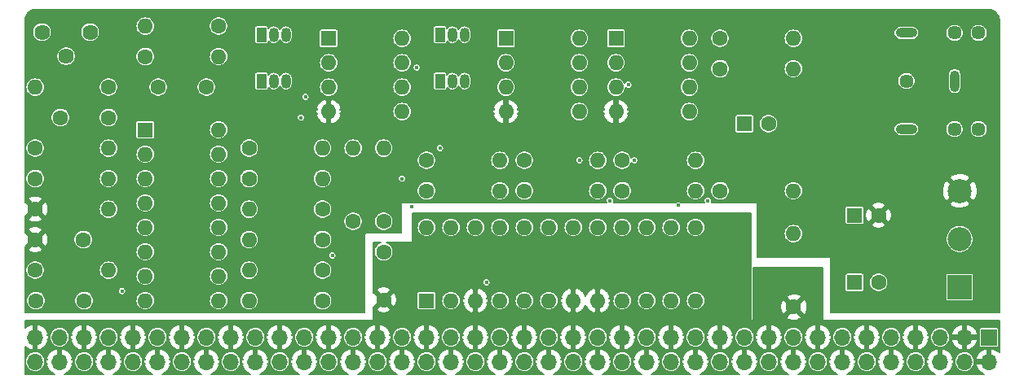
<source format=gbr>
G04 #@! TF.GenerationSoftware,KiCad,Pcbnew,(5.1.0-0)*
G04 #@! TF.CreationDate,2020-05-13T19:17:17-07:00*
G04 #@! TF.ProjectId,SoundCard,536f756e-6443-4617-9264-2e6b69636164,rev?*
G04 #@! TF.SameCoordinates,Original*
G04 #@! TF.FileFunction,Copper,L5,Inr*
G04 #@! TF.FilePolarity,Positive*
%FSLAX46Y46*%
G04 Gerber Fmt 4.6, Leading zero omitted, Abs format (unit mm)*
G04 Created by KiCad (PCBNEW (5.1.0-0)) date 2020-05-13 19:17:17*
%MOMM*%
%LPD*%
G04 APERTURE LIST*
%ADD10C,1.450000*%
%ADD11O,2.250000X1.000000*%
%ADD12O,1.000000X2.250000*%
%ADD13O,1.700000X1.700000*%
%ADD14R,1.700000X1.700000*%
%ADD15O,1.600000X1.600000*%
%ADD16R,1.600000X1.600000*%
%ADD17C,1.620000*%
%ADD18C,1.600000*%
%ADD19R,1.050000X1.500000*%
%ADD20O,1.050000X1.500000*%
%ADD21C,2.500000*%
%ADD22R,2.500000X2.500000*%
%ADD23C,0.450000*%
%ADD24C,0.254000*%
%ADD25C,0.127000*%
G04 APERTURE END LIST*
D10*
X162750000Y-101680000D03*
X162750000Y-111680000D03*
X160250000Y-101680000D03*
X160250000Y-111680000D03*
X155250000Y-106680000D03*
D11*
X155250000Y-111680000D03*
X155250000Y-101680000D03*
D12*
X160250000Y-106680000D03*
D13*
X64770000Y-135890000D03*
X64770000Y-133350000D03*
X67310000Y-135890000D03*
X67310000Y-133350000D03*
X69850000Y-135890000D03*
X69850000Y-133350000D03*
X72390000Y-135890000D03*
X72390000Y-133350000D03*
X74930000Y-135890000D03*
X74930000Y-133350000D03*
X77470000Y-135890000D03*
X77470000Y-133350000D03*
X80010000Y-135890000D03*
X80010000Y-133350000D03*
X82550000Y-135890000D03*
X82550000Y-133350000D03*
X85090000Y-135890000D03*
X85090000Y-133350000D03*
X87630000Y-135890000D03*
X87630000Y-133350000D03*
X90170000Y-135890000D03*
X90170000Y-133350000D03*
X92710000Y-135890000D03*
X92710000Y-133350000D03*
X95250000Y-135890000D03*
X95250000Y-133350000D03*
X97790000Y-135890000D03*
X97790000Y-133350000D03*
X100330000Y-135890000D03*
X100330000Y-133350000D03*
X102870000Y-135890000D03*
X102870000Y-133350000D03*
X105410000Y-135890000D03*
X105410000Y-133350000D03*
X107950000Y-135890000D03*
X107950000Y-133350000D03*
X110490000Y-135890000D03*
X110490000Y-133350000D03*
X113030000Y-135890000D03*
X113030000Y-133350000D03*
X115570000Y-135890000D03*
X115570000Y-133350000D03*
X118110000Y-135890000D03*
X118110000Y-133350000D03*
X120650000Y-135890000D03*
X120650000Y-133350000D03*
X123190000Y-135890000D03*
X123190000Y-133350000D03*
X125730000Y-135890000D03*
X125730000Y-133350000D03*
X128270000Y-135890000D03*
X128270000Y-133350000D03*
X130810000Y-135890000D03*
X130810000Y-133350000D03*
X133350000Y-135890000D03*
X133350000Y-133350000D03*
X135890000Y-135890000D03*
X135890000Y-133350000D03*
X138430000Y-135890000D03*
X138430000Y-133350000D03*
X140970000Y-135890000D03*
X140970000Y-133350000D03*
X143510000Y-135890000D03*
X143510000Y-133350000D03*
X146050000Y-135890000D03*
X146050000Y-133350000D03*
X148590000Y-135890000D03*
X148590000Y-133350000D03*
X151130000Y-135890000D03*
X151130000Y-133350000D03*
X153670000Y-135890000D03*
X153670000Y-133350000D03*
X156210000Y-135890000D03*
X156210000Y-133350000D03*
X158750000Y-135890000D03*
X158750000Y-133350000D03*
X161290000Y-135890000D03*
X161290000Y-133350000D03*
X163830000Y-135890000D03*
D14*
X163830000Y-133350000D03*
D15*
X121285000Y-102235000D03*
X113665000Y-109855000D03*
X121285000Y-104775000D03*
X113665000Y-107315000D03*
X121285000Y-107315000D03*
X113665000Y-104775000D03*
X121285000Y-109855000D03*
D16*
X113665000Y-102235000D03*
D15*
X102870000Y-102235000D03*
X95250000Y-109855000D03*
X102870000Y-104775000D03*
X95250000Y-107315000D03*
X102870000Y-107315000D03*
X95250000Y-104775000D03*
X102870000Y-109855000D03*
D16*
X95250000Y-102235000D03*
X76200000Y-111760000D03*
D15*
X83820000Y-129540000D03*
X76200000Y-114300000D03*
X83820000Y-127000000D03*
X76200000Y-116840000D03*
X83820000Y-124460000D03*
X76200000Y-119380000D03*
X83820000Y-121920000D03*
X76200000Y-121920000D03*
X83820000Y-119380000D03*
X76200000Y-124460000D03*
X83820000Y-116840000D03*
X76200000Y-127000000D03*
X83820000Y-114300000D03*
X76200000Y-129540000D03*
X83820000Y-111760000D03*
X105410000Y-121920000D03*
X133350000Y-129540000D03*
X107950000Y-121920000D03*
X130810000Y-129540000D03*
X110490000Y-121920000D03*
X128270000Y-129540000D03*
X113030000Y-121920000D03*
X125730000Y-129540000D03*
X115570000Y-121920000D03*
X123190000Y-129540000D03*
X118110000Y-121920000D03*
X120650000Y-129540000D03*
X120650000Y-121920000D03*
X118110000Y-129540000D03*
X123190000Y-121920000D03*
X115570000Y-129540000D03*
X125730000Y-121920000D03*
X113030000Y-129540000D03*
X128270000Y-121920000D03*
X110490000Y-129540000D03*
X130810000Y-121920000D03*
X107950000Y-129540000D03*
X133350000Y-121920000D03*
D16*
X105410000Y-129540000D03*
D15*
X132715000Y-102235000D03*
X125095000Y-109855000D03*
X132715000Y-104775000D03*
X125095000Y-107315000D03*
X132715000Y-107315000D03*
X125095000Y-104775000D03*
X132715000Y-109855000D03*
D16*
X125095000Y-102235000D03*
D17*
X70485000Y-101600000D03*
X67985000Y-104100000D03*
X65485000Y-101600000D03*
D15*
X123190000Y-118110000D03*
D18*
X115570000Y-118110000D03*
D15*
X113030000Y-114935000D03*
D18*
X105410000Y-114935000D03*
D15*
X113030000Y-118110000D03*
D18*
X105410000Y-118110000D03*
D15*
X123190000Y-114935000D03*
D18*
X115570000Y-114935000D03*
D15*
X94615000Y-116840000D03*
D18*
X86995000Y-116840000D03*
D15*
X97790000Y-113665000D03*
D18*
X97790000Y-121285000D03*
D15*
X100965000Y-113665000D03*
D18*
X100965000Y-121285000D03*
D15*
X94615000Y-113665000D03*
D18*
X86995000Y-113665000D03*
D15*
X72390000Y-120015000D03*
D18*
X64770000Y-120015000D03*
D15*
X83820000Y-104140000D03*
D18*
X76200000Y-104140000D03*
D15*
X72390000Y-116840000D03*
D18*
X64770000Y-116840000D03*
D15*
X72390000Y-113665000D03*
D18*
X64770000Y-113665000D03*
D15*
X72390000Y-126365000D03*
D18*
X64770000Y-126365000D03*
D15*
X76200000Y-100965000D03*
D18*
X83820000Y-100965000D03*
D15*
X86995000Y-123190000D03*
D18*
X94615000Y-123190000D03*
D15*
X86995000Y-129540000D03*
D18*
X94615000Y-129540000D03*
D15*
X86995000Y-126365000D03*
D18*
X94615000Y-126365000D03*
D15*
X64770000Y-107315000D03*
D18*
X72390000Y-107315000D03*
D15*
X86995000Y-120015000D03*
D18*
X94615000Y-120015000D03*
D15*
X143510000Y-118110000D03*
D18*
X135890000Y-118110000D03*
D15*
X143510000Y-122555000D03*
D18*
X143510000Y-130175000D03*
D15*
X143510000Y-102235000D03*
D18*
X135890000Y-102235000D03*
D15*
X143510000Y-105410000D03*
D18*
X135890000Y-105410000D03*
D15*
X133350000Y-118110000D03*
D18*
X125730000Y-118110000D03*
D15*
X133350000Y-114935000D03*
D18*
X125730000Y-114935000D03*
D19*
X106807000Y-106680000D03*
D20*
X109347000Y-106680000D03*
X108077000Y-106680000D03*
D19*
X106807000Y-101854000D03*
D20*
X109347000Y-101854000D03*
X108077000Y-101854000D03*
D19*
X88265000Y-106680000D03*
D20*
X90805000Y-106680000D03*
X89535000Y-106680000D03*
D19*
X88265000Y-101854000D03*
D20*
X90805000Y-101854000D03*
X89535000Y-101854000D03*
D18*
X69770000Y-123190000D03*
X64770000Y-123190000D03*
X82550000Y-107315000D03*
X77550000Y-107315000D03*
X64850000Y-129540000D03*
X69850000Y-129540000D03*
X67390000Y-110490000D03*
X72390000Y-110490000D03*
X100965000Y-129460000D03*
X100965000Y-124460000D03*
D16*
X138430000Y-111125000D03*
D18*
X140930000Y-111125000D03*
D21*
X160782000Y-118110000D03*
X160782000Y-123110000D03*
D22*
X160782000Y-128110000D03*
D16*
X149860000Y-120650000D03*
D18*
X152360000Y-120650000D03*
D16*
X149860000Y-127635000D03*
D18*
X152360000Y-127635000D03*
D23*
X127000000Y-114935000D03*
X95631000Y-124841000D03*
X102870000Y-116840000D03*
X103907205Y-119739795D03*
X111633000Y-127635000D03*
X124460000Y-119126000D03*
X106807000Y-113665000D03*
X121285000Y-114935000D03*
X126365000Y-107061000D03*
X134620000Y-119126000D03*
X92837000Y-108331000D03*
X131562979Y-119624979D03*
X104394000Y-105283000D03*
X92358000Y-110490000D03*
X73787000Y-128533001D03*
D24*
G36*
X146431000Y-131915837D02*
G01*
X146406890Y-131908524D01*
X146322613Y-131953000D01*
X145777387Y-131953000D01*
X145693110Y-131908524D01*
X145546478Y-131953000D01*
X141473522Y-131953000D01*
X141326890Y-131908524D01*
X141242613Y-131953000D01*
X140697387Y-131953000D01*
X140613110Y-131908524D01*
X140466478Y-131953000D01*
X139319000Y-131953000D01*
X139319000Y-131167702D01*
X142696903Y-131167702D01*
X142768486Y-131411671D01*
X143023996Y-131532571D01*
X143298184Y-131601300D01*
X143580512Y-131615217D01*
X143860130Y-131573787D01*
X144126292Y-131478603D01*
X144251514Y-131411671D01*
X144323097Y-131167702D01*
X143510000Y-130354605D01*
X142696903Y-131167702D01*
X139319000Y-131167702D01*
X139319000Y-130245512D01*
X142069783Y-130245512D01*
X142111213Y-130525130D01*
X142206397Y-130791292D01*
X142273329Y-130916514D01*
X142517298Y-130988097D01*
X143330395Y-130175000D01*
X143689605Y-130175000D01*
X144502702Y-130988097D01*
X144746671Y-130916514D01*
X144867571Y-130661004D01*
X144936300Y-130386816D01*
X144950217Y-130104488D01*
X144908787Y-129824870D01*
X144813603Y-129558708D01*
X144746671Y-129433486D01*
X144502702Y-129361903D01*
X143689605Y-130175000D01*
X143330395Y-130175000D01*
X142517298Y-129361903D01*
X142273329Y-129433486D01*
X142152429Y-129688996D01*
X142083700Y-129963184D01*
X142069783Y-130245512D01*
X139319000Y-130245512D01*
X139319000Y-129182298D01*
X142696903Y-129182298D01*
X143510000Y-129995395D01*
X144323097Y-129182298D01*
X144251514Y-128938329D01*
X143996004Y-128817429D01*
X143721816Y-128748700D01*
X143439488Y-128734783D01*
X143159870Y-128776213D01*
X142893708Y-128871397D01*
X142768486Y-128938329D01*
X142696903Y-129182298D01*
X139319000Y-129182298D01*
X139319000Y-126111000D01*
X146431000Y-126111000D01*
X146431000Y-131915837D01*
X146431000Y-131915837D01*
G37*
X146431000Y-131915837D02*
X146406890Y-131908524D01*
X146322613Y-131953000D01*
X145777387Y-131953000D01*
X145693110Y-131908524D01*
X145546478Y-131953000D01*
X141473522Y-131953000D01*
X141326890Y-131908524D01*
X141242613Y-131953000D01*
X140697387Y-131953000D01*
X140613110Y-131908524D01*
X140466478Y-131953000D01*
X139319000Y-131953000D01*
X139319000Y-131167702D01*
X142696903Y-131167702D01*
X142768486Y-131411671D01*
X143023996Y-131532571D01*
X143298184Y-131601300D01*
X143580512Y-131615217D01*
X143860130Y-131573787D01*
X144126292Y-131478603D01*
X144251514Y-131411671D01*
X144323097Y-131167702D01*
X143510000Y-130354605D01*
X142696903Y-131167702D01*
X139319000Y-131167702D01*
X139319000Y-130245512D01*
X142069783Y-130245512D01*
X142111213Y-130525130D01*
X142206397Y-130791292D01*
X142273329Y-130916514D01*
X142517298Y-130988097D01*
X143330395Y-130175000D01*
X143689605Y-130175000D01*
X144502702Y-130988097D01*
X144746671Y-130916514D01*
X144867571Y-130661004D01*
X144936300Y-130386816D01*
X144950217Y-130104488D01*
X144908787Y-129824870D01*
X144813603Y-129558708D01*
X144746671Y-129433486D01*
X144502702Y-129361903D01*
X143689605Y-130175000D01*
X143330395Y-130175000D01*
X142517298Y-129361903D01*
X142273329Y-129433486D01*
X142152429Y-129688996D01*
X142083700Y-129963184D01*
X142069783Y-130245512D01*
X139319000Y-130245512D01*
X139319000Y-129182298D01*
X142696903Y-129182298D01*
X143510000Y-129995395D01*
X144323097Y-129182298D01*
X144251514Y-128938329D01*
X143996004Y-128817429D01*
X143721816Y-128748700D01*
X143439488Y-128734783D01*
X143159870Y-128776213D01*
X142893708Y-128871397D01*
X142768486Y-128938329D01*
X142696903Y-129182298D01*
X139319000Y-129182298D01*
X139319000Y-126111000D01*
X146431000Y-126111000D01*
X146431000Y-131915837D01*
D25*
G36*
X164034623Y-99296597D02*
G01*
X164231445Y-99356022D01*
X164412978Y-99452544D01*
X164572310Y-99582492D01*
X164703364Y-99740908D01*
X164801152Y-99921765D01*
X164861950Y-100118168D01*
X164884501Y-100332728D01*
X164884500Y-130746500D01*
X147383500Y-130746500D01*
X147383500Y-126835000D01*
X148868579Y-126835000D01*
X148868579Y-128435000D01*
X148872257Y-128472344D01*
X148883150Y-128508254D01*
X148900839Y-128541348D01*
X148924645Y-128570355D01*
X148953652Y-128594161D01*
X148986746Y-128611850D01*
X149022656Y-128622743D01*
X149060000Y-128626421D01*
X150660000Y-128626421D01*
X150697344Y-128622743D01*
X150733254Y-128611850D01*
X150766348Y-128594161D01*
X150795355Y-128570355D01*
X150819161Y-128541348D01*
X150836850Y-128508254D01*
X150847743Y-128472344D01*
X150851421Y-128435000D01*
X150851421Y-127537444D01*
X151369500Y-127537444D01*
X151369500Y-127732556D01*
X151407564Y-127923918D01*
X151482230Y-128104178D01*
X151590628Y-128266407D01*
X151728593Y-128404372D01*
X151890822Y-128512770D01*
X152071082Y-128587436D01*
X152262444Y-128625500D01*
X152457556Y-128625500D01*
X152648918Y-128587436D01*
X152829178Y-128512770D01*
X152991407Y-128404372D01*
X153129372Y-128266407D01*
X153237770Y-128104178D01*
X153312436Y-127923918D01*
X153350500Y-127732556D01*
X153350500Y-127537444D01*
X153312436Y-127346082D01*
X153237770Y-127165822D01*
X153129372Y-127003593D01*
X152991407Y-126865628D01*
X152982985Y-126860000D01*
X159340579Y-126860000D01*
X159340579Y-129360000D01*
X159344257Y-129397344D01*
X159355150Y-129433254D01*
X159372839Y-129466348D01*
X159396645Y-129495355D01*
X159425652Y-129519161D01*
X159458746Y-129536850D01*
X159494656Y-129547743D01*
X159532000Y-129551421D01*
X162032000Y-129551421D01*
X162069344Y-129547743D01*
X162105254Y-129536850D01*
X162138348Y-129519161D01*
X162167355Y-129495355D01*
X162191161Y-129466348D01*
X162208850Y-129433254D01*
X162219743Y-129397344D01*
X162223421Y-129360000D01*
X162223421Y-126860000D01*
X162219743Y-126822656D01*
X162208850Y-126786746D01*
X162191161Y-126753652D01*
X162167355Y-126724645D01*
X162138348Y-126700839D01*
X162105254Y-126683150D01*
X162069344Y-126672257D01*
X162032000Y-126668579D01*
X159532000Y-126668579D01*
X159494656Y-126672257D01*
X159458746Y-126683150D01*
X159425652Y-126700839D01*
X159396645Y-126724645D01*
X159372839Y-126753652D01*
X159355150Y-126786746D01*
X159344257Y-126822656D01*
X159340579Y-126860000D01*
X152982985Y-126860000D01*
X152829178Y-126757230D01*
X152648918Y-126682564D01*
X152457556Y-126644500D01*
X152262444Y-126644500D01*
X152071082Y-126682564D01*
X151890822Y-126757230D01*
X151728593Y-126865628D01*
X151590628Y-127003593D01*
X151482230Y-127165822D01*
X151407564Y-127346082D01*
X151369500Y-127537444D01*
X150851421Y-127537444D01*
X150851421Y-126835000D01*
X150847743Y-126797656D01*
X150836850Y-126761746D01*
X150819161Y-126728652D01*
X150795355Y-126699645D01*
X150766348Y-126675839D01*
X150733254Y-126658150D01*
X150697344Y-126647257D01*
X150660000Y-126643579D01*
X149060000Y-126643579D01*
X149022656Y-126647257D01*
X148986746Y-126658150D01*
X148953652Y-126675839D01*
X148924645Y-126699645D01*
X148900839Y-126728652D01*
X148883150Y-126761746D01*
X148872257Y-126797656D01*
X148868579Y-126835000D01*
X147383500Y-126835000D01*
X147383500Y-125095000D01*
X147382280Y-125082612D01*
X147378666Y-125070700D01*
X147372798Y-125059721D01*
X147364901Y-125050099D01*
X147355279Y-125042202D01*
X147344300Y-125036334D01*
X147332388Y-125032720D01*
X147320000Y-125031500D01*
X139763500Y-125031500D01*
X139763500Y-122555000D01*
X142514708Y-122555000D01*
X142533832Y-122749172D01*
X142590470Y-122935882D01*
X142682445Y-123107955D01*
X142806222Y-123258778D01*
X142957045Y-123382555D01*
X143129118Y-123474530D01*
X143315828Y-123531168D01*
X143461345Y-123545500D01*
X143558655Y-123545500D01*
X143704172Y-123531168D01*
X143890882Y-123474530D01*
X144062955Y-123382555D01*
X144213778Y-123258778D01*
X144337555Y-123107955D01*
X144412296Y-122968123D01*
X159341500Y-122968123D01*
X159341500Y-123251877D01*
X159396858Y-123530178D01*
X159505445Y-123792333D01*
X159663091Y-124028265D01*
X159863735Y-124228909D01*
X160099667Y-124386555D01*
X160361822Y-124495142D01*
X160640123Y-124550500D01*
X160923877Y-124550500D01*
X161202178Y-124495142D01*
X161464333Y-124386555D01*
X161700265Y-124228909D01*
X161900909Y-124028265D01*
X162058555Y-123792333D01*
X162167142Y-123530178D01*
X162222500Y-123251877D01*
X162222500Y-122968123D01*
X162167142Y-122689822D01*
X162058555Y-122427667D01*
X161900909Y-122191735D01*
X161700265Y-121991091D01*
X161464333Y-121833445D01*
X161202178Y-121724858D01*
X160923877Y-121669500D01*
X160640123Y-121669500D01*
X160361822Y-121724858D01*
X160099667Y-121833445D01*
X159863735Y-121991091D01*
X159663091Y-122191735D01*
X159505445Y-122427667D01*
X159396858Y-122689822D01*
X159341500Y-122968123D01*
X144412296Y-122968123D01*
X144429530Y-122935882D01*
X144486168Y-122749172D01*
X144505292Y-122555000D01*
X144486168Y-122360828D01*
X144429530Y-122174118D01*
X144337555Y-122002045D01*
X144213778Y-121851222D01*
X144062955Y-121727445D01*
X143913793Y-121647716D01*
X151631692Y-121647716D01*
X151711846Y-121866205D01*
X151961570Y-121969285D01*
X152226606Y-122021666D01*
X152496767Y-122021333D01*
X152761673Y-121968302D01*
X153008154Y-121866205D01*
X153088308Y-121647716D01*
X152360000Y-120919408D01*
X151631692Y-121647716D01*
X143913793Y-121647716D01*
X143890882Y-121635470D01*
X143704172Y-121578832D01*
X143558655Y-121564500D01*
X143461345Y-121564500D01*
X143315828Y-121578832D01*
X143129118Y-121635470D01*
X142957045Y-121727445D01*
X142806222Y-121851222D01*
X142682445Y-122002045D01*
X142590470Y-122174118D01*
X142533832Y-122360828D01*
X142514708Y-122555000D01*
X139763500Y-122555000D01*
X139763500Y-119850000D01*
X148868579Y-119850000D01*
X148868579Y-121450000D01*
X148872257Y-121487344D01*
X148883150Y-121523254D01*
X148900839Y-121556348D01*
X148924645Y-121585355D01*
X148953652Y-121609161D01*
X148986746Y-121626850D01*
X149022656Y-121637743D01*
X149060000Y-121641421D01*
X150660000Y-121641421D01*
X150697344Y-121637743D01*
X150733254Y-121626850D01*
X150766348Y-121609161D01*
X150795355Y-121585355D01*
X150819161Y-121556348D01*
X150836850Y-121523254D01*
X150847743Y-121487344D01*
X150851421Y-121450000D01*
X150851421Y-120516606D01*
X150988334Y-120516606D01*
X150988667Y-120786767D01*
X151041698Y-121051673D01*
X151143795Y-121298154D01*
X151362284Y-121378308D01*
X152090592Y-120650000D01*
X152629408Y-120650000D01*
X153357716Y-121378308D01*
X153576205Y-121298154D01*
X153679285Y-121048430D01*
X153731666Y-120783394D01*
X153731333Y-120513233D01*
X153678302Y-120248327D01*
X153576205Y-120001846D01*
X153357716Y-119921692D01*
X152629408Y-120650000D01*
X152090592Y-120650000D01*
X151362284Y-119921692D01*
X151143795Y-120001846D01*
X151040715Y-120251570D01*
X150988334Y-120516606D01*
X150851421Y-120516606D01*
X150851421Y-119850000D01*
X150847743Y-119812656D01*
X150836850Y-119776746D01*
X150819161Y-119743652D01*
X150795355Y-119714645D01*
X150766348Y-119690839D01*
X150733254Y-119673150D01*
X150697344Y-119662257D01*
X150660000Y-119658579D01*
X149060000Y-119658579D01*
X149022656Y-119662257D01*
X148986746Y-119673150D01*
X148953652Y-119690839D01*
X148924645Y-119714645D01*
X148900839Y-119743652D01*
X148883150Y-119776746D01*
X148872257Y-119812656D01*
X148868579Y-119850000D01*
X139763500Y-119850000D01*
X139763500Y-119652284D01*
X151631692Y-119652284D01*
X152360000Y-120380592D01*
X153088308Y-119652284D01*
X153008154Y-119433795D01*
X152999624Y-119430274D01*
X159731133Y-119430274D01*
X159866131Y-119694685D01*
X160192886Y-119842913D01*
X160542280Y-119924546D01*
X160900887Y-119936446D01*
X161254924Y-119878158D01*
X161590787Y-119751920D01*
X161697869Y-119694685D01*
X161832867Y-119430274D01*
X160782000Y-118379408D01*
X159731133Y-119430274D01*
X152999624Y-119430274D01*
X152758430Y-119330715D01*
X152493394Y-119278334D01*
X152223233Y-119278667D01*
X151958327Y-119331698D01*
X151711846Y-119433795D01*
X151631692Y-119652284D01*
X139763500Y-119652284D01*
X139763500Y-119380000D01*
X139762280Y-119367612D01*
X139758666Y-119355700D01*
X139752798Y-119344721D01*
X139744901Y-119335099D01*
X139735279Y-119327202D01*
X139724300Y-119321334D01*
X139712388Y-119317720D01*
X139700000Y-119316500D01*
X134990826Y-119316500D01*
X135019532Y-119247197D01*
X135035500Y-119166923D01*
X135035500Y-119085077D01*
X135019532Y-119004803D01*
X134988211Y-118929187D01*
X134942740Y-118861134D01*
X134884866Y-118803260D01*
X134816813Y-118757789D01*
X134741197Y-118726468D01*
X134660923Y-118710500D01*
X134579077Y-118710500D01*
X134498803Y-118726468D01*
X134423187Y-118757789D01*
X134355134Y-118803260D01*
X134297260Y-118861134D01*
X134251789Y-118929187D01*
X134220468Y-119004803D01*
X134204500Y-119085077D01*
X134204500Y-119166923D01*
X134220468Y-119247197D01*
X134249174Y-119316500D01*
X131842106Y-119316500D01*
X131827845Y-119302239D01*
X131759792Y-119256768D01*
X131684176Y-119225447D01*
X131603902Y-119209479D01*
X131522056Y-119209479D01*
X131441782Y-119225447D01*
X131366166Y-119256768D01*
X131298113Y-119302239D01*
X131283852Y-119316500D01*
X124830826Y-119316500D01*
X124859532Y-119247197D01*
X124875500Y-119166923D01*
X124875500Y-119085077D01*
X124859532Y-119004803D01*
X124828211Y-118929187D01*
X124782740Y-118861134D01*
X124724866Y-118803260D01*
X124656813Y-118757789D01*
X124581197Y-118726468D01*
X124500923Y-118710500D01*
X124419077Y-118710500D01*
X124338803Y-118726468D01*
X124263187Y-118757789D01*
X124195134Y-118803260D01*
X124137260Y-118861134D01*
X124091789Y-118929187D01*
X124060468Y-119004803D01*
X124044500Y-119085077D01*
X124044500Y-119166923D01*
X124060468Y-119247197D01*
X124089174Y-119316500D01*
X102870000Y-119316500D01*
X102857612Y-119317720D01*
X102845700Y-119321334D01*
X102834721Y-119327202D01*
X102825099Y-119335099D01*
X102817202Y-119344721D01*
X102811334Y-119355700D01*
X102807720Y-119367612D01*
X102806500Y-119380000D01*
X102806500Y-122491500D01*
X99060000Y-122491500D01*
X99047612Y-122492720D01*
X99035700Y-122496334D01*
X99024721Y-122502202D01*
X99015099Y-122510099D01*
X99007202Y-122519721D01*
X99001334Y-122530700D01*
X98997720Y-122542612D01*
X98996500Y-122555000D01*
X98996500Y-130746500D01*
X63715500Y-130746500D01*
X63715500Y-129442444D01*
X63859500Y-129442444D01*
X63859500Y-129637556D01*
X63897564Y-129828918D01*
X63972230Y-130009178D01*
X64080628Y-130171407D01*
X64218593Y-130309372D01*
X64380822Y-130417770D01*
X64561082Y-130492436D01*
X64752444Y-130530500D01*
X64947556Y-130530500D01*
X65138918Y-130492436D01*
X65319178Y-130417770D01*
X65481407Y-130309372D01*
X65619372Y-130171407D01*
X65727770Y-130009178D01*
X65802436Y-129828918D01*
X65840500Y-129637556D01*
X65840500Y-129442444D01*
X68859500Y-129442444D01*
X68859500Y-129637556D01*
X68897564Y-129828918D01*
X68972230Y-130009178D01*
X69080628Y-130171407D01*
X69218593Y-130309372D01*
X69380822Y-130417770D01*
X69561082Y-130492436D01*
X69752444Y-130530500D01*
X69947556Y-130530500D01*
X70138918Y-130492436D01*
X70319178Y-130417770D01*
X70481407Y-130309372D01*
X70619372Y-130171407D01*
X70727770Y-130009178D01*
X70802436Y-129828918D01*
X70840500Y-129637556D01*
X70840500Y-129540000D01*
X75204708Y-129540000D01*
X75223832Y-129734172D01*
X75280470Y-129920882D01*
X75372445Y-130092955D01*
X75496222Y-130243778D01*
X75647045Y-130367555D01*
X75819118Y-130459530D01*
X76005828Y-130516168D01*
X76151345Y-130530500D01*
X76248655Y-130530500D01*
X76394172Y-130516168D01*
X76580882Y-130459530D01*
X76752955Y-130367555D01*
X76903778Y-130243778D01*
X77027555Y-130092955D01*
X77119530Y-129920882D01*
X77176168Y-129734172D01*
X77195292Y-129540000D01*
X82824708Y-129540000D01*
X82843832Y-129734172D01*
X82900470Y-129920882D01*
X82992445Y-130092955D01*
X83116222Y-130243778D01*
X83267045Y-130367555D01*
X83439118Y-130459530D01*
X83625828Y-130516168D01*
X83771345Y-130530500D01*
X83868655Y-130530500D01*
X84014172Y-130516168D01*
X84200882Y-130459530D01*
X84372955Y-130367555D01*
X84523778Y-130243778D01*
X84647555Y-130092955D01*
X84739530Y-129920882D01*
X84796168Y-129734172D01*
X84815292Y-129540000D01*
X85999708Y-129540000D01*
X86018832Y-129734172D01*
X86075470Y-129920882D01*
X86167445Y-130092955D01*
X86291222Y-130243778D01*
X86442045Y-130367555D01*
X86614118Y-130459530D01*
X86800828Y-130516168D01*
X86946345Y-130530500D01*
X87043655Y-130530500D01*
X87189172Y-130516168D01*
X87375882Y-130459530D01*
X87547955Y-130367555D01*
X87698778Y-130243778D01*
X87822555Y-130092955D01*
X87914530Y-129920882D01*
X87971168Y-129734172D01*
X87990292Y-129540000D01*
X87980684Y-129442444D01*
X93624500Y-129442444D01*
X93624500Y-129637556D01*
X93662564Y-129828918D01*
X93737230Y-130009178D01*
X93845628Y-130171407D01*
X93983593Y-130309372D01*
X94145822Y-130417770D01*
X94326082Y-130492436D01*
X94517444Y-130530500D01*
X94712556Y-130530500D01*
X94903918Y-130492436D01*
X95084178Y-130417770D01*
X95246407Y-130309372D01*
X95384372Y-130171407D01*
X95492770Y-130009178D01*
X95567436Y-129828918D01*
X95605500Y-129637556D01*
X95605500Y-129442444D01*
X95567436Y-129251082D01*
X95492770Y-129070822D01*
X95384372Y-128908593D01*
X95246407Y-128770628D01*
X95084178Y-128662230D01*
X94903918Y-128587564D01*
X94712556Y-128549500D01*
X94517444Y-128549500D01*
X94326082Y-128587564D01*
X94145822Y-128662230D01*
X93983593Y-128770628D01*
X93845628Y-128908593D01*
X93737230Y-129070822D01*
X93662564Y-129251082D01*
X93624500Y-129442444D01*
X87980684Y-129442444D01*
X87971168Y-129345828D01*
X87914530Y-129159118D01*
X87822555Y-128987045D01*
X87698778Y-128836222D01*
X87547955Y-128712445D01*
X87375882Y-128620470D01*
X87189172Y-128563832D01*
X87043655Y-128549500D01*
X86946345Y-128549500D01*
X86800828Y-128563832D01*
X86614118Y-128620470D01*
X86442045Y-128712445D01*
X86291222Y-128836222D01*
X86167445Y-128987045D01*
X86075470Y-129159118D01*
X86018832Y-129345828D01*
X85999708Y-129540000D01*
X84815292Y-129540000D01*
X84796168Y-129345828D01*
X84739530Y-129159118D01*
X84647555Y-128987045D01*
X84523778Y-128836222D01*
X84372955Y-128712445D01*
X84200882Y-128620470D01*
X84014172Y-128563832D01*
X83868655Y-128549500D01*
X83771345Y-128549500D01*
X83625828Y-128563832D01*
X83439118Y-128620470D01*
X83267045Y-128712445D01*
X83116222Y-128836222D01*
X82992445Y-128987045D01*
X82900470Y-129159118D01*
X82843832Y-129345828D01*
X82824708Y-129540000D01*
X77195292Y-129540000D01*
X77176168Y-129345828D01*
X77119530Y-129159118D01*
X77027555Y-128987045D01*
X76903778Y-128836222D01*
X76752955Y-128712445D01*
X76580882Y-128620470D01*
X76394172Y-128563832D01*
X76248655Y-128549500D01*
X76151345Y-128549500D01*
X76005828Y-128563832D01*
X75819118Y-128620470D01*
X75647045Y-128712445D01*
X75496222Y-128836222D01*
X75372445Y-128987045D01*
X75280470Y-129159118D01*
X75223832Y-129345828D01*
X75204708Y-129540000D01*
X70840500Y-129540000D01*
X70840500Y-129442444D01*
X70802436Y-129251082D01*
X70727770Y-129070822D01*
X70619372Y-128908593D01*
X70481407Y-128770628D01*
X70319178Y-128662230D01*
X70138918Y-128587564D01*
X69947556Y-128549500D01*
X69752444Y-128549500D01*
X69561082Y-128587564D01*
X69380822Y-128662230D01*
X69218593Y-128770628D01*
X69080628Y-128908593D01*
X68972230Y-129070822D01*
X68897564Y-129251082D01*
X68859500Y-129442444D01*
X65840500Y-129442444D01*
X65802436Y-129251082D01*
X65727770Y-129070822D01*
X65619372Y-128908593D01*
X65481407Y-128770628D01*
X65319178Y-128662230D01*
X65138918Y-128587564D01*
X64947556Y-128549500D01*
X64752444Y-128549500D01*
X64561082Y-128587564D01*
X64380822Y-128662230D01*
X64218593Y-128770628D01*
X64080628Y-128908593D01*
X63972230Y-129070822D01*
X63897564Y-129251082D01*
X63859500Y-129442444D01*
X63715500Y-129442444D01*
X63715500Y-128492078D01*
X73371500Y-128492078D01*
X73371500Y-128573924D01*
X73387468Y-128654198D01*
X73418789Y-128729814D01*
X73464260Y-128797867D01*
X73522134Y-128855741D01*
X73590187Y-128901212D01*
X73665803Y-128932533D01*
X73746077Y-128948501D01*
X73827923Y-128948501D01*
X73908197Y-128932533D01*
X73983813Y-128901212D01*
X74051866Y-128855741D01*
X74109740Y-128797867D01*
X74155211Y-128729814D01*
X74186532Y-128654198D01*
X74202500Y-128573924D01*
X74202500Y-128492078D01*
X74186532Y-128411804D01*
X74155211Y-128336188D01*
X74109740Y-128268135D01*
X74051866Y-128210261D01*
X73983813Y-128164790D01*
X73908197Y-128133469D01*
X73827923Y-128117501D01*
X73746077Y-128117501D01*
X73665803Y-128133469D01*
X73590187Y-128164790D01*
X73522134Y-128210261D01*
X73464260Y-128268135D01*
X73418789Y-128336188D01*
X73387468Y-128411804D01*
X73371500Y-128492078D01*
X63715500Y-128492078D01*
X63715500Y-126267444D01*
X63779500Y-126267444D01*
X63779500Y-126462556D01*
X63817564Y-126653918D01*
X63892230Y-126834178D01*
X64000628Y-126996407D01*
X64138593Y-127134372D01*
X64300822Y-127242770D01*
X64481082Y-127317436D01*
X64672444Y-127355500D01*
X64867556Y-127355500D01*
X65058918Y-127317436D01*
X65239178Y-127242770D01*
X65401407Y-127134372D01*
X65539372Y-126996407D01*
X65647770Y-126834178D01*
X65722436Y-126653918D01*
X65760500Y-126462556D01*
X65760500Y-126365000D01*
X71394708Y-126365000D01*
X71413832Y-126559172D01*
X71470470Y-126745882D01*
X71562445Y-126917955D01*
X71686222Y-127068778D01*
X71837045Y-127192555D01*
X72009118Y-127284530D01*
X72195828Y-127341168D01*
X72341345Y-127355500D01*
X72438655Y-127355500D01*
X72584172Y-127341168D01*
X72770882Y-127284530D01*
X72942955Y-127192555D01*
X73093778Y-127068778D01*
X73150222Y-127000000D01*
X75204708Y-127000000D01*
X75223832Y-127194172D01*
X75280470Y-127380882D01*
X75372445Y-127552955D01*
X75496222Y-127703778D01*
X75647045Y-127827555D01*
X75819118Y-127919530D01*
X76005828Y-127976168D01*
X76151345Y-127990500D01*
X76248655Y-127990500D01*
X76394172Y-127976168D01*
X76580882Y-127919530D01*
X76752955Y-127827555D01*
X76903778Y-127703778D01*
X77027555Y-127552955D01*
X77119530Y-127380882D01*
X77176168Y-127194172D01*
X77195292Y-127000000D01*
X82824708Y-127000000D01*
X82843832Y-127194172D01*
X82900470Y-127380882D01*
X82992445Y-127552955D01*
X83116222Y-127703778D01*
X83267045Y-127827555D01*
X83439118Y-127919530D01*
X83625828Y-127976168D01*
X83771345Y-127990500D01*
X83868655Y-127990500D01*
X84014172Y-127976168D01*
X84200882Y-127919530D01*
X84372955Y-127827555D01*
X84523778Y-127703778D01*
X84647555Y-127552955D01*
X84739530Y-127380882D01*
X84796168Y-127194172D01*
X84815292Y-127000000D01*
X84796168Y-126805828D01*
X84739530Y-126619118D01*
X84647555Y-126447045D01*
X84580223Y-126365000D01*
X85999708Y-126365000D01*
X86018832Y-126559172D01*
X86075470Y-126745882D01*
X86167445Y-126917955D01*
X86291222Y-127068778D01*
X86442045Y-127192555D01*
X86614118Y-127284530D01*
X86800828Y-127341168D01*
X86946345Y-127355500D01*
X87043655Y-127355500D01*
X87189172Y-127341168D01*
X87375882Y-127284530D01*
X87547955Y-127192555D01*
X87698778Y-127068778D01*
X87822555Y-126917955D01*
X87914530Y-126745882D01*
X87971168Y-126559172D01*
X87990292Y-126365000D01*
X87980684Y-126267444D01*
X93624500Y-126267444D01*
X93624500Y-126462556D01*
X93662564Y-126653918D01*
X93737230Y-126834178D01*
X93845628Y-126996407D01*
X93983593Y-127134372D01*
X94145822Y-127242770D01*
X94326082Y-127317436D01*
X94517444Y-127355500D01*
X94712556Y-127355500D01*
X94903918Y-127317436D01*
X95084178Y-127242770D01*
X95246407Y-127134372D01*
X95384372Y-126996407D01*
X95492770Y-126834178D01*
X95567436Y-126653918D01*
X95605500Y-126462556D01*
X95605500Y-126267444D01*
X95567436Y-126076082D01*
X95492770Y-125895822D01*
X95384372Y-125733593D01*
X95246407Y-125595628D01*
X95084178Y-125487230D01*
X94903918Y-125412564D01*
X94712556Y-125374500D01*
X94517444Y-125374500D01*
X94326082Y-125412564D01*
X94145822Y-125487230D01*
X93983593Y-125595628D01*
X93845628Y-125733593D01*
X93737230Y-125895822D01*
X93662564Y-126076082D01*
X93624500Y-126267444D01*
X87980684Y-126267444D01*
X87971168Y-126170828D01*
X87914530Y-125984118D01*
X87822555Y-125812045D01*
X87698778Y-125661222D01*
X87547955Y-125537445D01*
X87375882Y-125445470D01*
X87189172Y-125388832D01*
X87043655Y-125374500D01*
X86946345Y-125374500D01*
X86800828Y-125388832D01*
X86614118Y-125445470D01*
X86442045Y-125537445D01*
X86291222Y-125661222D01*
X86167445Y-125812045D01*
X86075470Y-125984118D01*
X86018832Y-126170828D01*
X85999708Y-126365000D01*
X84580223Y-126365000D01*
X84523778Y-126296222D01*
X84372955Y-126172445D01*
X84200882Y-126080470D01*
X84014172Y-126023832D01*
X83868655Y-126009500D01*
X83771345Y-126009500D01*
X83625828Y-126023832D01*
X83439118Y-126080470D01*
X83267045Y-126172445D01*
X83116222Y-126296222D01*
X82992445Y-126447045D01*
X82900470Y-126619118D01*
X82843832Y-126805828D01*
X82824708Y-127000000D01*
X77195292Y-127000000D01*
X77176168Y-126805828D01*
X77119530Y-126619118D01*
X77027555Y-126447045D01*
X76903778Y-126296222D01*
X76752955Y-126172445D01*
X76580882Y-126080470D01*
X76394172Y-126023832D01*
X76248655Y-126009500D01*
X76151345Y-126009500D01*
X76005828Y-126023832D01*
X75819118Y-126080470D01*
X75647045Y-126172445D01*
X75496222Y-126296222D01*
X75372445Y-126447045D01*
X75280470Y-126619118D01*
X75223832Y-126805828D01*
X75204708Y-127000000D01*
X73150222Y-127000000D01*
X73217555Y-126917955D01*
X73309530Y-126745882D01*
X73366168Y-126559172D01*
X73385292Y-126365000D01*
X73366168Y-126170828D01*
X73309530Y-125984118D01*
X73217555Y-125812045D01*
X73093778Y-125661222D01*
X72942955Y-125537445D01*
X72770882Y-125445470D01*
X72584172Y-125388832D01*
X72438655Y-125374500D01*
X72341345Y-125374500D01*
X72195828Y-125388832D01*
X72009118Y-125445470D01*
X71837045Y-125537445D01*
X71686222Y-125661222D01*
X71562445Y-125812045D01*
X71470470Y-125984118D01*
X71413832Y-126170828D01*
X71394708Y-126365000D01*
X65760500Y-126365000D01*
X65760500Y-126267444D01*
X65722436Y-126076082D01*
X65647770Y-125895822D01*
X65539372Y-125733593D01*
X65401407Y-125595628D01*
X65239178Y-125487230D01*
X65058918Y-125412564D01*
X64867556Y-125374500D01*
X64672444Y-125374500D01*
X64481082Y-125412564D01*
X64300822Y-125487230D01*
X64138593Y-125595628D01*
X64000628Y-125733593D01*
X63892230Y-125895822D01*
X63817564Y-126076082D01*
X63779500Y-126267444D01*
X63715500Y-126267444D01*
X63715500Y-124187716D01*
X64041692Y-124187716D01*
X64121846Y-124406205D01*
X64371570Y-124509285D01*
X64636606Y-124561666D01*
X64906767Y-124561333D01*
X65171673Y-124508302D01*
X65288282Y-124460000D01*
X75204708Y-124460000D01*
X75223832Y-124654172D01*
X75280470Y-124840882D01*
X75372445Y-125012955D01*
X75496222Y-125163778D01*
X75647045Y-125287555D01*
X75819118Y-125379530D01*
X76005828Y-125436168D01*
X76151345Y-125450500D01*
X76248655Y-125450500D01*
X76394172Y-125436168D01*
X76580882Y-125379530D01*
X76752955Y-125287555D01*
X76903778Y-125163778D01*
X77027555Y-125012955D01*
X77119530Y-124840882D01*
X77176168Y-124654172D01*
X77195292Y-124460000D01*
X82824708Y-124460000D01*
X82843832Y-124654172D01*
X82900470Y-124840882D01*
X82992445Y-125012955D01*
X83116222Y-125163778D01*
X83267045Y-125287555D01*
X83439118Y-125379530D01*
X83625828Y-125436168D01*
X83771345Y-125450500D01*
X83868655Y-125450500D01*
X84014172Y-125436168D01*
X84200882Y-125379530D01*
X84372955Y-125287555D01*
X84523778Y-125163778D01*
X84647555Y-125012955D01*
X84739530Y-124840882D01*
X84751908Y-124800077D01*
X95215500Y-124800077D01*
X95215500Y-124881923D01*
X95231468Y-124962197D01*
X95262789Y-125037813D01*
X95308260Y-125105866D01*
X95366134Y-125163740D01*
X95434187Y-125209211D01*
X95509803Y-125240532D01*
X95590077Y-125256500D01*
X95671923Y-125256500D01*
X95752197Y-125240532D01*
X95827813Y-125209211D01*
X95895866Y-125163740D01*
X95953740Y-125105866D01*
X95999211Y-125037813D01*
X96030532Y-124962197D01*
X96046500Y-124881923D01*
X96046500Y-124800077D01*
X96030532Y-124719803D01*
X95999211Y-124644187D01*
X95953740Y-124576134D01*
X95895866Y-124518260D01*
X95827813Y-124472789D01*
X95752197Y-124441468D01*
X95671923Y-124425500D01*
X95590077Y-124425500D01*
X95509803Y-124441468D01*
X95434187Y-124472789D01*
X95366134Y-124518260D01*
X95308260Y-124576134D01*
X95262789Y-124644187D01*
X95231468Y-124719803D01*
X95215500Y-124800077D01*
X84751908Y-124800077D01*
X84796168Y-124654172D01*
X84815292Y-124460000D01*
X84796168Y-124265828D01*
X84739530Y-124079118D01*
X84647555Y-123907045D01*
X84523778Y-123756222D01*
X84372955Y-123632445D01*
X84200882Y-123540470D01*
X84014172Y-123483832D01*
X83868655Y-123469500D01*
X83771345Y-123469500D01*
X83625828Y-123483832D01*
X83439118Y-123540470D01*
X83267045Y-123632445D01*
X83116222Y-123756222D01*
X82992445Y-123907045D01*
X82900470Y-124079118D01*
X82843832Y-124265828D01*
X82824708Y-124460000D01*
X77195292Y-124460000D01*
X77176168Y-124265828D01*
X77119530Y-124079118D01*
X77027555Y-123907045D01*
X76903778Y-123756222D01*
X76752955Y-123632445D01*
X76580882Y-123540470D01*
X76394172Y-123483832D01*
X76248655Y-123469500D01*
X76151345Y-123469500D01*
X76005828Y-123483832D01*
X75819118Y-123540470D01*
X75647045Y-123632445D01*
X75496222Y-123756222D01*
X75372445Y-123907045D01*
X75280470Y-124079118D01*
X75223832Y-124265828D01*
X75204708Y-124460000D01*
X65288282Y-124460000D01*
X65418154Y-124406205D01*
X65498308Y-124187716D01*
X64770000Y-123459408D01*
X64041692Y-124187716D01*
X63715500Y-124187716D01*
X63715500Y-123897476D01*
X63772284Y-123918308D01*
X64500592Y-123190000D01*
X65039408Y-123190000D01*
X65767716Y-123918308D01*
X65986205Y-123838154D01*
X66089285Y-123588430D01*
X66141666Y-123323394D01*
X66141382Y-123092444D01*
X68779500Y-123092444D01*
X68779500Y-123287556D01*
X68817564Y-123478918D01*
X68892230Y-123659178D01*
X69000628Y-123821407D01*
X69138593Y-123959372D01*
X69300822Y-124067770D01*
X69481082Y-124142436D01*
X69672444Y-124180500D01*
X69867556Y-124180500D01*
X70058918Y-124142436D01*
X70239178Y-124067770D01*
X70401407Y-123959372D01*
X70539372Y-123821407D01*
X70647770Y-123659178D01*
X70722436Y-123478918D01*
X70760500Y-123287556D01*
X70760500Y-123190000D01*
X85999708Y-123190000D01*
X86018832Y-123384172D01*
X86075470Y-123570882D01*
X86167445Y-123742955D01*
X86291222Y-123893778D01*
X86442045Y-124017555D01*
X86614118Y-124109530D01*
X86800828Y-124166168D01*
X86946345Y-124180500D01*
X87043655Y-124180500D01*
X87189172Y-124166168D01*
X87375882Y-124109530D01*
X87547955Y-124017555D01*
X87698778Y-123893778D01*
X87822555Y-123742955D01*
X87914530Y-123570882D01*
X87971168Y-123384172D01*
X87990292Y-123190000D01*
X87980684Y-123092444D01*
X93624500Y-123092444D01*
X93624500Y-123287556D01*
X93662564Y-123478918D01*
X93737230Y-123659178D01*
X93845628Y-123821407D01*
X93983593Y-123959372D01*
X94145822Y-124067770D01*
X94326082Y-124142436D01*
X94517444Y-124180500D01*
X94712556Y-124180500D01*
X94903918Y-124142436D01*
X95084178Y-124067770D01*
X95246407Y-123959372D01*
X95384372Y-123821407D01*
X95492770Y-123659178D01*
X95567436Y-123478918D01*
X95605500Y-123287556D01*
X95605500Y-123092444D01*
X95567436Y-122901082D01*
X95492770Y-122720822D01*
X95384372Y-122558593D01*
X95246407Y-122420628D01*
X95084178Y-122312230D01*
X94903918Y-122237564D01*
X94712556Y-122199500D01*
X94517444Y-122199500D01*
X94326082Y-122237564D01*
X94145822Y-122312230D01*
X93983593Y-122420628D01*
X93845628Y-122558593D01*
X93737230Y-122720822D01*
X93662564Y-122901082D01*
X93624500Y-123092444D01*
X87980684Y-123092444D01*
X87971168Y-122995828D01*
X87914530Y-122809118D01*
X87822555Y-122637045D01*
X87698778Y-122486222D01*
X87547955Y-122362445D01*
X87375882Y-122270470D01*
X87189172Y-122213832D01*
X87043655Y-122199500D01*
X86946345Y-122199500D01*
X86800828Y-122213832D01*
X86614118Y-122270470D01*
X86442045Y-122362445D01*
X86291222Y-122486222D01*
X86167445Y-122637045D01*
X86075470Y-122809118D01*
X86018832Y-122995828D01*
X85999708Y-123190000D01*
X70760500Y-123190000D01*
X70760500Y-123092444D01*
X70722436Y-122901082D01*
X70647770Y-122720822D01*
X70539372Y-122558593D01*
X70401407Y-122420628D01*
X70239178Y-122312230D01*
X70058918Y-122237564D01*
X69867556Y-122199500D01*
X69672444Y-122199500D01*
X69481082Y-122237564D01*
X69300822Y-122312230D01*
X69138593Y-122420628D01*
X69000628Y-122558593D01*
X68892230Y-122720822D01*
X68817564Y-122901082D01*
X68779500Y-123092444D01*
X66141382Y-123092444D01*
X66141333Y-123053233D01*
X66088302Y-122788327D01*
X65986205Y-122541846D01*
X65767716Y-122461692D01*
X65039408Y-123190000D01*
X64500592Y-123190000D01*
X63772284Y-122461692D01*
X63715500Y-122482524D01*
X63715500Y-122192284D01*
X64041692Y-122192284D01*
X64770000Y-122920592D01*
X65498308Y-122192284D01*
X65418154Y-121973795D01*
X65287829Y-121920000D01*
X75204708Y-121920000D01*
X75223832Y-122114172D01*
X75280470Y-122300882D01*
X75372445Y-122472955D01*
X75496222Y-122623778D01*
X75647045Y-122747555D01*
X75819118Y-122839530D01*
X76005828Y-122896168D01*
X76151345Y-122910500D01*
X76248655Y-122910500D01*
X76394172Y-122896168D01*
X76580882Y-122839530D01*
X76752955Y-122747555D01*
X76903778Y-122623778D01*
X77027555Y-122472955D01*
X77119530Y-122300882D01*
X77176168Y-122114172D01*
X77195292Y-121920000D01*
X82824708Y-121920000D01*
X82843832Y-122114172D01*
X82900470Y-122300882D01*
X82992445Y-122472955D01*
X83116222Y-122623778D01*
X83267045Y-122747555D01*
X83439118Y-122839530D01*
X83625828Y-122896168D01*
X83771345Y-122910500D01*
X83868655Y-122910500D01*
X84014172Y-122896168D01*
X84200882Y-122839530D01*
X84372955Y-122747555D01*
X84523778Y-122623778D01*
X84647555Y-122472955D01*
X84739530Y-122300882D01*
X84796168Y-122114172D01*
X84815292Y-121920000D01*
X84796168Y-121725828D01*
X84739530Y-121539118D01*
X84647555Y-121367045D01*
X84523778Y-121216222D01*
X84488712Y-121187444D01*
X96799500Y-121187444D01*
X96799500Y-121382556D01*
X96837564Y-121573918D01*
X96912230Y-121754178D01*
X97020628Y-121916407D01*
X97158593Y-122054372D01*
X97320822Y-122162770D01*
X97501082Y-122237436D01*
X97692444Y-122275500D01*
X97887556Y-122275500D01*
X98078918Y-122237436D01*
X98259178Y-122162770D01*
X98421407Y-122054372D01*
X98559372Y-121916407D01*
X98667770Y-121754178D01*
X98742436Y-121573918D01*
X98780500Y-121382556D01*
X98780500Y-121187444D01*
X99974500Y-121187444D01*
X99974500Y-121382556D01*
X100012564Y-121573918D01*
X100087230Y-121754178D01*
X100195628Y-121916407D01*
X100333593Y-122054372D01*
X100495822Y-122162770D01*
X100676082Y-122237436D01*
X100867444Y-122275500D01*
X101062556Y-122275500D01*
X101253918Y-122237436D01*
X101434178Y-122162770D01*
X101596407Y-122054372D01*
X101734372Y-121916407D01*
X101842770Y-121754178D01*
X101917436Y-121573918D01*
X101955500Y-121382556D01*
X101955500Y-121187444D01*
X101917436Y-120996082D01*
X101842770Y-120815822D01*
X101734372Y-120653593D01*
X101596407Y-120515628D01*
X101434178Y-120407230D01*
X101253918Y-120332564D01*
X101062556Y-120294500D01*
X100867444Y-120294500D01*
X100676082Y-120332564D01*
X100495822Y-120407230D01*
X100333593Y-120515628D01*
X100195628Y-120653593D01*
X100087230Y-120815822D01*
X100012564Y-120996082D01*
X99974500Y-121187444D01*
X98780500Y-121187444D01*
X98742436Y-120996082D01*
X98667770Y-120815822D01*
X98559372Y-120653593D01*
X98421407Y-120515628D01*
X98259178Y-120407230D01*
X98078918Y-120332564D01*
X97887556Y-120294500D01*
X97692444Y-120294500D01*
X97501082Y-120332564D01*
X97320822Y-120407230D01*
X97158593Y-120515628D01*
X97020628Y-120653593D01*
X96912230Y-120815822D01*
X96837564Y-120996082D01*
X96799500Y-121187444D01*
X84488712Y-121187444D01*
X84372955Y-121092445D01*
X84200882Y-121000470D01*
X84014172Y-120943832D01*
X83868655Y-120929500D01*
X83771345Y-120929500D01*
X83625828Y-120943832D01*
X83439118Y-121000470D01*
X83267045Y-121092445D01*
X83116222Y-121216222D01*
X82992445Y-121367045D01*
X82900470Y-121539118D01*
X82843832Y-121725828D01*
X82824708Y-121920000D01*
X77195292Y-121920000D01*
X77176168Y-121725828D01*
X77119530Y-121539118D01*
X77027555Y-121367045D01*
X76903778Y-121216222D01*
X76752955Y-121092445D01*
X76580882Y-121000470D01*
X76394172Y-120943832D01*
X76248655Y-120929500D01*
X76151345Y-120929500D01*
X76005828Y-120943832D01*
X75819118Y-121000470D01*
X75647045Y-121092445D01*
X75496222Y-121216222D01*
X75372445Y-121367045D01*
X75280470Y-121539118D01*
X75223832Y-121725828D01*
X75204708Y-121920000D01*
X65287829Y-121920000D01*
X65168430Y-121870715D01*
X64903394Y-121818334D01*
X64633233Y-121818667D01*
X64368327Y-121871698D01*
X64121846Y-121973795D01*
X64041692Y-122192284D01*
X63715500Y-122192284D01*
X63715500Y-121012716D01*
X64041692Y-121012716D01*
X64121846Y-121231205D01*
X64371570Y-121334285D01*
X64636606Y-121386666D01*
X64906767Y-121386333D01*
X65171673Y-121333302D01*
X65418154Y-121231205D01*
X65498308Y-121012716D01*
X64770000Y-120284408D01*
X64041692Y-121012716D01*
X63715500Y-121012716D01*
X63715500Y-120722476D01*
X63772284Y-120743308D01*
X64500592Y-120015000D01*
X65039408Y-120015000D01*
X65767716Y-120743308D01*
X65986205Y-120663154D01*
X66089285Y-120413430D01*
X66141666Y-120148394D01*
X66141502Y-120015000D01*
X71394708Y-120015000D01*
X71413832Y-120209172D01*
X71470470Y-120395882D01*
X71562445Y-120567955D01*
X71686222Y-120718778D01*
X71837045Y-120842555D01*
X72009118Y-120934530D01*
X72195828Y-120991168D01*
X72341345Y-121005500D01*
X72438655Y-121005500D01*
X72584172Y-120991168D01*
X72770882Y-120934530D01*
X72942955Y-120842555D01*
X73093778Y-120718778D01*
X73217555Y-120567955D01*
X73309530Y-120395882D01*
X73366168Y-120209172D01*
X73385292Y-120015000D01*
X73366168Y-119820828D01*
X73309530Y-119634118D01*
X73217555Y-119462045D01*
X73150223Y-119380000D01*
X75204708Y-119380000D01*
X75223832Y-119574172D01*
X75280470Y-119760882D01*
X75372445Y-119932955D01*
X75496222Y-120083778D01*
X75647045Y-120207555D01*
X75819118Y-120299530D01*
X76005828Y-120356168D01*
X76151345Y-120370500D01*
X76248655Y-120370500D01*
X76394172Y-120356168D01*
X76580882Y-120299530D01*
X76752955Y-120207555D01*
X76903778Y-120083778D01*
X77027555Y-119932955D01*
X77119530Y-119760882D01*
X77176168Y-119574172D01*
X77195292Y-119380000D01*
X82824708Y-119380000D01*
X82843832Y-119574172D01*
X82900470Y-119760882D01*
X82992445Y-119932955D01*
X83116222Y-120083778D01*
X83267045Y-120207555D01*
X83439118Y-120299530D01*
X83625828Y-120356168D01*
X83771345Y-120370500D01*
X83868655Y-120370500D01*
X84014172Y-120356168D01*
X84200882Y-120299530D01*
X84372955Y-120207555D01*
X84523778Y-120083778D01*
X84580222Y-120015000D01*
X85999708Y-120015000D01*
X86018832Y-120209172D01*
X86075470Y-120395882D01*
X86167445Y-120567955D01*
X86291222Y-120718778D01*
X86442045Y-120842555D01*
X86614118Y-120934530D01*
X86800828Y-120991168D01*
X86946345Y-121005500D01*
X87043655Y-121005500D01*
X87189172Y-120991168D01*
X87375882Y-120934530D01*
X87547955Y-120842555D01*
X87698778Y-120718778D01*
X87822555Y-120567955D01*
X87914530Y-120395882D01*
X87971168Y-120209172D01*
X87990292Y-120015000D01*
X87980684Y-119917444D01*
X93624500Y-119917444D01*
X93624500Y-120112556D01*
X93662564Y-120303918D01*
X93737230Y-120484178D01*
X93845628Y-120646407D01*
X93983593Y-120784372D01*
X94145822Y-120892770D01*
X94326082Y-120967436D01*
X94517444Y-121005500D01*
X94712556Y-121005500D01*
X94903918Y-120967436D01*
X95084178Y-120892770D01*
X95246407Y-120784372D01*
X95384372Y-120646407D01*
X95492770Y-120484178D01*
X95567436Y-120303918D01*
X95605500Y-120112556D01*
X95605500Y-119917444D01*
X95567436Y-119726082D01*
X95492770Y-119545822D01*
X95384372Y-119383593D01*
X95246407Y-119245628D01*
X95084178Y-119137230D01*
X94903918Y-119062564D01*
X94712556Y-119024500D01*
X94517444Y-119024500D01*
X94326082Y-119062564D01*
X94145822Y-119137230D01*
X93983593Y-119245628D01*
X93845628Y-119383593D01*
X93737230Y-119545822D01*
X93662564Y-119726082D01*
X93624500Y-119917444D01*
X87980684Y-119917444D01*
X87971168Y-119820828D01*
X87914530Y-119634118D01*
X87822555Y-119462045D01*
X87698778Y-119311222D01*
X87547955Y-119187445D01*
X87375882Y-119095470D01*
X87189172Y-119038832D01*
X87043655Y-119024500D01*
X86946345Y-119024500D01*
X86800828Y-119038832D01*
X86614118Y-119095470D01*
X86442045Y-119187445D01*
X86291222Y-119311222D01*
X86167445Y-119462045D01*
X86075470Y-119634118D01*
X86018832Y-119820828D01*
X85999708Y-120015000D01*
X84580222Y-120015000D01*
X84647555Y-119932955D01*
X84739530Y-119760882D01*
X84796168Y-119574172D01*
X84815292Y-119380000D01*
X84796168Y-119185828D01*
X84739530Y-118999118D01*
X84647555Y-118827045D01*
X84523778Y-118676222D01*
X84372955Y-118552445D01*
X84200882Y-118460470D01*
X84014172Y-118403832D01*
X83868655Y-118389500D01*
X83771345Y-118389500D01*
X83625828Y-118403832D01*
X83439118Y-118460470D01*
X83267045Y-118552445D01*
X83116222Y-118676222D01*
X82992445Y-118827045D01*
X82900470Y-118999118D01*
X82843832Y-119185828D01*
X82824708Y-119380000D01*
X77195292Y-119380000D01*
X77176168Y-119185828D01*
X77119530Y-118999118D01*
X77027555Y-118827045D01*
X76903778Y-118676222D01*
X76752955Y-118552445D01*
X76580882Y-118460470D01*
X76394172Y-118403832D01*
X76248655Y-118389500D01*
X76151345Y-118389500D01*
X76005828Y-118403832D01*
X75819118Y-118460470D01*
X75647045Y-118552445D01*
X75496222Y-118676222D01*
X75372445Y-118827045D01*
X75280470Y-118999118D01*
X75223832Y-119185828D01*
X75204708Y-119380000D01*
X73150223Y-119380000D01*
X73093778Y-119311222D01*
X72942955Y-119187445D01*
X72770882Y-119095470D01*
X72584172Y-119038832D01*
X72438655Y-119024500D01*
X72341345Y-119024500D01*
X72195828Y-119038832D01*
X72009118Y-119095470D01*
X71837045Y-119187445D01*
X71686222Y-119311222D01*
X71562445Y-119462045D01*
X71470470Y-119634118D01*
X71413832Y-119820828D01*
X71394708Y-120015000D01*
X66141502Y-120015000D01*
X66141333Y-119878233D01*
X66088302Y-119613327D01*
X65986205Y-119366846D01*
X65767716Y-119286692D01*
X65039408Y-120015000D01*
X64500592Y-120015000D01*
X63772284Y-119286692D01*
X63715500Y-119307524D01*
X63715500Y-119017284D01*
X64041692Y-119017284D01*
X64770000Y-119745592D01*
X65498308Y-119017284D01*
X65418154Y-118798795D01*
X65168430Y-118695715D01*
X64903394Y-118643334D01*
X64633233Y-118643667D01*
X64368327Y-118696698D01*
X64121846Y-118798795D01*
X64041692Y-119017284D01*
X63715500Y-119017284D01*
X63715500Y-118012444D01*
X104419500Y-118012444D01*
X104419500Y-118207556D01*
X104457564Y-118398918D01*
X104532230Y-118579178D01*
X104640628Y-118741407D01*
X104778593Y-118879372D01*
X104940822Y-118987770D01*
X105121082Y-119062436D01*
X105312444Y-119100500D01*
X105507556Y-119100500D01*
X105698918Y-119062436D01*
X105879178Y-118987770D01*
X106041407Y-118879372D01*
X106179372Y-118741407D01*
X106287770Y-118579178D01*
X106362436Y-118398918D01*
X106400500Y-118207556D01*
X106400500Y-118110000D01*
X112034708Y-118110000D01*
X112053832Y-118304172D01*
X112110470Y-118490882D01*
X112202445Y-118662955D01*
X112326222Y-118813778D01*
X112477045Y-118937555D01*
X112649118Y-119029530D01*
X112835828Y-119086168D01*
X112981345Y-119100500D01*
X113078655Y-119100500D01*
X113224172Y-119086168D01*
X113410882Y-119029530D01*
X113582955Y-118937555D01*
X113733778Y-118813778D01*
X113857555Y-118662955D01*
X113949530Y-118490882D01*
X114006168Y-118304172D01*
X114025292Y-118110000D01*
X114015684Y-118012444D01*
X114579500Y-118012444D01*
X114579500Y-118207556D01*
X114617564Y-118398918D01*
X114692230Y-118579178D01*
X114800628Y-118741407D01*
X114938593Y-118879372D01*
X115100822Y-118987770D01*
X115281082Y-119062436D01*
X115472444Y-119100500D01*
X115667556Y-119100500D01*
X115858918Y-119062436D01*
X116039178Y-118987770D01*
X116201407Y-118879372D01*
X116339372Y-118741407D01*
X116447770Y-118579178D01*
X116522436Y-118398918D01*
X116560500Y-118207556D01*
X116560500Y-118110000D01*
X122194708Y-118110000D01*
X122213832Y-118304172D01*
X122270470Y-118490882D01*
X122362445Y-118662955D01*
X122486222Y-118813778D01*
X122637045Y-118937555D01*
X122809118Y-119029530D01*
X122995828Y-119086168D01*
X123141345Y-119100500D01*
X123238655Y-119100500D01*
X123384172Y-119086168D01*
X123570882Y-119029530D01*
X123742955Y-118937555D01*
X123893778Y-118813778D01*
X124017555Y-118662955D01*
X124109530Y-118490882D01*
X124166168Y-118304172D01*
X124185292Y-118110000D01*
X124175684Y-118012444D01*
X124739500Y-118012444D01*
X124739500Y-118207556D01*
X124777564Y-118398918D01*
X124852230Y-118579178D01*
X124960628Y-118741407D01*
X125098593Y-118879372D01*
X125260822Y-118987770D01*
X125441082Y-119062436D01*
X125632444Y-119100500D01*
X125827556Y-119100500D01*
X126018918Y-119062436D01*
X126199178Y-118987770D01*
X126361407Y-118879372D01*
X126499372Y-118741407D01*
X126607770Y-118579178D01*
X126682436Y-118398918D01*
X126720500Y-118207556D01*
X126720500Y-118110000D01*
X132354708Y-118110000D01*
X132373832Y-118304172D01*
X132430470Y-118490882D01*
X132522445Y-118662955D01*
X132646222Y-118813778D01*
X132797045Y-118937555D01*
X132969118Y-119029530D01*
X133155828Y-119086168D01*
X133301345Y-119100500D01*
X133398655Y-119100500D01*
X133544172Y-119086168D01*
X133730882Y-119029530D01*
X133902955Y-118937555D01*
X134053778Y-118813778D01*
X134177555Y-118662955D01*
X134269530Y-118490882D01*
X134326168Y-118304172D01*
X134345292Y-118110000D01*
X134335684Y-118012444D01*
X134899500Y-118012444D01*
X134899500Y-118207556D01*
X134937564Y-118398918D01*
X135012230Y-118579178D01*
X135120628Y-118741407D01*
X135258593Y-118879372D01*
X135420822Y-118987770D01*
X135601082Y-119062436D01*
X135792444Y-119100500D01*
X135987556Y-119100500D01*
X136178918Y-119062436D01*
X136359178Y-118987770D01*
X136521407Y-118879372D01*
X136659372Y-118741407D01*
X136767770Y-118579178D01*
X136842436Y-118398918D01*
X136880500Y-118207556D01*
X136880500Y-118110000D01*
X142514708Y-118110000D01*
X142533832Y-118304172D01*
X142590470Y-118490882D01*
X142682445Y-118662955D01*
X142806222Y-118813778D01*
X142957045Y-118937555D01*
X143129118Y-119029530D01*
X143315828Y-119086168D01*
X143461345Y-119100500D01*
X143558655Y-119100500D01*
X143704172Y-119086168D01*
X143890882Y-119029530D01*
X144062955Y-118937555D01*
X144213778Y-118813778D01*
X144337555Y-118662955D01*
X144429530Y-118490882D01*
X144486168Y-118304172D01*
X144493582Y-118228887D01*
X158955554Y-118228887D01*
X159013842Y-118582924D01*
X159140080Y-118918787D01*
X159197315Y-119025869D01*
X159461726Y-119160867D01*
X160512592Y-118110000D01*
X161051408Y-118110000D01*
X162102274Y-119160867D01*
X162366685Y-119025869D01*
X162514913Y-118699114D01*
X162596546Y-118349720D01*
X162608446Y-117991113D01*
X162550158Y-117637076D01*
X162423920Y-117301213D01*
X162366685Y-117194131D01*
X162102274Y-117059133D01*
X161051408Y-118110000D01*
X160512592Y-118110000D01*
X159461726Y-117059133D01*
X159197315Y-117194131D01*
X159049087Y-117520886D01*
X158967454Y-117870280D01*
X158955554Y-118228887D01*
X144493582Y-118228887D01*
X144505292Y-118110000D01*
X144486168Y-117915828D01*
X144429530Y-117729118D01*
X144337555Y-117557045D01*
X144213778Y-117406222D01*
X144062955Y-117282445D01*
X143890882Y-117190470D01*
X143704172Y-117133832D01*
X143558655Y-117119500D01*
X143461345Y-117119500D01*
X143315828Y-117133832D01*
X143129118Y-117190470D01*
X142957045Y-117282445D01*
X142806222Y-117406222D01*
X142682445Y-117557045D01*
X142590470Y-117729118D01*
X142533832Y-117915828D01*
X142514708Y-118110000D01*
X136880500Y-118110000D01*
X136880500Y-118012444D01*
X136842436Y-117821082D01*
X136767770Y-117640822D01*
X136659372Y-117478593D01*
X136521407Y-117340628D01*
X136359178Y-117232230D01*
X136178918Y-117157564D01*
X135987556Y-117119500D01*
X135792444Y-117119500D01*
X135601082Y-117157564D01*
X135420822Y-117232230D01*
X135258593Y-117340628D01*
X135120628Y-117478593D01*
X135012230Y-117640822D01*
X134937564Y-117821082D01*
X134899500Y-118012444D01*
X134335684Y-118012444D01*
X134326168Y-117915828D01*
X134269530Y-117729118D01*
X134177555Y-117557045D01*
X134053778Y-117406222D01*
X133902955Y-117282445D01*
X133730882Y-117190470D01*
X133544172Y-117133832D01*
X133398655Y-117119500D01*
X133301345Y-117119500D01*
X133155828Y-117133832D01*
X132969118Y-117190470D01*
X132797045Y-117282445D01*
X132646222Y-117406222D01*
X132522445Y-117557045D01*
X132430470Y-117729118D01*
X132373832Y-117915828D01*
X132354708Y-118110000D01*
X126720500Y-118110000D01*
X126720500Y-118012444D01*
X126682436Y-117821082D01*
X126607770Y-117640822D01*
X126499372Y-117478593D01*
X126361407Y-117340628D01*
X126199178Y-117232230D01*
X126018918Y-117157564D01*
X125827556Y-117119500D01*
X125632444Y-117119500D01*
X125441082Y-117157564D01*
X125260822Y-117232230D01*
X125098593Y-117340628D01*
X124960628Y-117478593D01*
X124852230Y-117640822D01*
X124777564Y-117821082D01*
X124739500Y-118012444D01*
X124175684Y-118012444D01*
X124166168Y-117915828D01*
X124109530Y-117729118D01*
X124017555Y-117557045D01*
X123893778Y-117406222D01*
X123742955Y-117282445D01*
X123570882Y-117190470D01*
X123384172Y-117133832D01*
X123238655Y-117119500D01*
X123141345Y-117119500D01*
X122995828Y-117133832D01*
X122809118Y-117190470D01*
X122637045Y-117282445D01*
X122486222Y-117406222D01*
X122362445Y-117557045D01*
X122270470Y-117729118D01*
X122213832Y-117915828D01*
X122194708Y-118110000D01*
X116560500Y-118110000D01*
X116560500Y-118012444D01*
X116522436Y-117821082D01*
X116447770Y-117640822D01*
X116339372Y-117478593D01*
X116201407Y-117340628D01*
X116039178Y-117232230D01*
X115858918Y-117157564D01*
X115667556Y-117119500D01*
X115472444Y-117119500D01*
X115281082Y-117157564D01*
X115100822Y-117232230D01*
X114938593Y-117340628D01*
X114800628Y-117478593D01*
X114692230Y-117640822D01*
X114617564Y-117821082D01*
X114579500Y-118012444D01*
X114015684Y-118012444D01*
X114006168Y-117915828D01*
X113949530Y-117729118D01*
X113857555Y-117557045D01*
X113733778Y-117406222D01*
X113582955Y-117282445D01*
X113410882Y-117190470D01*
X113224172Y-117133832D01*
X113078655Y-117119500D01*
X112981345Y-117119500D01*
X112835828Y-117133832D01*
X112649118Y-117190470D01*
X112477045Y-117282445D01*
X112326222Y-117406222D01*
X112202445Y-117557045D01*
X112110470Y-117729118D01*
X112053832Y-117915828D01*
X112034708Y-118110000D01*
X106400500Y-118110000D01*
X106400500Y-118012444D01*
X106362436Y-117821082D01*
X106287770Y-117640822D01*
X106179372Y-117478593D01*
X106041407Y-117340628D01*
X105879178Y-117232230D01*
X105698918Y-117157564D01*
X105507556Y-117119500D01*
X105312444Y-117119500D01*
X105121082Y-117157564D01*
X104940822Y-117232230D01*
X104778593Y-117340628D01*
X104640628Y-117478593D01*
X104532230Y-117640822D01*
X104457564Y-117821082D01*
X104419500Y-118012444D01*
X63715500Y-118012444D01*
X63715500Y-116742444D01*
X63779500Y-116742444D01*
X63779500Y-116937556D01*
X63817564Y-117128918D01*
X63892230Y-117309178D01*
X64000628Y-117471407D01*
X64138593Y-117609372D01*
X64300822Y-117717770D01*
X64481082Y-117792436D01*
X64672444Y-117830500D01*
X64867556Y-117830500D01*
X65058918Y-117792436D01*
X65239178Y-117717770D01*
X65401407Y-117609372D01*
X65539372Y-117471407D01*
X65647770Y-117309178D01*
X65722436Y-117128918D01*
X65760500Y-116937556D01*
X65760500Y-116840000D01*
X71394708Y-116840000D01*
X71413832Y-117034172D01*
X71470470Y-117220882D01*
X71562445Y-117392955D01*
X71686222Y-117543778D01*
X71837045Y-117667555D01*
X72009118Y-117759530D01*
X72195828Y-117816168D01*
X72341345Y-117830500D01*
X72438655Y-117830500D01*
X72584172Y-117816168D01*
X72770882Y-117759530D01*
X72942955Y-117667555D01*
X73093778Y-117543778D01*
X73217555Y-117392955D01*
X73309530Y-117220882D01*
X73366168Y-117034172D01*
X73385292Y-116840000D01*
X75204708Y-116840000D01*
X75223832Y-117034172D01*
X75280470Y-117220882D01*
X75372445Y-117392955D01*
X75496222Y-117543778D01*
X75647045Y-117667555D01*
X75819118Y-117759530D01*
X76005828Y-117816168D01*
X76151345Y-117830500D01*
X76248655Y-117830500D01*
X76394172Y-117816168D01*
X76580882Y-117759530D01*
X76752955Y-117667555D01*
X76903778Y-117543778D01*
X77027555Y-117392955D01*
X77119530Y-117220882D01*
X77176168Y-117034172D01*
X77195292Y-116840000D01*
X82824708Y-116840000D01*
X82843832Y-117034172D01*
X82900470Y-117220882D01*
X82992445Y-117392955D01*
X83116222Y-117543778D01*
X83267045Y-117667555D01*
X83439118Y-117759530D01*
X83625828Y-117816168D01*
X83771345Y-117830500D01*
X83868655Y-117830500D01*
X84014172Y-117816168D01*
X84200882Y-117759530D01*
X84372955Y-117667555D01*
X84523778Y-117543778D01*
X84647555Y-117392955D01*
X84739530Y-117220882D01*
X84796168Y-117034172D01*
X84815292Y-116840000D01*
X84805684Y-116742444D01*
X86004500Y-116742444D01*
X86004500Y-116937556D01*
X86042564Y-117128918D01*
X86117230Y-117309178D01*
X86225628Y-117471407D01*
X86363593Y-117609372D01*
X86525822Y-117717770D01*
X86706082Y-117792436D01*
X86897444Y-117830500D01*
X87092556Y-117830500D01*
X87283918Y-117792436D01*
X87464178Y-117717770D01*
X87626407Y-117609372D01*
X87764372Y-117471407D01*
X87872770Y-117309178D01*
X87947436Y-117128918D01*
X87985500Y-116937556D01*
X87985500Y-116840000D01*
X93619708Y-116840000D01*
X93638832Y-117034172D01*
X93695470Y-117220882D01*
X93787445Y-117392955D01*
X93911222Y-117543778D01*
X94062045Y-117667555D01*
X94234118Y-117759530D01*
X94420828Y-117816168D01*
X94566345Y-117830500D01*
X94663655Y-117830500D01*
X94809172Y-117816168D01*
X94995882Y-117759530D01*
X95167955Y-117667555D01*
X95318778Y-117543778D01*
X95442555Y-117392955D01*
X95534530Y-117220882D01*
X95591168Y-117034172D01*
X95610292Y-116840000D01*
X95606262Y-116799077D01*
X102454500Y-116799077D01*
X102454500Y-116880923D01*
X102470468Y-116961197D01*
X102501789Y-117036813D01*
X102547260Y-117104866D01*
X102605134Y-117162740D01*
X102673187Y-117208211D01*
X102748803Y-117239532D01*
X102829077Y-117255500D01*
X102910923Y-117255500D01*
X102991197Y-117239532D01*
X103066813Y-117208211D01*
X103134866Y-117162740D01*
X103192740Y-117104866D01*
X103238211Y-117036813D01*
X103269532Y-116961197D01*
X103285500Y-116880923D01*
X103285500Y-116799077D01*
X103283640Y-116789726D01*
X159731133Y-116789726D01*
X160782000Y-117840592D01*
X161832867Y-116789726D01*
X161697869Y-116525315D01*
X161371114Y-116377087D01*
X161021720Y-116295454D01*
X160663113Y-116283554D01*
X160309076Y-116341842D01*
X159973213Y-116468080D01*
X159866131Y-116525315D01*
X159731133Y-116789726D01*
X103283640Y-116789726D01*
X103269532Y-116718803D01*
X103238211Y-116643187D01*
X103192740Y-116575134D01*
X103134866Y-116517260D01*
X103066813Y-116471789D01*
X102991197Y-116440468D01*
X102910923Y-116424500D01*
X102829077Y-116424500D01*
X102748803Y-116440468D01*
X102673187Y-116471789D01*
X102605134Y-116517260D01*
X102547260Y-116575134D01*
X102501789Y-116643187D01*
X102470468Y-116718803D01*
X102454500Y-116799077D01*
X95606262Y-116799077D01*
X95591168Y-116645828D01*
X95534530Y-116459118D01*
X95442555Y-116287045D01*
X95318778Y-116136222D01*
X95167955Y-116012445D01*
X94995882Y-115920470D01*
X94809172Y-115863832D01*
X94663655Y-115849500D01*
X94566345Y-115849500D01*
X94420828Y-115863832D01*
X94234118Y-115920470D01*
X94062045Y-116012445D01*
X93911222Y-116136222D01*
X93787445Y-116287045D01*
X93695470Y-116459118D01*
X93638832Y-116645828D01*
X93619708Y-116840000D01*
X87985500Y-116840000D01*
X87985500Y-116742444D01*
X87947436Y-116551082D01*
X87872770Y-116370822D01*
X87764372Y-116208593D01*
X87626407Y-116070628D01*
X87464178Y-115962230D01*
X87283918Y-115887564D01*
X87092556Y-115849500D01*
X86897444Y-115849500D01*
X86706082Y-115887564D01*
X86525822Y-115962230D01*
X86363593Y-116070628D01*
X86225628Y-116208593D01*
X86117230Y-116370822D01*
X86042564Y-116551082D01*
X86004500Y-116742444D01*
X84805684Y-116742444D01*
X84796168Y-116645828D01*
X84739530Y-116459118D01*
X84647555Y-116287045D01*
X84523778Y-116136222D01*
X84372955Y-116012445D01*
X84200882Y-115920470D01*
X84014172Y-115863832D01*
X83868655Y-115849500D01*
X83771345Y-115849500D01*
X83625828Y-115863832D01*
X83439118Y-115920470D01*
X83267045Y-116012445D01*
X83116222Y-116136222D01*
X82992445Y-116287045D01*
X82900470Y-116459118D01*
X82843832Y-116645828D01*
X82824708Y-116840000D01*
X77195292Y-116840000D01*
X77176168Y-116645828D01*
X77119530Y-116459118D01*
X77027555Y-116287045D01*
X76903778Y-116136222D01*
X76752955Y-116012445D01*
X76580882Y-115920470D01*
X76394172Y-115863832D01*
X76248655Y-115849500D01*
X76151345Y-115849500D01*
X76005828Y-115863832D01*
X75819118Y-115920470D01*
X75647045Y-116012445D01*
X75496222Y-116136222D01*
X75372445Y-116287045D01*
X75280470Y-116459118D01*
X75223832Y-116645828D01*
X75204708Y-116840000D01*
X73385292Y-116840000D01*
X73366168Y-116645828D01*
X73309530Y-116459118D01*
X73217555Y-116287045D01*
X73093778Y-116136222D01*
X72942955Y-116012445D01*
X72770882Y-115920470D01*
X72584172Y-115863832D01*
X72438655Y-115849500D01*
X72341345Y-115849500D01*
X72195828Y-115863832D01*
X72009118Y-115920470D01*
X71837045Y-116012445D01*
X71686222Y-116136222D01*
X71562445Y-116287045D01*
X71470470Y-116459118D01*
X71413832Y-116645828D01*
X71394708Y-116840000D01*
X65760500Y-116840000D01*
X65760500Y-116742444D01*
X65722436Y-116551082D01*
X65647770Y-116370822D01*
X65539372Y-116208593D01*
X65401407Y-116070628D01*
X65239178Y-115962230D01*
X65058918Y-115887564D01*
X64867556Y-115849500D01*
X64672444Y-115849500D01*
X64481082Y-115887564D01*
X64300822Y-115962230D01*
X64138593Y-116070628D01*
X64000628Y-116208593D01*
X63892230Y-116370822D01*
X63817564Y-116551082D01*
X63779500Y-116742444D01*
X63715500Y-116742444D01*
X63715500Y-113567444D01*
X63779500Y-113567444D01*
X63779500Y-113762556D01*
X63817564Y-113953918D01*
X63892230Y-114134178D01*
X64000628Y-114296407D01*
X64138593Y-114434372D01*
X64300822Y-114542770D01*
X64481082Y-114617436D01*
X64672444Y-114655500D01*
X64867556Y-114655500D01*
X65058918Y-114617436D01*
X65239178Y-114542770D01*
X65401407Y-114434372D01*
X65539372Y-114296407D01*
X65647770Y-114134178D01*
X65722436Y-113953918D01*
X65760500Y-113762556D01*
X65760500Y-113665000D01*
X71394708Y-113665000D01*
X71413832Y-113859172D01*
X71470470Y-114045882D01*
X71562445Y-114217955D01*
X71686222Y-114368778D01*
X71837045Y-114492555D01*
X72009118Y-114584530D01*
X72195828Y-114641168D01*
X72341345Y-114655500D01*
X72438655Y-114655500D01*
X72584172Y-114641168D01*
X72770882Y-114584530D01*
X72942955Y-114492555D01*
X73093778Y-114368778D01*
X73150222Y-114300000D01*
X75204708Y-114300000D01*
X75223832Y-114494172D01*
X75280470Y-114680882D01*
X75372445Y-114852955D01*
X75496222Y-115003778D01*
X75647045Y-115127555D01*
X75819118Y-115219530D01*
X76005828Y-115276168D01*
X76151345Y-115290500D01*
X76248655Y-115290500D01*
X76394172Y-115276168D01*
X76580882Y-115219530D01*
X76752955Y-115127555D01*
X76903778Y-115003778D01*
X77027555Y-114852955D01*
X77119530Y-114680882D01*
X77176168Y-114494172D01*
X77195292Y-114300000D01*
X82824708Y-114300000D01*
X82843832Y-114494172D01*
X82900470Y-114680882D01*
X82992445Y-114852955D01*
X83116222Y-115003778D01*
X83267045Y-115127555D01*
X83439118Y-115219530D01*
X83625828Y-115276168D01*
X83771345Y-115290500D01*
X83868655Y-115290500D01*
X84014172Y-115276168D01*
X84200882Y-115219530D01*
X84372955Y-115127555D01*
X84523778Y-115003778D01*
X84647555Y-114852955D01*
X84655845Y-114837444D01*
X104419500Y-114837444D01*
X104419500Y-115032556D01*
X104457564Y-115223918D01*
X104532230Y-115404178D01*
X104640628Y-115566407D01*
X104778593Y-115704372D01*
X104940822Y-115812770D01*
X105121082Y-115887436D01*
X105312444Y-115925500D01*
X105507556Y-115925500D01*
X105698918Y-115887436D01*
X105879178Y-115812770D01*
X106041407Y-115704372D01*
X106179372Y-115566407D01*
X106287770Y-115404178D01*
X106362436Y-115223918D01*
X106400500Y-115032556D01*
X106400500Y-114935000D01*
X112034708Y-114935000D01*
X112053832Y-115129172D01*
X112110470Y-115315882D01*
X112202445Y-115487955D01*
X112326222Y-115638778D01*
X112477045Y-115762555D01*
X112649118Y-115854530D01*
X112835828Y-115911168D01*
X112981345Y-115925500D01*
X113078655Y-115925500D01*
X113224172Y-115911168D01*
X113410882Y-115854530D01*
X113582955Y-115762555D01*
X113733778Y-115638778D01*
X113857555Y-115487955D01*
X113949530Y-115315882D01*
X114006168Y-115129172D01*
X114025292Y-114935000D01*
X114015684Y-114837444D01*
X114579500Y-114837444D01*
X114579500Y-115032556D01*
X114617564Y-115223918D01*
X114692230Y-115404178D01*
X114800628Y-115566407D01*
X114938593Y-115704372D01*
X115100822Y-115812770D01*
X115281082Y-115887436D01*
X115472444Y-115925500D01*
X115667556Y-115925500D01*
X115858918Y-115887436D01*
X116039178Y-115812770D01*
X116201407Y-115704372D01*
X116339372Y-115566407D01*
X116447770Y-115404178D01*
X116522436Y-115223918D01*
X116560500Y-115032556D01*
X116560500Y-114894077D01*
X120869500Y-114894077D01*
X120869500Y-114975923D01*
X120885468Y-115056197D01*
X120916789Y-115131813D01*
X120962260Y-115199866D01*
X121020134Y-115257740D01*
X121088187Y-115303211D01*
X121163803Y-115334532D01*
X121244077Y-115350500D01*
X121325923Y-115350500D01*
X121406197Y-115334532D01*
X121481813Y-115303211D01*
X121549866Y-115257740D01*
X121607740Y-115199866D01*
X121653211Y-115131813D01*
X121684532Y-115056197D01*
X121700500Y-114975923D01*
X121700500Y-114935000D01*
X122194708Y-114935000D01*
X122213832Y-115129172D01*
X122270470Y-115315882D01*
X122362445Y-115487955D01*
X122486222Y-115638778D01*
X122637045Y-115762555D01*
X122809118Y-115854530D01*
X122995828Y-115911168D01*
X123141345Y-115925500D01*
X123238655Y-115925500D01*
X123384172Y-115911168D01*
X123570882Y-115854530D01*
X123742955Y-115762555D01*
X123893778Y-115638778D01*
X124017555Y-115487955D01*
X124109530Y-115315882D01*
X124166168Y-115129172D01*
X124185292Y-114935000D01*
X124175684Y-114837444D01*
X124739500Y-114837444D01*
X124739500Y-115032556D01*
X124777564Y-115223918D01*
X124852230Y-115404178D01*
X124960628Y-115566407D01*
X125098593Y-115704372D01*
X125260822Y-115812770D01*
X125441082Y-115887436D01*
X125632444Y-115925500D01*
X125827556Y-115925500D01*
X126018918Y-115887436D01*
X126199178Y-115812770D01*
X126361407Y-115704372D01*
X126499372Y-115566407D01*
X126607770Y-115404178D01*
X126682436Y-115223918D01*
X126685568Y-115208174D01*
X126735134Y-115257740D01*
X126803187Y-115303211D01*
X126878803Y-115334532D01*
X126959077Y-115350500D01*
X127040923Y-115350500D01*
X127121197Y-115334532D01*
X127196813Y-115303211D01*
X127264866Y-115257740D01*
X127322740Y-115199866D01*
X127368211Y-115131813D01*
X127399532Y-115056197D01*
X127415500Y-114975923D01*
X127415500Y-114935000D01*
X132354708Y-114935000D01*
X132373832Y-115129172D01*
X132430470Y-115315882D01*
X132522445Y-115487955D01*
X132646222Y-115638778D01*
X132797045Y-115762555D01*
X132969118Y-115854530D01*
X133155828Y-115911168D01*
X133301345Y-115925500D01*
X133398655Y-115925500D01*
X133544172Y-115911168D01*
X133730882Y-115854530D01*
X133902955Y-115762555D01*
X134053778Y-115638778D01*
X134177555Y-115487955D01*
X134269530Y-115315882D01*
X134326168Y-115129172D01*
X134345292Y-114935000D01*
X134326168Y-114740828D01*
X134269530Y-114554118D01*
X134177555Y-114382045D01*
X134053778Y-114231222D01*
X133902955Y-114107445D01*
X133730882Y-114015470D01*
X133544172Y-113958832D01*
X133398655Y-113944500D01*
X133301345Y-113944500D01*
X133155828Y-113958832D01*
X132969118Y-114015470D01*
X132797045Y-114107445D01*
X132646222Y-114231222D01*
X132522445Y-114382045D01*
X132430470Y-114554118D01*
X132373832Y-114740828D01*
X132354708Y-114935000D01*
X127415500Y-114935000D01*
X127415500Y-114894077D01*
X127399532Y-114813803D01*
X127368211Y-114738187D01*
X127322740Y-114670134D01*
X127264866Y-114612260D01*
X127196813Y-114566789D01*
X127121197Y-114535468D01*
X127040923Y-114519500D01*
X126959077Y-114519500D01*
X126878803Y-114535468D01*
X126803187Y-114566789D01*
X126735134Y-114612260D01*
X126685568Y-114661826D01*
X126682436Y-114646082D01*
X126607770Y-114465822D01*
X126499372Y-114303593D01*
X126361407Y-114165628D01*
X126199178Y-114057230D01*
X126018918Y-113982564D01*
X125827556Y-113944500D01*
X125632444Y-113944500D01*
X125441082Y-113982564D01*
X125260822Y-114057230D01*
X125098593Y-114165628D01*
X124960628Y-114303593D01*
X124852230Y-114465822D01*
X124777564Y-114646082D01*
X124739500Y-114837444D01*
X124175684Y-114837444D01*
X124166168Y-114740828D01*
X124109530Y-114554118D01*
X124017555Y-114382045D01*
X123893778Y-114231222D01*
X123742955Y-114107445D01*
X123570882Y-114015470D01*
X123384172Y-113958832D01*
X123238655Y-113944500D01*
X123141345Y-113944500D01*
X122995828Y-113958832D01*
X122809118Y-114015470D01*
X122637045Y-114107445D01*
X122486222Y-114231222D01*
X122362445Y-114382045D01*
X122270470Y-114554118D01*
X122213832Y-114740828D01*
X122194708Y-114935000D01*
X121700500Y-114935000D01*
X121700500Y-114894077D01*
X121684532Y-114813803D01*
X121653211Y-114738187D01*
X121607740Y-114670134D01*
X121549866Y-114612260D01*
X121481813Y-114566789D01*
X121406197Y-114535468D01*
X121325923Y-114519500D01*
X121244077Y-114519500D01*
X121163803Y-114535468D01*
X121088187Y-114566789D01*
X121020134Y-114612260D01*
X120962260Y-114670134D01*
X120916789Y-114738187D01*
X120885468Y-114813803D01*
X120869500Y-114894077D01*
X116560500Y-114894077D01*
X116560500Y-114837444D01*
X116522436Y-114646082D01*
X116447770Y-114465822D01*
X116339372Y-114303593D01*
X116201407Y-114165628D01*
X116039178Y-114057230D01*
X115858918Y-113982564D01*
X115667556Y-113944500D01*
X115472444Y-113944500D01*
X115281082Y-113982564D01*
X115100822Y-114057230D01*
X114938593Y-114165628D01*
X114800628Y-114303593D01*
X114692230Y-114465822D01*
X114617564Y-114646082D01*
X114579500Y-114837444D01*
X114015684Y-114837444D01*
X114006168Y-114740828D01*
X113949530Y-114554118D01*
X113857555Y-114382045D01*
X113733778Y-114231222D01*
X113582955Y-114107445D01*
X113410882Y-114015470D01*
X113224172Y-113958832D01*
X113078655Y-113944500D01*
X112981345Y-113944500D01*
X112835828Y-113958832D01*
X112649118Y-114015470D01*
X112477045Y-114107445D01*
X112326222Y-114231222D01*
X112202445Y-114382045D01*
X112110470Y-114554118D01*
X112053832Y-114740828D01*
X112034708Y-114935000D01*
X106400500Y-114935000D01*
X106400500Y-114837444D01*
X106362436Y-114646082D01*
X106287770Y-114465822D01*
X106179372Y-114303593D01*
X106041407Y-114165628D01*
X105879178Y-114057230D01*
X105698918Y-113982564D01*
X105507556Y-113944500D01*
X105312444Y-113944500D01*
X105121082Y-113982564D01*
X104940822Y-114057230D01*
X104778593Y-114165628D01*
X104640628Y-114303593D01*
X104532230Y-114465822D01*
X104457564Y-114646082D01*
X104419500Y-114837444D01*
X84655845Y-114837444D01*
X84739530Y-114680882D01*
X84796168Y-114494172D01*
X84815292Y-114300000D01*
X84796168Y-114105828D01*
X84739530Y-113919118D01*
X84647555Y-113747045D01*
X84523778Y-113596222D01*
X84488712Y-113567444D01*
X86004500Y-113567444D01*
X86004500Y-113762556D01*
X86042564Y-113953918D01*
X86117230Y-114134178D01*
X86225628Y-114296407D01*
X86363593Y-114434372D01*
X86525822Y-114542770D01*
X86706082Y-114617436D01*
X86897444Y-114655500D01*
X87092556Y-114655500D01*
X87283918Y-114617436D01*
X87464178Y-114542770D01*
X87626407Y-114434372D01*
X87764372Y-114296407D01*
X87872770Y-114134178D01*
X87947436Y-113953918D01*
X87985500Y-113762556D01*
X87985500Y-113665000D01*
X93619708Y-113665000D01*
X93638832Y-113859172D01*
X93695470Y-114045882D01*
X93787445Y-114217955D01*
X93911222Y-114368778D01*
X94062045Y-114492555D01*
X94234118Y-114584530D01*
X94420828Y-114641168D01*
X94566345Y-114655500D01*
X94663655Y-114655500D01*
X94809172Y-114641168D01*
X94995882Y-114584530D01*
X95167955Y-114492555D01*
X95318778Y-114368778D01*
X95442555Y-114217955D01*
X95534530Y-114045882D01*
X95591168Y-113859172D01*
X95610292Y-113665000D01*
X96794708Y-113665000D01*
X96813832Y-113859172D01*
X96870470Y-114045882D01*
X96962445Y-114217955D01*
X97086222Y-114368778D01*
X97237045Y-114492555D01*
X97409118Y-114584530D01*
X97595828Y-114641168D01*
X97741345Y-114655500D01*
X97838655Y-114655500D01*
X97984172Y-114641168D01*
X98170882Y-114584530D01*
X98342955Y-114492555D01*
X98493778Y-114368778D01*
X98617555Y-114217955D01*
X98709530Y-114045882D01*
X98766168Y-113859172D01*
X98785292Y-113665000D01*
X99969708Y-113665000D01*
X99988832Y-113859172D01*
X100045470Y-114045882D01*
X100137445Y-114217955D01*
X100261222Y-114368778D01*
X100412045Y-114492555D01*
X100584118Y-114584530D01*
X100770828Y-114641168D01*
X100916345Y-114655500D01*
X101013655Y-114655500D01*
X101159172Y-114641168D01*
X101345882Y-114584530D01*
X101517955Y-114492555D01*
X101668778Y-114368778D01*
X101792555Y-114217955D01*
X101884530Y-114045882D01*
X101941168Y-113859172D01*
X101960292Y-113665000D01*
X101956262Y-113624077D01*
X106391500Y-113624077D01*
X106391500Y-113705923D01*
X106407468Y-113786197D01*
X106438789Y-113861813D01*
X106484260Y-113929866D01*
X106542134Y-113987740D01*
X106610187Y-114033211D01*
X106685803Y-114064532D01*
X106766077Y-114080500D01*
X106847923Y-114080500D01*
X106928197Y-114064532D01*
X107003813Y-114033211D01*
X107071866Y-113987740D01*
X107129740Y-113929866D01*
X107175211Y-113861813D01*
X107206532Y-113786197D01*
X107222500Y-113705923D01*
X107222500Y-113624077D01*
X107206532Y-113543803D01*
X107175211Y-113468187D01*
X107129740Y-113400134D01*
X107071866Y-113342260D01*
X107003813Y-113296789D01*
X106928197Y-113265468D01*
X106847923Y-113249500D01*
X106766077Y-113249500D01*
X106685803Y-113265468D01*
X106610187Y-113296789D01*
X106542134Y-113342260D01*
X106484260Y-113400134D01*
X106438789Y-113468187D01*
X106407468Y-113543803D01*
X106391500Y-113624077D01*
X101956262Y-113624077D01*
X101941168Y-113470828D01*
X101884530Y-113284118D01*
X101792555Y-113112045D01*
X101668778Y-112961222D01*
X101517955Y-112837445D01*
X101345882Y-112745470D01*
X101159172Y-112688832D01*
X101013655Y-112674500D01*
X100916345Y-112674500D01*
X100770828Y-112688832D01*
X100584118Y-112745470D01*
X100412045Y-112837445D01*
X100261222Y-112961222D01*
X100137445Y-113112045D01*
X100045470Y-113284118D01*
X99988832Y-113470828D01*
X99969708Y-113665000D01*
X98785292Y-113665000D01*
X98766168Y-113470828D01*
X98709530Y-113284118D01*
X98617555Y-113112045D01*
X98493778Y-112961222D01*
X98342955Y-112837445D01*
X98170882Y-112745470D01*
X97984172Y-112688832D01*
X97838655Y-112674500D01*
X97741345Y-112674500D01*
X97595828Y-112688832D01*
X97409118Y-112745470D01*
X97237045Y-112837445D01*
X97086222Y-112961222D01*
X96962445Y-113112045D01*
X96870470Y-113284118D01*
X96813832Y-113470828D01*
X96794708Y-113665000D01*
X95610292Y-113665000D01*
X95591168Y-113470828D01*
X95534530Y-113284118D01*
X95442555Y-113112045D01*
X95318778Y-112961222D01*
X95167955Y-112837445D01*
X94995882Y-112745470D01*
X94809172Y-112688832D01*
X94663655Y-112674500D01*
X94566345Y-112674500D01*
X94420828Y-112688832D01*
X94234118Y-112745470D01*
X94062045Y-112837445D01*
X93911222Y-112961222D01*
X93787445Y-113112045D01*
X93695470Y-113284118D01*
X93638832Y-113470828D01*
X93619708Y-113665000D01*
X87985500Y-113665000D01*
X87985500Y-113567444D01*
X87947436Y-113376082D01*
X87872770Y-113195822D01*
X87764372Y-113033593D01*
X87626407Y-112895628D01*
X87464178Y-112787230D01*
X87283918Y-112712564D01*
X87092556Y-112674500D01*
X86897444Y-112674500D01*
X86706082Y-112712564D01*
X86525822Y-112787230D01*
X86363593Y-112895628D01*
X86225628Y-113033593D01*
X86117230Y-113195822D01*
X86042564Y-113376082D01*
X86004500Y-113567444D01*
X84488712Y-113567444D01*
X84372955Y-113472445D01*
X84200882Y-113380470D01*
X84014172Y-113323832D01*
X83868655Y-113309500D01*
X83771345Y-113309500D01*
X83625828Y-113323832D01*
X83439118Y-113380470D01*
X83267045Y-113472445D01*
X83116222Y-113596222D01*
X82992445Y-113747045D01*
X82900470Y-113919118D01*
X82843832Y-114105828D01*
X82824708Y-114300000D01*
X77195292Y-114300000D01*
X77176168Y-114105828D01*
X77119530Y-113919118D01*
X77027555Y-113747045D01*
X76903778Y-113596222D01*
X76752955Y-113472445D01*
X76580882Y-113380470D01*
X76394172Y-113323832D01*
X76248655Y-113309500D01*
X76151345Y-113309500D01*
X76005828Y-113323832D01*
X75819118Y-113380470D01*
X75647045Y-113472445D01*
X75496222Y-113596222D01*
X75372445Y-113747045D01*
X75280470Y-113919118D01*
X75223832Y-114105828D01*
X75204708Y-114300000D01*
X73150222Y-114300000D01*
X73217555Y-114217955D01*
X73309530Y-114045882D01*
X73366168Y-113859172D01*
X73385292Y-113665000D01*
X73366168Y-113470828D01*
X73309530Y-113284118D01*
X73217555Y-113112045D01*
X73093778Y-112961222D01*
X72942955Y-112837445D01*
X72770882Y-112745470D01*
X72584172Y-112688832D01*
X72438655Y-112674500D01*
X72341345Y-112674500D01*
X72195828Y-112688832D01*
X72009118Y-112745470D01*
X71837045Y-112837445D01*
X71686222Y-112961222D01*
X71562445Y-113112045D01*
X71470470Y-113284118D01*
X71413832Y-113470828D01*
X71394708Y-113665000D01*
X65760500Y-113665000D01*
X65760500Y-113567444D01*
X65722436Y-113376082D01*
X65647770Y-113195822D01*
X65539372Y-113033593D01*
X65401407Y-112895628D01*
X65239178Y-112787230D01*
X65058918Y-112712564D01*
X64867556Y-112674500D01*
X64672444Y-112674500D01*
X64481082Y-112712564D01*
X64300822Y-112787230D01*
X64138593Y-112895628D01*
X64000628Y-113033593D01*
X63892230Y-113195822D01*
X63817564Y-113376082D01*
X63779500Y-113567444D01*
X63715500Y-113567444D01*
X63715500Y-110392444D01*
X66399500Y-110392444D01*
X66399500Y-110587556D01*
X66437564Y-110778918D01*
X66512230Y-110959178D01*
X66620628Y-111121407D01*
X66758593Y-111259372D01*
X66920822Y-111367770D01*
X67101082Y-111442436D01*
X67292444Y-111480500D01*
X67487556Y-111480500D01*
X67678918Y-111442436D01*
X67859178Y-111367770D01*
X68021407Y-111259372D01*
X68159372Y-111121407D01*
X68267770Y-110959178D01*
X68342436Y-110778918D01*
X68380500Y-110587556D01*
X68380500Y-110392444D01*
X71399500Y-110392444D01*
X71399500Y-110587556D01*
X71437564Y-110778918D01*
X71512230Y-110959178D01*
X71620628Y-111121407D01*
X71758593Y-111259372D01*
X71920822Y-111367770D01*
X72101082Y-111442436D01*
X72292444Y-111480500D01*
X72487556Y-111480500D01*
X72678918Y-111442436D01*
X72859178Y-111367770D01*
X73021407Y-111259372D01*
X73159372Y-111121407D01*
X73267220Y-110960000D01*
X75208579Y-110960000D01*
X75208579Y-112560000D01*
X75212257Y-112597344D01*
X75223150Y-112633254D01*
X75240839Y-112666348D01*
X75264645Y-112695355D01*
X75293652Y-112719161D01*
X75326746Y-112736850D01*
X75362656Y-112747743D01*
X75400000Y-112751421D01*
X77000000Y-112751421D01*
X77037344Y-112747743D01*
X77073254Y-112736850D01*
X77106348Y-112719161D01*
X77135355Y-112695355D01*
X77159161Y-112666348D01*
X77176850Y-112633254D01*
X77187743Y-112597344D01*
X77191421Y-112560000D01*
X77191421Y-111760000D01*
X82824708Y-111760000D01*
X82843832Y-111954172D01*
X82900470Y-112140882D01*
X82992445Y-112312955D01*
X83116222Y-112463778D01*
X83267045Y-112587555D01*
X83439118Y-112679530D01*
X83625828Y-112736168D01*
X83771345Y-112750500D01*
X83868655Y-112750500D01*
X84014172Y-112736168D01*
X84200882Y-112679530D01*
X84372955Y-112587555D01*
X84523778Y-112463778D01*
X84647555Y-112312955D01*
X84739530Y-112140882D01*
X84796168Y-111954172D01*
X84815292Y-111760000D01*
X84796168Y-111565828D01*
X84739530Y-111379118D01*
X84647555Y-111207045D01*
X84523778Y-111056222D01*
X84372955Y-110932445D01*
X84200882Y-110840470D01*
X84014172Y-110783832D01*
X83868655Y-110769500D01*
X83771345Y-110769500D01*
X83625828Y-110783832D01*
X83439118Y-110840470D01*
X83267045Y-110932445D01*
X83116222Y-111056222D01*
X82992445Y-111207045D01*
X82900470Y-111379118D01*
X82843832Y-111565828D01*
X82824708Y-111760000D01*
X77191421Y-111760000D01*
X77191421Y-110960000D01*
X77187743Y-110922656D01*
X77176850Y-110886746D01*
X77159161Y-110853652D01*
X77135355Y-110824645D01*
X77106348Y-110800839D01*
X77073254Y-110783150D01*
X77037344Y-110772257D01*
X77000000Y-110768579D01*
X75400000Y-110768579D01*
X75362656Y-110772257D01*
X75326746Y-110783150D01*
X75293652Y-110800839D01*
X75264645Y-110824645D01*
X75240839Y-110853652D01*
X75223150Y-110886746D01*
X75212257Y-110922656D01*
X75208579Y-110960000D01*
X73267220Y-110960000D01*
X73267770Y-110959178D01*
X73342436Y-110778918D01*
X73380500Y-110587556D01*
X73380500Y-110449077D01*
X91942500Y-110449077D01*
X91942500Y-110530923D01*
X91958468Y-110611197D01*
X91989789Y-110686813D01*
X92035260Y-110754866D01*
X92093134Y-110812740D01*
X92161187Y-110858211D01*
X92236803Y-110889532D01*
X92317077Y-110905500D01*
X92398923Y-110905500D01*
X92479197Y-110889532D01*
X92554813Y-110858211D01*
X92622866Y-110812740D01*
X92680740Y-110754866D01*
X92726211Y-110686813D01*
X92757532Y-110611197D01*
X92773500Y-110530923D01*
X92773500Y-110449077D01*
X92757532Y-110368803D01*
X92726211Y-110293187D01*
X92680740Y-110225134D01*
X92622866Y-110167260D01*
X92554813Y-110121789D01*
X92479197Y-110090468D01*
X92398923Y-110074500D01*
X92317077Y-110074500D01*
X92236803Y-110090468D01*
X92161187Y-110121789D01*
X92093134Y-110167260D01*
X92035260Y-110225134D01*
X91989789Y-110293187D01*
X91958468Y-110368803D01*
X91942500Y-110449077D01*
X73380500Y-110449077D01*
X73380500Y-110392444D01*
X73342436Y-110201082D01*
X73267770Y-110020822D01*
X73159372Y-109858593D01*
X73021407Y-109720628D01*
X72937403Y-109664498D01*
X93878500Y-109664498D01*
X93878500Y-110045502D01*
X94036232Y-110045502D01*
X93938318Y-110255625D01*
X94039210Y-110499220D01*
X94188156Y-110723055D01*
X94377908Y-110913531D01*
X94601174Y-111063328D01*
X94849374Y-111166690D01*
X95059500Y-111070338D01*
X95059500Y-110045500D01*
X95039500Y-110045500D01*
X95039500Y-109664500D01*
X95059500Y-109664500D01*
X95059500Y-108639662D01*
X95440500Y-108639662D01*
X95440500Y-109664500D01*
X95460500Y-109664500D01*
X95460500Y-110045500D01*
X95440500Y-110045500D01*
X95440500Y-111070338D01*
X95650626Y-111166690D01*
X95898826Y-111063328D01*
X96122092Y-110913531D01*
X96311844Y-110723055D01*
X96460790Y-110499220D01*
X96561682Y-110255625D01*
X96463768Y-110045502D01*
X96621500Y-110045502D01*
X96621500Y-109855000D01*
X101874708Y-109855000D01*
X101893832Y-110049172D01*
X101950470Y-110235882D01*
X102042445Y-110407955D01*
X102166222Y-110558778D01*
X102317045Y-110682555D01*
X102489118Y-110774530D01*
X102675828Y-110831168D01*
X102821345Y-110845500D01*
X102918655Y-110845500D01*
X103064172Y-110831168D01*
X103250882Y-110774530D01*
X103422955Y-110682555D01*
X103573778Y-110558778D01*
X103697555Y-110407955D01*
X103789530Y-110235882D01*
X103846168Y-110049172D01*
X103865292Y-109855000D01*
X103846530Y-109664498D01*
X112293500Y-109664498D01*
X112293500Y-110045502D01*
X112451232Y-110045502D01*
X112353318Y-110255625D01*
X112454210Y-110499220D01*
X112603156Y-110723055D01*
X112792908Y-110913531D01*
X113016174Y-111063328D01*
X113264374Y-111166690D01*
X113474500Y-111070338D01*
X113474500Y-110045500D01*
X113454500Y-110045500D01*
X113454500Y-109664500D01*
X113474500Y-109664500D01*
X113474500Y-108639662D01*
X113855500Y-108639662D01*
X113855500Y-109664500D01*
X113875500Y-109664500D01*
X113875500Y-110045500D01*
X113855500Y-110045500D01*
X113855500Y-111070338D01*
X114065626Y-111166690D01*
X114313826Y-111063328D01*
X114537092Y-110913531D01*
X114726844Y-110723055D01*
X114875790Y-110499220D01*
X114976682Y-110255625D01*
X114878768Y-110045502D01*
X115036500Y-110045502D01*
X115036500Y-109855000D01*
X120289708Y-109855000D01*
X120308832Y-110049172D01*
X120365470Y-110235882D01*
X120457445Y-110407955D01*
X120581222Y-110558778D01*
X120732045Y-110682555D01*
X120904118Y-110774530D01*
X121090828Y-110831168D01*
X121236345Y-110845500D01*
X121333655Y-110845500D01*
X121479172Y-110831168D01*
X121665882Y-110774530D01*
X121837955Y-110682555D01*
X121988778Y-110558778D01*
X122112555Y-110407955D01*
X122204530Y-110235882D01*
X122261168Y-110049172D01*
X122280292Y-109855000D01*
X122261530Y-109664498D01*
X123723500Y-109664498D01*
X123723500Y-110045502D01*
X123881232Y-110045502D01*
X123783318Y-110255625D01*
X123884210Y-110499220D01*
X124033156Y-110723055D01*
X124222908Y-110913531D01*
X124446174Y-111063328D01*
X124694374Y-111166690D01*
X124904500Y-111070338D01*
X124904500Y-110045500D01*
X124884500Y-110045500D01*
X124884500Y-109664500D01*
X124904500Y-109664500D01*
X124904500Y-108639662D01*
X125285500Y-108639662D01*
X125285500Y-109664500D01*
X125305500Y-109664500D01*
X125305500Y-110045500D01*
X125285500Y-110045500D01*
X125285500Y-111070338D01*
X125495626Y-111166690D01*
X125743826Y-111063328D01*
X125967092Y-110913531D01*
X126156844Y-110723055D01*
X126305790Y-110499220D01*
X126406682Y-110255625D01*
X126308768Y-110045502D01*
X126466500Y-110045502D01*
X126466500Y-109855000D01*
X131719708Y-109855000D01*
X131738832Y-110049172D01*
X131795470Y-110235882D01*
X131887445Y-110407955D01*
X132011222Y-110558778D01*
X132162045Y-110682555D01*
X132334118Y-110774530D01*
X132520828Y-110831168D01*
X132666345Y-110845500D01*
X132763655Y-110845500D01*
X132909172Y-110831168D01*
X133095882Y-110774530D01*
X133267955Y-110682555D01*
X133418778Y-110558778D01*
X133542555Y-110407955D01*
X133586895Y-110325000D01*
X137438579Y-110325000D01*
X137438579Y-111925000D01*
X137442257Y-111962344D01*
X137453150Y-111998254D01*
X137470839Y-112031348D01*
X137494645Y-112060355D01*
X137523652Y-112084161D01*
X137556746Y-112101850D01*
X137592656Y-112112743D01*
X137630000Y-112116421D01*
X139230000Y-112116421D01*
X139267344Y-112112743D01*
X139303254Y-112101850D01*
X139336348Y-112084161D01*
X139365355Y-112060355D01*
X139389161Y-112031348D01*
X139406850Y-111998254D01*
X139417743Y-111962344D01*
X139421421Y-111925000D01*
X139421421Y-111027444D01*
X139939500Y-111027444D01*
X139939500Y-111222556D01*
X139977564Y-111413918D01*
X140052230Y-111594178D01*
X140160628Y-111756407D01*
X140298593Y-111894372D01*
X140460822Y-112002770D01*
X140641082Y-112077436D01*
X140832444Y-112115500D01*
X141027556Y-112115500D01*
X141218918Y-112077436D01*
X141399178Y-112002770D01*
X141561407Y-111894372D01*
X141699372Y-111756407D01*
X141750425Y-111680000D01*
X153931159Y-111680000D01*
X153944491Y-111815362D01*
X153983975Y-111945521D01*
X154048092Y-112065477D01*
X154134380Y-112170620D01*
X154239523Y-112256908D01*
X154359479Y-112321025D01*
X154489638Y-112360509D01*
X154591078Y-112370500D01*
X155908922Y-112370500D01*
X156010362Y-112360509D01*
X156140521Y-112321025D01*
X156260477Y-112256908D01*
X156365620Y-112170620D01*
X156451908Y-112065477D01*
X156516025Y-111945521D01*
X156555509Y-111815362D01*
X156568841Y-111680000D01*
X156559961Y-111589831D01*
X159334500Y-111589831D01*
X159334500Y-111770169D01*
X159369682Y-111947042D01*
X159438694Y-112113652D01*
X159538884Y-112263597D01*
X159666403Y-112391116D01*
X159816348Y-112491306D01*
X159982958Y-112560318D01*
X160159831Y-112595500D01*
X160340169Y-112595500D01*
X160517042Y-112560318D01*
X160683652Y-112491306D01*
X160833597Y-112391116D01*
X160961116Y-112263597D01*
X161061306Y-112113652D01*
X161130318Y-111947042D01*
X161165500Y-111770169D01*
X161165500Y-111589831D01*
X161834500Y-111589831D01*
X161834500Y-111770169D01*
X161869682Y-111947042D01*
X161938694Y-112113652D01*
X162038884Y-112263597D01*
X162166403Y-112391116D01*
X162316348Y-112491306D01*
X162482958Y-112560318D01*
X162659831Y-112595500D01*
X162840169Y-112595500D01*
X163017042Y-112560318D01*
X163183652Y-112491306D01*
X163333597Y-112391116D01*
X163461116Y-112263597D01*
X163561306Y-112113652D01*
X163630318Y-111947042D01*
X163665500Y-111770169D01*
X163665500Y-111589831D01*
X163630318Y-111412958D01*
X163561306Y-111246348D01*
X163461116Y-111096403D01*
X163333597Y-110968884D01*
X163183652Y-110868694D01*
X163017042Y-110799682D01*
X162840169Y-110764500D01*
X162659831Y-110764500D01*
X162482958Y-110799682D01*
X162316348Y-110868694D01*
X162166403Y-110968884D01*
X162038884Y-111096403D01*
X161938694Y-111246348D01*
X161869682Y-111412958D01*
X161834500Y-111589831D01*
X161165500Y-111589831D01*
X161130318Y-111412958D01*
X161061306Y-111246348D01*
X160961116Y-111096403D01*
X160833597Y-110968884D01*
X160683652Y-110868694D01*
X160517042Y-110799682D01*
X160340169Y-110764500D01*
X160159831Y-110764500D01*
X159982958Y-110799682D01*
X159816348Y-110868694D01*
X159666403Y-110968884D01*
X159538884Y-111096403D01*
X159438694Y-111246348D01*
X159369682Y-111412958D01*
X159334500Y-111589831D01*
X156559961Y-111589831D01*
X156555509Y-111544638D01*
X156516025Y-111414479D01*
X156451908Y-111294523D01*
X156365620Y-111189380D01*
X156260477Y-111103092D01*
X156140521Y-111038975D01*
X156010362Y-110999491D01*
X155908922Y-110989500D01*
X154591078Y-110989500D01*
X154489638Y-110999491D01*
X154359479Y-111038975D01*
X154239523Y-111103092D01*
X154134380Y-111189380D01*
X154048092Y-111294523D01*
X153983975Y-111414479D01*
X153944491Y-111544638D01*
X153931159Y-111680000D01*
X141750425Y-111680000D01*
X141807770Y-111594178D01*
X141882436Y-111413918D01*
X141920500Y-111222556D01*
X141920500Y-111027444D01*
X141882436Y-110836082D01*
X141807770Y-110655822D01*
X141699372Y-110493593D01*
X141561407Y-110355628D01*
X141399178Y-110247230D01*
X141218918Y-110172564D01*
X141027556Y-110134500D01*
X140832444Y-110134500D01*
X140641082Y-110172564D01*
X140460822Y-110247230D01*
X140298593Y-110355628D01*
X140160628Y-110493593D01*
X140052230Y-110655822D01*
X139977564Y-110836082D01*
X139939500Y-111027444D01*
X139421421Y-111027444D01*
X139421421Y-110325000D01*
X139417743Y-110287656D01*
X139406850Y-110251746D01*
X139389161Y-110218652D01*
X139365355Y-110189645D01*
X139336348Y-110165839D01*
X139303254Y-110148150D01*
X139267344Y-110137257D01*
X139230000Y-110133579D01*
X137630000Y-110133579D01*
X137592656Y-110137257D01*
X137556746Y-110148150D01*
X137523652Y-110165839D01*
X137494645Y-110189645D01*
X137470839Y-110218652D01*
X137453150Y-110251746D01*
X137442257Y-110287656D01*
X137438579Y-110325000D01*
X133586895Y-110325000D01*
X133634530Y-110235882D01*
X133691168Y-110049172D01*
X133710292Y-109855000D01*
X133691168Y-109660828D01*
X133634530Y-109474118D01*
X133542555Y-109302045D01*
X133418778Y-109151222D01*
X133267955Y-109027445D01*
X133095882Y-108935470D01*
X132909172Y-108878832D01*
X132763655Y-108864500D01*
X132666345Y-108864500D01*
X132520828Y-108878832D01*
X132334118Y-108935470D01*
X132162045Y-109027445D01*
X132011222Y-109151222D01*
X131887445Y-109302045D01*
X131795470Y-109474118D01*
X131738832Y-109660828D01*
X131719708Y-109855000D01*
X126466500Y-109855000D01*
X126466500Y-109664498D01*
X126308768Y-109664498D01*
X126406682Y-109454375D01*
X126305790Y-109210780D01*
X126156844Y-108986945D01*
X125967092Y-108796469D01*
X125743826Y-108646672D01*
X125495626Y-108543310D01*
X125285500Y-108639662D01*
X124904500Y-108639662D01*
X124694374Y-108543310D01*
X124446174Y-108646672D01*
X124222908Y-108796469D01*
X124033156Y-108986945D01*
X123884210Y-109210780D01*
X123783318Y-109454375D01*
X123881232Y-109664498D01*
X123723500Y-109664498D01*
X122261530Y-109664498D01*
X122261168Y-109660828D01*
X122204530Y-109474118D01*
X122112555Y-109302045D01*
X121988778Y-109151222D01*
X121837955Y-109027445D01*
X121665882Y-108935470D01*
X121479172Y-108878832D01*
X121333655Y-108864500D01*
X121236345Y-108864500D01*
X121090828Y-108878832D01*
X120904118Y-108935470D01*
X120732045Y-109027445D01*
X120581222Y-109151222D01*
X120457445Y-109302045D01*
X120365470Y-109474118D01*
X120308832Y-109660828D01*
X120289708Y-109855000D01*
X115036500Y-109855000D01*
X115036500Y-109664498D01*
X114878768Y-109664498D01*
X114976682Y-109454375D01*
X114875790Y-109210780D01*
X114726844Y-108986945D01*
X114537092Y-108796469D01*
X114313826Y-108646672D01*
X114065626Y-108543310D01*
X113855500Y-108639662D01*
X113474500Y-108639662D01*
X113264374Y-108543310D01*
X113016174Y-108646672D01*
X112792908Y-108796469D01*
X112603156Y-108986945D01*
X112454210Y-109210780D01*
X112353318Y-109454375D01*
X112451232Y-109664498D01*
X112293500Y-109664498D01*
X103846530Y-109664498D01*
X103846168Y-109660828D01*
X103789530Y-109474118D01*
X103697555Y-109302045D01*
X103573778Y-109151222D01*
X103422955Y-109027445D01*
X103250882Y-108935470D01*
X103064172Y-108878832D01*
X102918655Y-108864500D01*
X102821345Y-108864500D01*
X102675828Y-108878832D01*
X102489118Y-108935470D01*
X102317045Y-109027445D01*
X102166222Y-109151222D01*
X102042445Y-109302045D01*
X101950470Y-109474118D01*
X101893832Y-109660828D01*
X101874708Y-109855000D01*
X96621500Y-109855000D01*
X96621500Y-109664498D01*
X96463768Y-109664498D01*
X96561682Y-109454375D01*
X96460790Y-109210780D01*
X96311844Y-108986945D01*
X96122092Y-108796469D01*
X95898826Y-108646672D01*
X95650626Y-108543310D01*
X95440500Y-108639662D01*
X95059500Y-108639662D01*
X94849374Y-108543310D01*
X94601174Y-108646672D01*
X94377908Y-108796469D01*
X94188156Y-108986945D01*
X94039210Y-109210780D01*
X93938318Y-109454375D01*
X94036232Y-109664498D01*
X93878500Y-109664498D01*
X72937403Y-109664498D01*
X72859178Y-109612230D01*
X72678918Y-109537564D01*
X72487556Y-109499500D01*
X72292444Y-109499500D01*
X72101082Y-109537564D01*
X71920822Y-109612230D01*
X71758593Y-109720628D01*
X71620628Y-109858593D01*
X71512230Y-110020822D01*
X71437564Y-110201082D01*
X71399500Y-110392444D01*
X68380500Y-110392444D01*
X68342436Y-110201082D01*
X68267770Y-110020822D01*
X68159372Y-109858593D01*
X68021407Y-109720628D01*
X67859178Y-109612230D01*
X67678918Y-109537564D01*
X67487556Y-109499500D01*
X67292444Y-109499500D01*
X67101082Y-109537564D01*
X66920822Y-109612230D01*
X66758593Y-109720628D01*
X66620628Y-109858593D01*
X66512230Y-110020822D01*
X66437564Y-110201082D01*
X66399500Y-110392444D01*
X63715500Y-110392444D01*
X63715500Y-107315000D01*
X63774708Y-107315000D01*
X63793832Y-107509172D01*
X63850470Y-107695882D01*
X63942445Y-107867955D01*
X64066222Y-108018778D01*
X64217045Y-108142555D01*
X64389118Y-108234530D01*
X64575828Y-108291168D01*
X64721345Y-108305500D01*
X64818655Y-108305500D01*
X64964172Y-108291168D01*
X65150882Y-108234530D01*
X65322955Y-108142555D01*
X65473778Y-108018778D01*
X65597555Y-107867955D01*
X65689530Y-107695882D01*
X65746168Y-107509172D01*
X65765292Y-107315000D01*
X65755684Y-107217444D01*
X71399500Y-107217444D01*
X71399500Y-107412556D01*
X71437564Y-107603918D01*
X71512230Y-107784178D01*
X71620628Y-107946407D01*
X71758593Y-108084372D01*
X71920822Y-108192770D01*
X72101082Y-108267436D01*
X72292444Y-108305500D01*
X72487556Y-108305500D01*
X72678918Y-108267436D01*
X72859178Y-108192770D01*
X73021407Y-108084372D01*
X73159372Y-107946407D01*
X73267770Y-107784178D01*
X73342436Y-107603918D01*
X73380500Y-107412556D01*
X73380500Y-107217444D01*
X76559500Y-107217444D01*
X76559500Y-107412556D01*
X76597564Y-107603918D01*
X76672230Y-107784178D01*
X76780628Y-107946407D01*
X76918593Y-108084372D01*
X77080822Y-108192770D01*
X77261082Y-108267436D01*
X77452444Y-108305500D01*
X77647556Y-108305500D01*
X77838918Y-108267436D01*
X78019178Y-108192770D01*
X78181407Y-108084372D01*
X78319372Y-107946407D01*
X78427770Y-107784178D01*
X78502436Y-107603918D01*
X78540500Y-107412556D01*
X78540500Y-107217444D01*
X81559500Y-107217444D01*
X81559500Y-107412556D01*
X81597564Y-107603918D01*
X81672230Y-107784178D01*
X81780628Y-107946407D01*
X81918593Y-108084372D01*
X82080822Y-108192770D01*
X82261082Y-108267436D01*
X82452444Y-108305500D01*
X82647556Y-108305500D01*
X82725093Y-108290077D01*
X92421500Y-108290077D01*
X92421500Y-108371923D01*
X92437468Y-108452197D01*
X92468789Y-108527813D01*
X92514260Y-108595866D01*
X92572134Y-108653740D01*
X92640187Y-108699211D01*
X92715803Y-108730532D01*
X92796077Y-108746500D01*
X92877923Y-108746500D01*
X92958197Y-108730532D01*
X93033813Y-108699211D01*
X93101866Y-108653740D01*
X93159740Y-108595866D01*
X93205211Y-108527813D01*
X93236532Y-108452197D01*
X93252500Y-108371923D01*
X93252500Y-108290077D01*
X93236532Y-108209803D01*
X93205211Y-108134187D01*
X93159740Y-108066134D01*
X93101866Y-108008260D01*
X93033813Y-107962789D01*
X92958197Y-107931468D01*
X92877923Y-107915500D01*
X92796077Y-107915500D01*
X92715803Y-107931468D01*
X92640187Y-107962789D01*
X92572134Y-108008260D01*
X92514260Y-108066134D01*
X92468789Y-108134187D01*
X92437468Y-108209803D01*
X92421500Y-108290077D01*
X82725093Y-108290077D01*
X82838918Y-108267436D01*
X83019178Y-108192770D01*
X83181407Y-108084372D01*
X83319372Y-107946407D01*
X83427770Y-107784178D01*
X83502436Y-107603918D01*
X83540500Y-107412556D01*
X83540500Y-107217444D01*
X83502436Y-107026082D01*
X83427770Y-106845822D01*
X83319372Y-106683593D01*
X83181407Y-106545628D01*
X83019178Y-106437230D01*
X82838918Y-106362564D01*
X82647556Y-106324500D01*
X82452444Y-106324500D01*
X82261082Y-106362564D01*
X82080822Y-106437230D01*
X81918593Y-106545628D01*
X81780628Y-106683593D01*
X81672230Y-106845822D01*
X81597564Y-107026082D01*
X81559500Y-107217444D01*
X78540500Y-107217444D01*
X78502436Y-107026082D01*
X78427770Y-106845822D01*
X78319372Y-106683593D01*
X78181407Y-106545628D01*
X78019178Y-106437230D01*
X77838918Y-106362564D01*
X77647556Y-106324500D01*
X77452444Y-106324500D01*
X77261082Y-106362564D01*
X77080822Y-106437230D01*
X76918593Y-106545628D01*
X76780628Y-106683593D01*
X76672230Y-106845822D01*
X76597564Y-107026082D01*
X76559500Y-107217444D01*
X73380500Y-107217444D01*
X73342436Y-107026082D01*
X73267770Y-106845822D01*
X73159372Y-106683593D01*
X73021407Y-106545628D01*
X72859178Y-106437230D01*
X72678918Y-106362564D01*
X72487556Y-106324500D01*
X72292444Y-106324500D01*
X72101082Y-106362564D01*
X71920822Y-106437230D01*
X71758593Y-106545628D01*
X71620628Y-106683593D01*
X71512230Y-106845822D01*
X71437564Y-107026082D01*
X71399500Y-107217444D01*
X65755684Y-107217444D01*
X65746168Y-107120828D01*
X65689530Y-106934118D01*
X65597555Y-106762045D01*
X65473778Y-106611222D01*
X65322955Y-106487445D01*
X65150882Y-106395470D01*
X64964172Y-106338832D01*
X64818655Y-106324500D01*
X64721345Y-106324500D01*
X64575828Y-106338832D01*
X64389118Y-106395470D01*
X64217045Y-106487445D01*
X64066222Y-106611222D01*
X63942445Y-106762045D01*
X63850470Y-106934118D01*
X63793832Y-107120828D01*
X63774708Y-107315000D01*
X63715500Y-107315000D01*
X63715500Y-105930000D01*
X87548579Y-105930000D01*
X87548579Y-107430000D01*
X87552257Y-107467344D01*
X87563150Y-107503254D01*
X87580839Y-107536348D01*
X87604645Y-107565355D01*
X87633652Y-107589161D01*
X87666746Y-107606850D01*
X87702656Y-107617743D01*
X87740000Y-107621421D01*
X88790000Y-107621421D01*
X88827344Y-107617743D01*
X88863254Y-107606850D01*
X88896348Y-107589161D01*
X88925355Y-107565355D01*
X88949161Y-107536348D01*
X88966850Y-107503254D01*
X88977743Y-107467344D01*
X88981421Y-107430000D01*
X88981421Y-107358309D01*
X89026619Y-107413382D01*
X89135568Y-107502794D01*
X89259867Y-107569233D01*
X89394739Y-107610146D01*
X89535000Y-107623961D01*
X89675262Y-107610146D01*
X89810134Y-107569233D01*
X89934433Y-107502794D01*
X90043382Y-107413382D01*
X90132794Y-107304433D01*
X90170000Y-107234825D01*
X90207206Y-107304433D01*
X90296619Y-107413382D01*
X90405568Y-107502794D01*
X90529867Y-107569233D01*
X90664739Y-107610146D01*
X90805000Y-107623961D01*
X90945262Y-107610146D01*
X91080134Y-107569233D01*
X91204433Y-107502794D01*
X91313382Y-107413382D01*
X91394121Y-107315000D01*
X94254708Y-107315000D01*
X94273832Y-107509172D01*
X94330470Y-107695882D01*
X94422445Y-107867955D01*
X94546222Y-108018778D01*
X94697045Y-108142555D01*
X94869118Y-108234530D01*
X95055828Y-108291168D01*
X95201345Y-108305500D01*
X95298655Y-108305500D01*
X95444172Y-108291168D01*
X95630882Y-108234530D01*
X95802955Y-108142555D01*
X95953778Y-108018778D01*
X96077555Y-107867955D01*
X96169530Y-107695882D01*
X96226168Y-107509172D01*
X96245292Y-107315000D01*
X101874708Y-107315000D01*
X101893832Y-107509172D01*
X101950470Y-107695882D01*
X102042445Y-107867955D01*
X102166222Y-108018778D01*
X102317045Y-108142555D01*
X102489118Y-108234530D01*
X102675828Y-108291168D01*
X102821345Y-108305500D01*
X102918655Y-108305500D01*
X103064172Y-108291168D01*
X103250882Y-108234530D01*
X103422955Y-108142555D01*
X103573778Y-108018778D01*
X103697555Y-107867955D01*
X103789530Y-107695882D01*
X103846168Y-107509172D01*
X103865292Y-107315000D01*
X103846168Y-107120828D01*
X103789530Y-106934118D01*
X103697555Y-106762045D01*
X103573778Y-106611222D01*
X103422955Y-106487445D01*
X103250882Y-106395470D01*
X103064172Y-106338832D01*
X102918655Y-106324500D01*
X102821345Y-106324500D01*
X102675828Y-106338832D01*
X102489118Y-106395470D01*
X102317045Y-106487445D01*
X102166222Y-106611222D01*
X102042445Y-106762045D01*
X101950470Y-106934118D01*
X101893832Y-107120828D01*
X101874708Y-107315000D01*
X96245292Y-107315000D01*
X96226168Y-107120828D01*
X96169530Y-106934118D01*
X96077555Y-106762045D01*
X95953778Y-106611222D01*
X95802955Y-106487445D01*
X95630882Y-106395470D01*
X95444172Y-106338832D01*
X95298655Y-106324500D01*
X95201345Y-106324500D01*
X95055828Y-106338832D01*
X94869118Y-106395470D01*
X94697045Y-106487445D01*
X94546222Y-106611222D01*
X94422445Y-106762045D01*
X94330470Y-106934118D01*
X94273832Y-107120828D01*
X94254708Y-107315000D01*
X91394121Y-107315000D01*
X91402794Y-107304433D01*
X91469233Y-107180134D01*
X91510146Y-107045262D01*
X91520500Y-106940138D01*
X91520500Y-106419861D01*
X91510146Y-106314738D01*
X91469233Y-106179866D01*
X91402794Y-106055567D01*
X91313381Y-105946618D01*
X91293132Y-105930000D01*
X106090579Y-105930000D01*
X106090579Y-107430000D01*
X106094257Y-107467344D01*
X106105150Y-107503254D01*
X106122839Y-107536348D01*
X106146645Y-107565355D01*
X106175652Y-107589161D01*
X106208746Y-107606850D01*
X106244656Y-107617743D01*
X106282000Y-107621421D01*
X107332000Y-107621421D01*
X107369344Y-107617743D01*
X107405254Y-107606850D01*
X107438348Y-107589161D01*
X107467355Y-107565355D01*
X107491161Y-107536348D01*
X107508850Y-107503254D01*
X107519743Y-107467344D01*
X107523421Y-107430000D01*
X107523421Y-107358309D01*
X107568619Y-107413382D01*
X107677568Y-107502794D01*
X107801867Y-107569233D01*
X107936739Y-107610146D01*
X108077000Y-107623961D01*
X108217262Y-107610146D01*
X108352134Y-107569233D01*
X108476433Y-107502794D01*
X108585382Y-107413382D01*
X108674794Y-107304433D01*
X108712000Y-107234825D01*
X108749206Y-107304433D01*
X108838619Y-107413382D01*
X108947568Y-107502794D01*
X109071867Y-107569233D01*
X109206739Y-107610146D01*
X109347000Y-107623961D01*
X109487262Y-107610146D01*
X109622134Y-107569233D01*
X109746433Y-107502794D01*
X109855382Y-107413382D01*
X109936121Y-107315000D01*
X112669708Y-107315000D01*
X112688832Y-107509172D01*
X112745470Y-107695882D01*
X112837445Y-107867955D01*
X112961222Y-108018778D01*
X113112045Y-108142555D01*
X113284118Y-108234530D01*
X113470828Y-108291168D01*
X113616345Y-108305500D01*
X113713655Y-108305500D01*
X113859172Y-108291168D01*
X114045882Y-108234530D01*
X114217955Y-108142555D01*
X114368778Y-108018778D01*
X114492555Y-107867955D01*
X114584530Y-107695882D01*
X114641168Y-107509172D01*
X114660292Y-107315000D01*
X120289708Y-107315000D01*
X120308832Y-107509172D01*
X120365470Y-107695882D01*
X120457445Y-107867955D01*
X120581222Y-108018778D01*
X120732045Y-108142555D01*
X120904118Y-108234530D01*
X121090828Y-108291168D01*
X121236345Y-108305500D01*
X121333655Y-108305500D01*
X121479172Y-108291168D01*
X121665882Y-108234530D01*
X121837955Y-108142555D01*
X121988778Y-108018778D01*
X122112555Y-107867955D01*
X122204530Y-107695882D01*
X122261168Y-107509172D01*
X122280292Y-107315000D01*
X124099708Y-107315000D01*
X124118832Y-107509172D01*
X124175470Y-107695882D01*
X124267445Y-107867955D01*
X124391222Y-108018778D01*
X124542045Y-108142555D01*
X124714118Y-108234530D01*
X124900828Y-108291168D01*
X125046345Y-108305500D01*
X125143655Y-108305500D01*
X125289172Y-108291168D01*
X125475882Y-108234530D01*
X125647955Y-108142555D01*
X125798778Y-108018778D01*
X125922555Y-107867955D01*
X126014530Y-107695882D01*
X126071168Y-107509172D01*
X126085011Y-107368617D01*
X126100134Y-107383740D01*
X126168187Y-107429211D01*
X126243803Y-107460532D01*
X126324077Y-107476500D01*
X126405923Y-107476500D01*
X126486197Y-107460532D01*
X126561813Y-107429211D01*
X126629866Y-107383740D01*
X126687740Y-107325866D01*
X126695000Y-107315000D01*
X131719708Y-107315000D01*
X131738832Y-107509172D01*
X131795470Y-107695882D01*
X131887445Y-107867955D01*
X132011222Y-108018778D01*
X132162045Y-108142555D01*
X132334118Y-108234530D01*
X132520828Y-108291168D01*
X132666345Y-108305500D01*
X132763655Y-108305500D01*
X132909172Y-108291168D01*
X133095882Y-108234530D01*
X133267955Y-108142555D01*
X133418778Y-108018778D01*
X133542555Y-107867955D01*
X133634530Y-107695882D01*
X133691168Y-107509172D01*
X133710292Y-107315000D01*
X133691168Y-107120828D01*
X133634530Y-106934118D01*
X133542555Y-106762045D01*
X133418778Y-106611222D01*
X133392713Y-106589831D01*
X154334500Y-106589831D01*
X154334500Y-106770169D01*
X154369682Y-106947042D01*
X154438694Y-107113652D01*
X154538884Y-107263597D01*
X154666403Y-107391116D01*
X154816348Y-107491306D01*
X154982958Y-107560318D01*
X155159831Y-107595500D01*
X155340169Y-107595500D01*
X155517042Y-107560318D01*
X155683652Y-107491306D01*
X155833597Y-107391116D01*
X155961116Y-107263597D01*
X156061306Y-107113652D01*
X156130318Y-106947042D01*
X156165500Y-106770169D01*
X156165500Y-106589831D01*
X156130318Y-106412958D01*
X156061306Y-106246348D01*
X155961116Y-106096403D01*
X155885792Y-106021079D01*
X159559500Y-106021079D01*
X159559501Y-107338922D01*
X159569492Y-107440362D01*
X159608976Y-107570521D01*
X159673093Y-107690477D01*
X159759381Y-107795620D01*
X159864524Y-107881908D01*
X159984480Y-107946025D01*
X160114639Y-107985509D01*
X160250000Y-107998841D01*
X160385362Y-107985509D01*
X160515521Y-107946025D01*
X160635477Y-107881908D01*
X160740620Y-107795620D01*
X160826908Y-107690477D01*
X160891025Y-107570521D01*
X160930509Y-107440362D01*
X160940500Y-107338922D01*
X160940500Y-106021078D01*
X160930509Y-105919638D01*
X160891025Y-105789479D01*
X160826908Y-105669523D01*
X160740619Y-105564380D01*
X160635476Y-105478092D01*
X160515520Y-105413975D01*
X160385361Y-105374491D01*
X160250000Y-105361159D01*
X160114638Y-105374491D01*
X159984479Y-105413975D01*
X159864523Y-105478092D01*
X159759380Y-105564381D01*
X159673092Y-105669524D01*
X159608975Y-105789480D01*
X159569491Y-105919639D01*
X159559500Y-106021079D01*
X155885792Y-106021079D01*
X155833597Y-105968884D01*
X155683652Y-105868694D01*
X155517042Y-105799682D01*
X155340169Y-105764500D01*
X155159831Y-105764500D01*
X154982958Y-105799682D01*
X154816348Y-105868694D01*
X154666403Y-105968884D01*
X154538884Y-106096403D01*
X154438694Y-106246348D01*
X154369682Y-106412958D01*
X154334500Y-106589831D01*
X133392713Y-106589831D01*
X133267955Y-106487445D01*
X133095882Y-106395470D01*
X132909172Y-106338832D01*
X132763655Y-106324500D01*
X132666345Y-106324500D01*
X132520828Y-106338832D01*
X132334118Y-106395470D01*
X132162045Y-106487445D01*
X132011222Y-106611222D01*
X131887445Y-106762045D01*
X131795470Y-106934118D01*
X131738832Y-107120828D01*
X131719708Y-107315000D01*
X126695000Y-107315000D01*
X126733211Y-107257813D01*
X126764532Y-107182197D01*
X126780500Y-107101923D01*
X126780500Y-107020077D01*
X126764532Y-106939803D01*
X126733211Y-106864187D01*
X126687740Y-106796134D01*
X126629866Y-106738260D01*
X126561813Y-106692789D01*
X126486197Y-106661468D01*
X126405923Y-106645500D01*
X126324077Y-106645500D01*
X126243803Y-106661468D01*
X126168187Y-106692789D01*
X126100134Y-106738260D01*
X126042260Y-106796134D01*
X125996789Y-106864187D01*
X125988215Y-106884886D01*
X125922555Y-106762045D01*
X125798778Y-106611222D01*
X125647955Y-106487445D01*
X125475882Y-106395470D01*
X125289172Y-106338832D01*
X125143655Y-106324500D01*
X125046345Y-106324500D01*
X124900828Y-106338832D01*
X124714118Y-106395470D01*
X124542045Y-106487445D01*
X124391222Y-106611222D01*
X124267445Y-106762045D01*
X124175470Y-106934118D01*
X124118832Y-107120828D01*
X124099708Y-107315000D01*
X122280292Y-107315000D01*
X122261168Y-107120828D01*
X122204530Y-106934118D01*
X122112555Y-106762045D01*
X121988778Y-106611222D01*
X121837955Y-106487445D01*
X121665882Y-106395470D01*
X121479172Y-106338832D01*
X121333655Y-106324500D01*
X121236345Y-106324500D01*
X121090828Y-106338832D01*
X120904118Y-106395470D01*
X120732045Y-106487445D01*
X120581222Y-106611222D01*
X120457445Y-106762045D01*
X120365470Y-106934118D01*
X120308832Y-107120828D01*
X120289708Y-107315000D01*
X114660292Y-107315000D01*
X114641168Y-107120828D01*
X114584530Y-106934118D01*
X114492555Y-106762045D01*
X114368778Y-106611222D01*
X114217955Y-106487445D01*
X114045882Y-106395470D01*
X113859172Y-106338832D01*
X113713655Y-106324500D01*
X113616345Y-106324500D01*
X113470828Y-106338832D01*
X113284118Y-106395470D01*
X113112045Y-106487445D01*
X112961222Y-106611222D01*
X112837445Y-106762045D01*
X112745470Y-106934118D01*
X112688832Y-107120828D01*
X112669708Y-107315000D01*
X109936121Y-107315000D01*
X109944794Y-107304433D01*
X110011233Y-107180134D01*
X110052146Y-107045262D01*
X110062500Y-106940138D01*
X110062500Y-106419861D01*
X110052146Y-106314738D01*
X110011233Y-106179866D01*
X109944794Y-106055567D01*
X109855381Y-105946618D01*
X109746432Y-105857206D01*
X109622133Y-105790767D01*
X109487261Y-105749854D01*
X109347000Y-105736039D01*
X109206738Y-105749854D01*
X109071866Y-105790767D01*
X108947567Y-105857206D01*
X108838618Y-105946619D01*
X108749206Y-106055568D01*
X108712000Y-106125175D01*
X108674794Y-106055567D01*
X108585381Y-105946618D01*
X108476432Y-105857206D01*
X108352133Y-105790767D01*
X108217261Y-105749854D01*
X108077000Y-105736039D01*
X107936738Y-105749854D01*
X107801866Y-105790767D01*
X107677567Y-105857206D01*
X107568618Y-105946619D01*
X107523421Y-106001692D01*
X107523421Y-105930000D01*
X107519743Y-105892656D01*
X107508850Y-105856746D01*
X107491161Y-105823652D01*
X107467355Y-105794645D01*
X107438348Y-105770839D01*
X107405254Y-105753150D01*
X107369344Y-105742257D01*
X107332000Y-105738579D01*
X106282000Y-105738579D01*
X106244656Y-105742257D01*
X106208746Y-105753150D01*
X106175652Y-105770839D01*
X106146645Y-105794645D01*
X106122839Y-105823652D01*
X106105150Y-105856746D01*
X106094257Y-105892656D01*
X106090579Y-105930000D01*
X91293132Y-105930000D01*
X91204432Y-105857206D01*
X91080133Y-105790767D01*
X90945261Y-105749854D01*
X90805000Y-105736039D01*
X90664738Y-105749854D01*
X90529866Y-105790767D01*
X90405567Y-105857206D01*
X90296618Y-105946619D01*
X90207206Y-106055568D01*
X90170000Y-106125175D01*
X90132794Y-106055567D01*
X90043381Y-105946618D01*
X89934432Y-105857206D01*
X89810133Y-105790767D01*
X89675261Y-105749854D01*
X89535000Y-105736039D01*
X89394738Y-105749854D01*
X89259866Y-105790767D01*
X89135567Y-105857206D01*
X89026618Y-105946619D01*
X88981421Y-106001692D01*
X88981421Y-105930000D01*
X88977743Y-105892656D01*
X88966850Y-105856746D01*
X88949161Y-105823652D01*
X88925355Y-105794645D01*
X88896348Y-105770839D01*
X88863254Y-105753150D01*
X88827344Y-105742257D01*
X88790000Y-105738579D01*
X87740000Y-105738579D01*
X87702656Y-105742257D01*
X87666746Y-105753150D01*
X87633652Y-105770839D01*
X87604645Y-105794645D01*
X87580839Y-105823652D01*
X87563150Y-105856746D01*
X87552257Y-105892656D01*
X87548579Y-105930000D01*
X63715500Y-105930000D01*
X63715500Y-104001459D01*
X66984500Y-104001459D01*
X66984500Y-104198541D01*
X67022949Y-104391835D01*
X67098368Y-104573914D01*
X67207861Y-104737782D01*
X67347218Y-104877139D01*
X67511086Y-104986632D01*
X67693165Y-105062051D01*
X67886459Y-105100500D01*
X68083541Y-105100500D01*
X68276835Y-105062051D01*
X68458914Y-104986632D01*
X68622782Y-104877139D01*
X68762139Y-104737782D01*
X68871632Y-104573914D01*
X68947051Y-104391835D01*
X68985500Y-104198541D01*
X68985500Y-104042444D01*
X75209500Y-104042444D01*
X75209500Y-104237556D01*
X75247564Y-104428918D01*
X75322230Y-104609178D01*
X75430628Y-104771407D01*
X75568593Y-104909372D01*
X75730822Y-105017770D01*
X75911082Y-105092436D01*
X76102444Y-105130500D01*
X76297556Y-105130500D01*
X76488918Y-105092436D01*
X76669178Y-105017770D01*
X76831407Y-104909372D01*
X76969372Y-104771407D01*
X77077770Y-104609178D01*
X77152436Y-104428918D01*
X77190500Y-104237556D01*
X77190500Y-104140000D01*
X82824708Y-104140000D01*
X82843832Y-104334172D01*
X82900470Y-104520882D01*
X82992445Y-104692955D01*
X83116222Y-104843778D01*
X83267045Y-104967555D01*
X83439118Y-105059530D01*
X83625828Y-105116168D01*
X83771345Y-105130500D01*
X83868655Y-105130500D01*
X84014172Y-105116168D01*
X84200882Y-105059530D01*
X84372955Y-104967555D01*
X84523778Y-104843778D01*
X84580222Y-104775000D01*
X94254708Y-104775000D01*
X94273832Y-104969172D01*
X94330470Y-105155882D01*
X94422445Y-105327955D01*
X94546222Y-105478778D01*
X94697045Y-105602555D01*
X94869118Y-105694530D01*
X95055828Y-105751168D01*
X95201345Y-105765500D01*
X95298655Y-105765500D01*
X95444172Y-105751168D01*
X95630882Y-105694530D01*
X95802955Y-105602555D01*
X95953778Y-105478778D01*
X96077555Y-105327955D01*
X96169530Y-105155882D01*
X96226168Y-104969172D01*
X96245292Y-104775000D01*
X101874708Y-104775000D01*
X101893832Y-104969172D01*
X101950470Y-105155882D01*
X102042445Y-105327955D01*
X102166222Y-105478778D01*
X102317045Y-105602555D01*
X102489118Y-105694530D01*
X102675828Y-105751168D01*
X102821345Y-105765500D01*
X102918655Y-105765500D01*
X103064172Y-105751168D01*
X103250882Y-105694530D01*
X103422955Y-105602555D01*
X103573778Y-105478778D01*
X103697555Y-105327955D01*
X103743457Y-105242077D01*
X103978500Y-105242077D01*
X103978500Y-105323923D01*
X103994468Y-105404197D01*
X104025789Y-105479813D01*
X104071260Y-105547866D01*
X104129134Y-105605740D01*
X104197187Y-105651211D01*
X104272803Y-105682532D01*
X104353077Y-105698500D01*
X104434923Y-105698500D01*
X104515197Y-105682532D01*
X104590813Y-105651211D01*
X104658866Y-105605740D01*
X104716740Y-105547866D01*
X104762211Y-105479813D01*
X104793532Y-105404197D01*
X104809500Y-105323923D01*
X104809500Y-105242077D01*
X104793532Y-105161803D01*
X104762211Y-105086187D01*
X104716740Y-105018134D01*
X104658866Y-104960260D01*
X104590813Y-104914789D01*
X104515197Y-104883468D01*
X104434923Y-104867500D01*
X104353077Y-104867500D01*
X104272803Y-104883468D01*
X104197187Y-104914789D01*
X104129134Y-104960260D01*
X104071260Y-105018134D01*
X104025789Y-105086187D01*
X103994468Y-105161803D01*
X103978500Y-105242077D01*
X103743457Y-105242077D01*
X103789530Y-105155882D01*
X103846168Y-104969172D01*
X103865292Y-104775000D01*
X112669708Y-104775000D01*
X112688832Y-104969172D01*
X112745470Y-105155882D01*
X112837445Y-105327955D01*
X112961222Y-105478778D01*
X113112045Y-105602555D01*
X113284118Y-105694530D01*
X113470828Y-105751168D01*
X113616345Y-105765500D01*
X113713655Y-105765500D01*
X113859172Y-105751168D01*
X114045882Y-105694530D01*
X114217955Y-105602555D01*
X114368778Y-105478778D01*
X114492555Y-105327955D01*
X114584530Y-105155882D01*
X114641168Y-104969172D01*
X114660292Y-104775000D01*
X120289708Y-104775000D01*
X120308832Y-104969172D01*
X120365470Y-105155882D01*
X120457445Y-105327955D01*
X120581222Y-105478778D01*
X120732045Y-105602555D01*
X120904118Y-105694530D01*
X121090828Y-105751168D01*
X121236345Y-105765500D01*
X121333655Y-105765500D01*
X121479172Y-105751168D01*
X121665882Y-105694530D01*
X121837955Y-105602555D01*
X121988778Y-105478778D01*
X122112555Y-105327955D01*
X122204530Y-105155882D01*
X122261168Y-104969172D01*
X122280292Y-104775000D01*
X124099708Y-104775000D01*
X124118832Y-104969172D01*
X124175470Y-105155882D01*
X124267445Y-105327955D01*
X124391222Y-105478778D01*
X124542045Y-105602555D01*
X124714118Y-105694530D01*
X124900828Y-105751168D01*
X125046345Y-105765500D01*
X125143655Y-105765500D01*
X125289172Y-105751168D01*
X125475882Y-105694530D01*
X125647955Y-105602555D01*
X125798778Y-105478778D01*
X125922555Y-105327955D01*
X126014530Y-105155882D01*
X126071168Y-104969172D01*
X126090292Y-104775000D01*
X131719708Y-104775000D01*
X131738832Y-104969172D01*
X131795470Y-105155882D01*
X131887445Y-105327955D01*
X132011222Y-105478778D01*
X132162045Y-105602555D01*
X132334118Y-105694530D01*
X132520828Y-105751168D01*
X132666345Y-105765500D01*
X132763655Y-105765500D01*
X132909172Y-105751168D01*
X133095882Y-105694530D01*
X133267955Y-105602555D01*
X133418778Y-105478778D01*
X133542555Y-105327955D01*
X133550845Y-105312444D01*
X134899500Y-105312444D01*
X134899500Y-105507556D01*
X134937564Y-105698918D01*
X135012230Y-105879178D01*
X135120628Y-106041407D01*
X135258593Y-106179372D01*
X135420822Y-106287770D01*
X135601082Y-106362436D01*
X135792444Y-106400500D01*
X135987556Y-106400500D01*
X136178918Y-106362436D01*
X136359178Y-106287770D01*
X136521407Y-106179372D01*
X136659372Y-106041407D01*
X136767770Y-105879178D01*
X136842436Y-105698918D01*
X136880500Y-105507556D01*
X136880500Y-105410000D01*
X142514708Y-105410000D01*
X142533832Y-105604172D01*
X142590470Y-105790882D01*
X142682445Y-105962955D01*
X142806222Y-106113778D01*
X142957045Y-106237555D01*
X143129118Y-106329530D01*
X143315828Y-106386168D01*
X143461345Y-106400500D01*
X143558655Y-106400500D01*
X143704172Y-106386168D01*
X143890882Y-106329530D01*
X144062955Y-106237555D01*
X144213778Y-106113778D01*
X144337555Y-105962955D01*
X144429530Y-105790882D01*
X144486168Y-105604172D01*
X144505292Y-105410000D01*
X144486168Y-105215828D01*
X144429530Y-105029118D01*
X144337555Y-104857045D01*
X144213778Y-104706222D01*
X144062955Y-104582445D01*
X143890882Y-104490470D01*
X143704172Y-104433832D01*
X143558655Y-104419500D01*
X143461345Y-104419500D01*
X143315828Y-104433832D01*
X143129118Y-104490470D01*
X142957045Y-104582445D01*
X142806222Y-104706222D01*
X142682445Y-104857045D01*
X142590470Y-105029118D01*
X142533832Y-105215828D01*
X142514708Y-105410000D01*
X136880500Y-105410000D01*
X136880500Y-105312444D01*
X136842436Y-105121082D01*
X136767770Y-104940822D01*
X136659372Y-104778593D01*
X136521407Y-104640628D01*
X136359178Y-104532230D01*
X136178918Y-104457564D01*
X135987556Y-104419500D01*
X135792444Y-104419500D01*
X135601082Y-104457564D01*
X135420822Y-104532230D01*
X135258593Y-104640628D01*
X135120628Y-104778593D01*
X135012230Y-104940822D01*
X134937564Y-105121082D01*
X134899500Y-105312444D01*
X133550845Y-105312444D01*
X133634530Y-105155882D01*
X133691168Y-104969172D01*
X133710292Y-104775000D01*
X133691168Y-104580828D01*
X133634530Y-104394118D01*
X133542555Y-104222045D01*
X133418778Y-104071222D01*
X133267955Y-103947445D01*
X133095882Y-103855470D01*
X132909172Y-103798832D01*
X132763655Y-103784500D01*
X132666345Y-103784500D01*
X132520828Y-103798832D01*
X132334118Y-103855470D01*
X132162045Y-103947445D01*
X132011222Y-104071222D01*
X131887445Y-104222045D01*
X131795470Y-104394118D01*
X131738832Y-104580828D01*
X131719708Y-104775000D01*
X126090292Y-104775000D01*
X126071168Y-104580828D01*
X126014530Y-104394118D01*
X125922555Y-104222045D01*
X125798778Y-104071222D01*
X125647955Y-103947445D01*
X125475882Y-103855470D01*
X125289172Y-103798832D01*
X125143655Y-103784500D01*
X125046345Y-103784500D01*
X124900828Y-103798832D01*
X124714118Y-103855470D01*
X124542045Y-103947445D01*
X124391222Y-104071222D01*
X124267445Y-104222045D01*
X124175470Y-104394118D01*
X124118832Y-104580828D01*
X124099708Y-104775000D01*
X122280292Y-104775000D01*
X122261168Y-104580828D01*
X122204530Y-104394118D01*
X122112555Y-104222045D01*
X121988778Y-104071222D01*
X121837955Y-103947445D01*
X121665882Y-103855470D01*
X121479172Y-103798832D01*
X121333655Y-103784500D01*
X121236345Y-103784500D01*
X121090828Y-103798832D01*
X120904118Y-103855470D01*
X120732045Y-103947445D01*
X120581222Y-104071222D01*
X120457445Y-104222045D01*
X120365470Y-104394118D01*
X120308832Y-104580828D01*
X120289708Y-104775000D01*
X114660292Y-104775000D01*
X114641168Y-104580828D01*
X114584530Y-104394118D01*
X114492555Y-104222045D01*
X114368778Y-104071222D01*
X114217955Y-103947445D01*
X114045882Y-103855470D01*
X113859172Y-103798832D01*
X113713655Y-103784500D01*
X113616345Y-103784500D01*
X113470828Y-103798832D01*
X113284118Y-103855470D01*
X113112045Y-103947445D01*
X112961222Y-104071222D01*
X112837445Y-104222045D01*
X112745470Y-104394118D01*
X112688832Y-104580828D01*
X112669708Y-104775000D01*
X103865292Y-104775000D01*
X103846168Y-104580828D01*
X103789530Y-104394118D01*
X103697555Y-104222045D01*
X103573778Y-104071222D01*
X103422955Y-103947445D01*
X103250882Y-103855470D01*
X103064172Y-103798832D01*
X102918655Y-103784500D01*
X102821345Y-103784500D01*
X102675828Y-103798832D01*
X102489118Y-103855470D01*
X102317045Y-103947445D01*
X102166222Y-104071222D01*
X102042445Y-104222045D01*
X101950470Y-104394118D01*
X101893832Y-104580828D01*
X101874708Y-104775000D01*
X96245292Y-104775000D01*
X96226168Y-104580828D01*
X96169530Y-104394118D01*
X96077555Y-104222045D01*
X95953778Y-104071222D01*
X95802955Y-103947445D01*
X95630882Y-103855470D01*
X95444172Y-103798832D01*
X95298655Y-103784500D01*
X95201345Y-103784500D01*
X95055828Y-103798832D01*
X94869118Y-103855470D01*
X94697045Y-103947445D01*
X94546222Y-104071222D01*
X94422445Y-104222045D01*
X94330470Y-104394118D01*
X94273832Y-104580828D01*
X94254708Y-104775000D01*
X84580222Y-104775000D01*
X84647555Y-104692955D01*
X84739530Y-104520882D01*
X84796168Y-104334172D01*
X84815292Y-104140000D01*
X84796168Y-103945828D01*
X84739530Y-103759118D01*
X84647555Y-103587045D01*
X84523778Y-103436222D01*
X84372955Y-103312445D01*
X84200882Y-103220470D01*
X84014172Y-103163832D01*
X83868655Y-103149500D01*
X83771345Y-103149500D01*
X83625828Y-103163832D01*
X83439118Y-103220470D01*
X83267045Y-103312445D01*
X83116222Y-103436222D01*
X82992445Y-103587045D01*
X82900470Y-103759118D01*
X82843832Y-103945828D01*
X82824708Y-104140000D01*
X77190500Y-104140000D01*
X77190500Y-104042444D01*
X77152436Y-103851082D01*
X77077770Y-103670822D01*
X76969372Y-103508593D01*
X76831407Y-103370628D01*
X76669178Y-103262230D01*
X76488918Y-103187564D01*
X76297556Y-103149500D01*
X76102444Y-103149500D01*
X75911082Y-103187564D01*
X75730822Y-103262230D01*
X75568593Y-103370628D01*
X75430628Y-103508593D01*
X75322230Y-103670822D01*
X75247564Y-103851082D01*
X75209500Y-104042444D01*
X68985500Y-104042444D01*
X68985500Y-104001459D01*
X68947051Y-103808165D01*
X68871632Y-103626086D01*
X68762139Y-103462218D01*
X68622782Y-103322861D01*
X68458914Y-103213368D01*
X68276835Y-103137949D01*
X68083541Y-103099500D01*
X67886459Y-103099500D01*
X67693165Y-103137949D01*
X67511086Y-103213368D01*
X67347218Y-103322861D01*
X67207861Y-103462218D01*
X67098368Y-103626086D01*
X67022949Y-103808165D01*
X66984500Y-104001459D01*
X63715500Y-104001459D01*
X63715500Y-101501459D01*
X64484500Y-101501459D01*
X64484500Y-101698541D01*
X64522949Y-101891835D01*
X64598368Y-102073914D01*
X64707861Y-102237782D01*
X64847218Y-102377139D01*
X65011086Y-102486632D01*
X65193165Y-102562051D01*
X65386459Y-102600500D01*
X65583541Y-102600500D01*
X65776835Y-102562051D01*
X65958914Y-102486632D01*
X66122782Y-102377139D01*
X66262139Y-102237782D01*
X66371632Y-102073914D01*
X66447051Y-101891835D01*
X66485500Y-101698541D01*
X66485500Y-101501459D01*
X69484500Y-101501459D01*
X69484500Y-101698541D01*
X69522949Y-101891835D01*
X69598368Y-102073914D01*
X69707861Y-102237782D01*
X69847218Y-102377139D01*
X70011086Y-102486632D01*
X70193165Y-102562051D01*
X70386459Y-102600500D01*
X70583541Y-102600500D01*
X70776835Y-102562051D01*
X70958914Y-102486632D01*
X71122782Y-102377139D01*
X71262139Y-102237782D01*
X71371632Y-102073914D01*
X71447051Y-101891835D01*
X71485500Y-101698541D01*
X71485500Y-101501459D01*
X71447051Y-101308165D01*
X71371632Y-101126086D01*
X71263998Y-100965000D01*
X75204708Y-100965000D01*
X75223832Y-101159172D01*
X75280470Y-101345882D01*
X75372445Y-101517955D01*
X75496222Y-101668778D01*
X75647045Y-101792555D01*
X75819118Y-101884530D01*
X76005828Y-101941168D01*
X76151345Y-101955500D01*
X76248655Y-101955500D01*
X76394172Y-101941168D01*
X76580882Y-101884530D01*
X76752955Y-101792555D01*
X76903778Y-101668778D01*
X77027555Y-101517955D01*
X77119530Y-101345882D01*
X77176168Y-101159172D01*
X77195292Y-100965000D01*
X77185684Y-100867444D01*
X82829500Y-100867444D01*
X82829500Y-101062556D01*
X82867564Y-101253918D01*
X82942230Y-101434178D01*
X83050628Y-101596407D01*
X83188593Y-101734372D01*
X83350822Y-101842770D01*
X83531082Y-101917436D01*
X83722444Y-101955500D01*
X83917556Y-101955500D01*
X84108918Y-101917436D01*
X84289178Y-101842770D01*
X84451407Y-101734372D01*
X84589372Y-101596407D01*
X84697770Y-101434178D01*
X84772436Y-101253918D01*
X84802256Y-101104000D01*
X87548579Y-101104000D01*
X87548579Y-102604000D01*
X87552257Y-102641344D01*
X87563150Y-102677254D01*
X87580839Y-102710348D01*
X87604645Y-102739355D01*
X87633652Y-102763161D01*
X87666746Y-102780850D01*
X87702656Y-102791743D01*
X87740000Y-102795421D01*
X88790000Y-102795421D01*
X88827344Y-102791743D01*
X88863254Y-102780850D01*
X88896348Y-102763161D01*
X88925355Y-102739355D01*
X88949161Y-102710348D01*
X88966850Y-102677254D01*
X88977743Y-102641344D01*
X88981421Y-102604000D01*
X88981421Y-102532309D01*
X89026619Y-102587382D01*
X89135568Y-102676794D01*
X89259867Y-102743233D01*
X89394739Y-102784146D01*
X89535000Y-102797961D01*
X89675262Y-102784146D01*
X89810134Y-102743233D01*
X89934433Y-102676794D01*
X90043382Y-102587382D01*
X90132794Y-102478433D01*
X90170000Y-102408825D01*
X90207206Y-102478433D01*
X90296619Y-102587382D01*
X90405568Y-102676794D01*
X90529867Y-102743233D01*
X90664739Y-102784146D01*
X90805000Y-102797961D01*
X90945262Y-102784146D01*
X91080134Y-102743233D01*
X91204433Y-102676794D01*
X91313382Y-102587382D01*
X91402794Y-102478433D01*
X91469233Y-102354134D01*
X91510146Y-102219262D01*
X91520500Y-102114138D01*
X91520500Y-101593861D01*
X91510146Y-101488738D01*
X91493845Y-101435000D01*
X94258579Y-101435000D01*
X94258579Y-103035000D01*
X94262257Y-103072344D01*
X94273150Y-103108254D01*
X94290839Y-103141348D01*
X94314645Y-103170355D01*
X94343652Y-103194161D01*
X94376746Y-103211850D01*
X94412656Y-103222743D01*
X94450000Y-103226421D01*
X96050000Y-103226421D01*
X96087344Y-103222743D01*
X96123254Y-103211850D01*
X96156348Y-103194161D01*
X96185355Y-103170355D01*
X96209161Y-103141348D01*
X96226850Y-103108254D01*
X96237743Y-103072344D01*
X96241421Y-103035000D01*
X96241421Y-102235000D01*
X101874708Y-102235000D01*
X101893832Y-102429172D01*
X101950470Y-102615882D01*
X102042445Y-102787955D01*
X102166222Y-102938778D01*
X102317045Y-103062555D01*
X102489118Y-103154530D01*
X102675828Y-103211168D01*
X102821345Y-103225500D01*
X102918655Y-103225500D01*
X103064172Y-103211168D01*
X103250882Y-103154530D01*
X103422955Y-103062555D01*
X103573778Y-102938778D01*
X103697555Y-102787955D01*
X103789530Y-102615882D01*
X103846168Y-102429172D01*
X103865292Y-102235000D01*
X103846168Y-102040828D01*
X103789530Y-101854118D01*
X103697555Y-101682045D01*
X103573778Y-101531222D01*
X103422955Y-101407445D01*
X103250882Y-101315470D01*
X103064172Y-101258832D01*
X102918655Y-101244500D01*
X102821345Y-101244500D01*
X102675828Y-101258832D01*
X102489118Y-101315470D01*
X102317045Y-101407445D01*
X102166222Y-101531222D01*
X102042445Y-101682045D01*
X101950470Y-101854118D01*
X101893832Y-102040828D01*
X101874708Y-102235000D01*
X96241421Y-102235000D01*
X96241421Y-101435000D01*
X96237743Y-101397656D01*
X96226850Y-101361746D01*
X96209161Y-101328652D01*
X96185355Y-101299645D01*
X96156348Y-101275839D01*
X96123254Y-101258150D01*
X96087344Y-101247257D01*
X96050000Y-101243579D01*
X94450000Y-101243579D01*
X94412656Y-101247257D01*
X94376746Y-101258150D01*
X94343652Y-101275839D01*
X94314645Y-101299645D01*
X94290839Y-101328652D01*
X94273150Y-101361746D01*
X94262257Y-101397656D01*
X94258579Y-101435000D01*
X91493845Y-101435000D01*
X91469233Y-101353866D01*
X91402794Y-101229567D01*
X91313381Y-101120618D01*
X91293132Y-101104000D01*
X106090579Y-101104000D01*
X106090579Y-102604000D01*
X106094257Y-102641344D01*
X106105150Y-102677254D01*
X106122839Y-102710348D01*
X106146645Y-102739355D01*
X106175652Y-102763161D01*
X106208746Y-102780850D01*
X106244656Y-102791743D01*
X106282000Y-102795421D01*
X107332000Y-102795421D01*
X107369344Y-102791743D01*
X107405254Y-102780850D01*
X107438348Y-102763161D01*
X107467355Y-102739355D01*
X107491161Y-102710348D01*
X107508850Y-102677254D01*
X107519743Y-102641344D01*
X107523421Y-102604000D01*
X107523421Y-102532309D01*
X107568619Y-102587382D01*
X107677568Y-102676794D01*
X107801867Y-102743233D01*
X107936739Y-102784146D01*
X108077000Y-102797961D01*
X108217262Y-102784146D01*
X108352134Y-102743233D01*
X108476433Y-102676794D01*
X108585382Y-102587382D01*
X108674794Y-102478433D01*
X108712000Y-102408825D01*
X108749206Y-102478433D01*
X108838619Y-102587382D01*
X108947568Y-102676794D01*
X109071867Y-102743233D01*
X109206739Y-102784146D01*
X109347000Y-102797961D01*
X109487262Y-102784146D01*
X109622134Y-102743233D01*
X109746433Y-102676794D01*
X109855382Y-102587382D01*
X109944794Y-102478433D01*
X110011233Y-102354134D01*
X110052146Y-102219262D01*
X110062500Y-102114138D01*
X110062500Y-101593861D01*
X110052146Y-101488738D01*
X110035845Y-101435000D01*
X112673579Y-101435000D01*
X112673579Y-103035000D01*
X112677257Y-103072344D01*
X112688150Y-103108254D01*
X112705839Y-103141348D01*
X112729645Y-103170355D01*
X112758652Y-103194161D01*
X112791746Y-103211850D01*
X112827656Y-103222743D01*
X112865000Y-103226421D01*
X114465000Y-103226421D01*
X114502344Y-103222743D01*
X114538254Y-103211850D01*
X114571348Y-103194161D01*
X114600355Y-103170355D01*
X114624161Y-103141348D01*
X114641850Y-103108254D01*
X114652743Y-103072344D01*
X114656421Y-103035000D01*
X114656421Y-102235000D01*
X120289708Y-102235000D01*
X120308832Y-102429172D01*
X120365470Y-102615882D01*
X120457445Y-102787955D01*
X120581222Y-102938778D01*
X120732045Y-103062555D01*
X120904118Y-103154530D01*
X121090828Y-103211168D01*
X121236345Y-103225500D01*
X121333655Y-103225500D01*
X121479172Y-103211168D01*
X121665882Y-103154530D01*
X121837955Y-103062555D01*
X121988778Y-102938778D01*
X122112555Y-102787955D01*
X122204530Y-102615882D01*
X122261168Y-102429172D01*
X122280292Y-102235000D01*
X122261168Y-102040828D01*
X122204530Y-101854118D01*
X122112555Y-101682045D01*
X121988778Y-101531222D01*
X121871531Y-101435000D01*
X124103579Y-101435000D01*
X124103579Y-103035000D01*
X124107257Y-103072344D01*
X124118150Y-103108254D01*
X124135839Y-103141348D01*
X124159645Y-103170355D01*
X124188652Y-103194161D01*
X124221746Y-103211850D01*
X124257656Y-103222743D01*
X124295000Y-103226421D01*
X125895000Y-103226421D01*
X125932344Y-103222743D01*
X125968254Y-103211850D01*
X126001348Y-103194161D01*
X126030355Y-103170355D01*
X126054161Y-103141348D01*
X126071850Y-103108254D01*
X126082743Y-103072344D01*
X126086421Y-103035000D01*
X126086421Y-102235000D01*
X131719708Y-102235000D01*
X131738832Y-102429172D01*
X131795470Y-102615882D01*
X131887445Y-102787955D01*
X132011222Y-102938778D01*
X132162045Y-103062555D01*
X132334118Y-103154530D01*
X132520828Y-103211168D01*
X132666345Y-103225500D01*
X132763655Y-103225500D01*
X132909172Y-103211168D01*
X133095882Y-103154530D01*
X133267955Y-103062555D01*
X133418778Y-102938778D01*
X133542555Y-102787955D01*
X133634530Y-102615882D01*
X133691168Y-102429172D01*
X133710292Y-102235000D01*
X133700684Y-102137444D01*
X134899500Y-102137444D01*
X134899500Y-102332556D01*
X134937564Y-102523918D01*
X135012230Y-102704178D01*
X135120628Y-102866407D01*
X135258593Y-103004372D01*
X135420822Y-103112770D01*
X135601082Y-103187436D01*
X135792444Y-103225500D01*
X135987556Y-103225500D01*
X136178918Y-103187436D01*
X136359178Y-103112770D01*
X136521407Y-103004372D01*
X136659372Y-102866407D01*
X136767770Y-102704178D01*
X136842436Y-102523918D01*
X136880500Y-102332556D01*
X136880500Y-102235000D01*
X142514708Y-102235000D01*
X142533832Y-102429172D01*
X142590470Y-102615882D01*
X142682445Y-102787955D01*
X142806222Y-102938778D01*
X142957045Y-103062555D01*
X143129118Y-103154530D01*
X143315828Y-103211168D01*
X143461345Y-103225500D01*
X143558655Y-103225500D01*
X143704172Y-103211168D01*
X143890882Y-103154530D01*
X144062955Y-103062555D01*
X144213778Y-102938778D01*
X144337555Y-102787955D01*
X144429530Y-102615882D01*
X144486168Y-102429172D01*
X144505292Y-102235000D01*
X144486168Y-102040828D01*
X144429530Y-101854118D01*
X144337555Y-101682045D01*
X144335877Y-101680000D01*
X153931159Y-101680000D01*
X153944491Y-101815362D01*
X153983975Y-101945521D01*
X154048092Y-102065477D01*
X154134380Y-102170620D01*
X154239523Y-102256908D01*
X154359479Y-102321025D01*
X154489638Y-102360509D01*
X154591078Y-102370500D01*
X155908922Y-102370500D01*
X156010362Y-102360509D01*
X156140521Y-102321025D01*
X156260477Y-102256908D01*
X156365620Y-102170620D01*
X156451908Y-102065477D01*
X156516025Y-101945521D01*
X156555509Y-101815362D01*
X156568841Y-101680000D01*
X156559961Y-101589831D01*
X159334500Y-101589831D01*
X159334500Y-101770169D01*
X159369682Y-101947042D01*
X159438694Y-102113652D01*
X159538884Y-102263597D01*
X159666403Y-102391116D01*
X159816348Y-102491306D01*
X159982958Y-102560318D01*
X160159831Y-102595500D01*
X160340169Y-102595500D01*
X160517042Y-102560318D01*
X160683652Y-102491306D01*
X160833597Y-102391116D01*
X160961116Y-102263597D01*
X161061306Y-102113652D01*
X161130318Y-101947042D01*
X161165500Y-101770169D01*
X161165500Y-101589831D01*
X161834500Y-101589831D01*
X161834500Y-101770169D01*
X161869682Y-101947042D01*
X161938694Y-102113652D01*
X162038884Y-102263597D01*
X162166403Y-102391116D01*
X162316348Y-102491306D01*
X162482958Y-102560318D01*
X162659831Y-102595500D01*
X162840169Y-102595500D01*
X163017042Y-102560318D01*
X163183652Y-102491306D01*
X163333597Y-102391116D01*
X163461116Y-102263597D01*
X163561306Y-102113652D01*
X163630318Y-101947042D01*
X163665500Y-101770169D01*
X163665500Y-101589831D01*
X163630318Y-101412958D01*
X163561306Y-101246348D01*
X163461116Y-101096403D01*
X163333597Y-100968884D01*
X163183652Y-100868694D01*
X163017042Y-100799682D01*
X162840169Y-100764500D01*
X162659831Y-100764500D01*
X162482958Y-100799682D01*
X162316348Y-100868694D01*
X162166403Y-100968884D01*
X162038884Y-101096403D01*
X161938694Y-101246348D01*
X161869682Y-101412958D01*
X161834500Y-101589831D01*
X161165500Y-101589831D01*
X161130318Y-101412958D01*
X161061306Y-101246348D01*
X160961116Y-101096403D01*
X160833597Y-100968884D01*
X160683652Y-100868694D01*
X160517042Y-100799682D01*
X160340169Y-100764500D01*
X160159831Y-100764500D01*
X159982958Y-100799682D01*
X159816348Y-100868694D01*
X159666403Y-100968884D01*
X159538884Y-101096403D01*
X159438694Y-101246348D01*
X159369682Y-101412958D01*
X159334500Y-101589831D01*
X156559961Y-101589831D01*
X156555509Y-101544638D01*
X156516025Y-101414479D01*
X156451908Y-101294523D01*
X156365620Y-101189380D01*
X156260477Y-101103092D01*
X156140521Y-101038975D01*
X156010362Y-100999491D01*
X155908922Y-100989500D01*
X154591078Y-100989500D01*
X154489638Y-100999491D01*
X154359479Y-101038975D01*
X154239523Y-101103092D01*
X154134380Y-101189380D01*
X154048092Y-101294523D01*
X153983975Y-101414479D01*
X153944491Y-101544638D01*
X153931159Y-101680000D01*
X144335877Y-101680000D01*
X144213778Y-101531222D01*
X144062955Y-101407445D01*
X143890882Y-101315470D01*
X143704172Y-101258832D01*
X143558655Y-101244500D01*
X143461345Y-101244500D01*
X143315828Y-101258832D01*
X143129118Y-101315470D01*
X142957045Y-101407445D01*
X142806222Y-101531222D01*
X142682445Y-101682045D01*
X142590470Y-101854118D01*
X142533832Y-102040828D01*
X142514708Y-102235000D01*
X136880500Y-102235000D01*
X136880500Y-102137444D01*
X136842436Y-101946082D01*
X136767770Y-101765822D01*
X136659372Y-101603593D01*
X136521407Y-101465628D01*
X136359178Y-101357230D01*
X136178918Y-101282564D01*
X135987556Y-101244500D01*
X135792444Y-101244500D01*
X135601082Y-101282564D01*
X135420822Y-101357230D01*
X135258593Y-101465628D01*
X135120628Y-101603593D01*
X135012230Y-101765822D01*
X134937564Y-101946082D01*
X134899500Y-102137444D01*
X133700684Y-102137444D01*
X133691168Y-102040828D01*
X133634530Y-101854118D01*
X133542555Y-101682045D01*
X133418778Y-101531222D01*
X133267955Y-101407445D01*
X133095882Y-101315470D01*
X132909172Y-101258832D01*
X132763655Y-101244500D01*
X132666345Y-101244500D01*
X132520828Y-101258832D01*
X132334118Y-101315470D01*
X132162045Y-101407445D01*
X132011222Y-101531222D01*
X131887445Y-101682045D01*
X131795470Y-101854118D01*
X131738832Y-102040828D01*
X131719708Y-102235000D01*
X126086421Y-102235000D01*
X126086421Y-101435000D01*
X126082743Y-101397656D01*
X126071850Y-101361746D01*
X126054161Y-101328652D01*
X126030355Y-101299645D01*
X126001348Y-101275839D01*
X125968254Y-101258150D01*
X125932344Y-101247257D01*
X125895000Y-101243579D01*
X124295000Y-101243579D01*
X124257656Y-101247257D01*
X124221746Y-101258150D01*
X124188652Y-101275839D01*
X124159645Y-101299645D01*
X124135839Y-101328652D01*
X124118150Y-101361746D01*
X124107257Y-101397656D01*
X124103579Y-101435000D01*
X121871531Y-101435000D01*
X121837955Y-101407445D01*
X121665882Y-101315470D01*
X121479172Y-101258832D01*
X121333655Y-101244500D01*
X121236345Y-101244500D01*
X121090828Y-101258832D01*
X120904118Y-101315470D01*
X120732045Y-101407445D01*
X120581222Y-101531222D01*
X120457445Y-101682045D01*
X120365470Y-101854118D01*
X120308832Y-102040828D01*
X120289708Y-102235000D01*
X114656421Y-102235000D01*
X114656421Y-101435000D01*
X114652743Y-101397656D01*
X114641850Y-101361746D01*
X114624161Y-101328652D01*
X114600355Y-101299645D01*
X114571348Y-101275839D01*
X114538254Y-101258150D01*
X114502344Y-101247257D01*
X114465000Y-101243579D01*
X112865000Y-101243579D01*
X112827656Y-101247257D01*
X112791746Y-101258150D01*
X112758652Y-101275839D01*
X112729645Y-101299645D01*
X112705839Y-101328652D01*
X112688150Y-101361746D01*
X112677257Y-101397656D01*
X112673579Y-101435000D01*
X110035845Y-101435000D01*
X110011233Y-101353866D01*
X109944794Y-101229567D01*
X109855381Y-101120618D01*
X109746432Y-101031206D01*
X109622133Y-100964767D01*
X109487261Y-100923854D01*
X109347000Y-100910039D01*
X109206738Y-100923854D01*
X109071866Y-100964767D01*
X108947567Y-101031206D01*
X108838618Y-101120619D01*
X108749206Y-101229568D01*
X108712000Y-101299175D01*
X108674794Y-101229567D01*
X108585381Y-101120618D01*
X108476432Y-101031206D01*
X108352133Y-100964767D01*
X108217261Y-100923854D01*
X108077000Y-100910039D01*
X107936738Y-100923854D01*
X107801866Y-100964767D01*
X107677567Y-101031206D01*
X107568618Y-101120619D01*
X107523421Y-101175692D01*
X107523421Y-101104000D01*
X107519743Y-101066656D01*
X107508850Y-101030746D01*
X107491161Y-100997652D01*
X107467355Y-100968645D01*
X107438348Y-100944839D01*
X107405254Y-100927150D01*
X107369344Y-100916257D01*
X107332000Y-100912579D01*
X106282000Y-100912579D01*
X106244656Y-100916257D01*
X106208746Y-100927150D01*
X106175652Y-100944839D01*
X106146645Y-100968645D01*
X106122839Y-100997652D01*
X106105150Y-101030746D01*
X106094257Y-101066656D01*
X106090579Y-101104000D01*
X91293132Y-101104000D01*
X91204432Y-101031206D01*
X91080133Y-100964767D01*
X90945261Y-100923854D01*
X90805000Y-100910039D01*
X90664738Y-100923854D01*
X90529866Y-100964767D01*
X90405567Y-101031206D01*
X90296618Y-101120619D01*
X90207206Y-101229568D01*
X90170000Y-101299175D01*
X90132794Y-101229567D01*
X90043381Y-101120618D01*
X89934432Y-101031206D01*
X89810133Y-100964767D01*
X89675261Y-100923854D01*
X89535000Y-100910039D01*
X89394738Y-100923854D01*
X89259866Y-100964767D01*
X89135567Y-101031206D01*
X89026618Y-101120619D01*
X88981421Y-101175692D01*
X88981421Y-101104000D01*
X88977743Y-101066656D01*
X88966850Y-101030746D01*
X88949161Y-100997652D01*
X88925355Y-100968645D01*
X88896348Y-100944839D01*
X88863254Y-100927150D01*
X88827344Y-100916257D01*
X88790000Y-100912579D01*
X87740000Y-100912579D01*
X87702656Y-100916257D01*
X87666746Y-100927150D01*
X87633652Y-100944839D01*
X87604645Y-100968645D01*
X87580839Y-100997652D01*
X87563150Y-101030746D01*
X87552257Y-101066656D01*
X87548579Y-101104000D01*
X84802256Y-101104000D01*
X84810500Y-101062556D01*
X84810500Y-100867444D01*
X84772436Y-100676082D01*
X84697770Y-100495822D01*
X84589372Y-100333593D01*
X84451407Y-100195628D01*
X84289178Y-100087230D01*
X84108918Y-100012564D01*
X83917556Y-99974500D01*
X83722444Y-99974500D01*
X83531082Y-100012564D01*
X83350822Y-100087230D01*
X83188593Y-100195628D01*
X83050628Y-100333593D01*
X82942230Y-100495822D01*
X82867564Y-100676082D01*
X82829500Y-100867444D01*
X77185684Y-100867444D01*
X77176168Y-100770828D01*
X77119530Y-100584118D01*
X77027555Y-100412045D01*
X76903778Y-100261222D01*
X76752955Y-100137445D01*
X76580882Y-100045470D01*
X76394172Y-99988832D01*
X76248655Y-99974500D01*
X76151345Y-99974500D01*
X76005828Y-99988832D01*
X75819118Y-100045470D01*
X75647045Y-100137445D01*
X75496222Y-100261222D01*
X75372445Y-100412045D01*
X75280470Y-100584118D01*
X75223832Y-100770828D01*
X75204708Y-100965000D01*
X71263998Y-100965000D01*
X71262139Y-100962218D01*
X71122782Y-100822861D01*
X70958914Y-100713368D01*
X70776835Y-100637949D01*
X70583541Y-100599500D01*
X70386459Y-100599500D01*
X70193165Y-100637949D01*
X70011086Y-100713368D01*
X69847218Y-100822861D01*
X69707861Y-100962218D01*
X69598368Y-101126086D01*
X69522949Y-101308165D01*
X69484500Y-101501459D01*
X66485500Y-101501459D01*
X66447051Y-101308165D01*
X66371632Y-101126086D01*
X66262139Y-100962218D01*
X66122782Y-100822861D01*
X65958914Y-100713368D01*
X65776835Y-100637949D01*
X65583541Y-100599500D01*
X65386459Y-100599500D01*
X65193165Y-100637949D01*
X65011086Y-100713368D01*
X64847218Y-100822861D01*
X64707861Y-100962218D01*
X64598368Y-101126086D01*
X64522949Y-101308165D01*
X64484500Y-101501459D01*
X63715500Y-101501459D01*
X63715500Y-100340545D01*
X63736597Y-100125377D01*
X63796022Y-99928555D01*
X63892544Y-99747022D01*
X64022492Y-99587690D01*
X64180908Y-99456636D01*
X64361765Y-99358848D01*
X64558168Y-99298050D01*
X64772719Y-99275500D01*
X163819455Y-99275500D01*
X164034623Y-99296597D01*
X164034623Y-99296597D01*
G37*
X164034623Y-99296597D02*
X164231445Y-99356022D01*
X164412978Y-99452544D01*
X164572310Y-99582492D01*
X164703364Y-99740908D01*
X164801152Y-99921765D01*
X164861950Y-100118168D01*
X164884501Y-100332728D01*
X164884500Y-130746500D01*
X147383500Y-130746500D01*
X147383500Y-126835000D01*
X148868579Y-126835000D01*
X148868579Y-128435000D01*
X148872257Y-128472344D01*
X148883150Y-128508254D01*
X148900839Y-128541348D01*
X148924645Y-128570355D01*
X148953652Y-128594161D01*
X148986746Y-128611850D01*
X149022656Y-128622743D01*
X149060000Y-128626421D01*
X150660000Y-128626421D01*
X150697344Y-128622743D01*
X150733254Y-128611850D01*
X150766348Y-128594161D01*
X150795355Y-128570355D01*
X150819161Y-128541348D01*
X150836850Y-128508254D01*
X150847743Y-128472344D01*
X150851421Y-128435000D01*
X150851421Y-127537444D01*
X151369500Y-127537444D01*
X151369500Y-127732556D01*
X151407564Y-127923918D01*
X151482230Y-128104178D01*
X151590628Y-128266407D01*
X151728593Y-128404372D01*
X151890822Y-128512770D01*
X152071082Y-128587436D01*
X152262444Y-128625500D01*
X152457556Y-128625500D01*
X152648918Y-128587436D01*
X152829178Y-128512770D01*
X152991407Y-128404372D01*
X153129372Y-128266407D01*
X153237770Y-128104178D01*
X153312436Y-127923918D01*
X153350500Y-127732556D01*
X153350500Y-127537444D01*
X153312436Y-127346082D01*
X153237770Y-127165822D01*
X153129372Y-127003593D01*
X152991407Y-126865628D01*
X152982985Y-126860000D01*
X159340579Y-126860000D01*
X159340579Y-129360000D01*
X159344257Y-129397344D01*
X159355150Y-129433254D01*
X159372839Y-129466348D01*
X159396645Y-129495355D01*
X159425652Y-129519161D01*
X159458746Y-129536850D01*
X159494656Y-129547743D01*
X159532000Y-129551421D01*
X162032000Y-129551421D01*
X162069344Y-129547743D01*
X162105254Y-129536850D01*
X162138348Y-129519161D01*
X162167355Y-129495355D01*
X162191161Y-129466348D01*
X162208850Y-129433254D01*
X162219743Y-129397344D01*
X162223421Y-129360000D01*
X162223421Y-126860000D01*
X162219743Y-126822656D01*
X162208850Y-126786746D01*
X162191161Y-126753652D01*
X162167355Y-126724645D01*
X162138348Y-126700839D01*
X162105254Y-126683150D01*
X162069344Y-126672257D01*
X162032000Y-126668579D01*
X159532000Y-126668579D01*
X159494656Y-126672257D01*
X159458746Y-126683150D01*
X159425652Y-126700839D01*
X159396645Y-126724645D01*
X159372839Y-126753652D01*
X159355150Y-126786746D01*
X159344257Y-126822656D01*
X159340579Y-126860000D01*
X152982985Y-126860000D01*
X152829178Y-126757230D01*
X152648918Y-126682564D01*
X152457556Y-126644500D01*
X152262444Y-126644500D01*
X152071082Y-126682564D01*
X151890822Y-126757230D01*
X151728593Y-126865628D01*
X151590628Y-127003593D01*
X151482230Y-127165822D01*
X151407564Y-127346082D01*
X151369500Y-127537444D01*
X150851421Y-127537444D01*
X150851421Y-126835000D01*
X150847743Y-126797656D01*
X150836850Y-126761746D01*
X150819161Y-126728652D01*
X150795355Y-126699645D01*
X150766348Y-126675839D01*
X150733254Y-126658150D01*
X150697344Y-126647257D01*
X150660000Y-126643579D01*
X149060000Y-126643579D01*
X149022656Y-126647257D01*
X148986746Y-126658150D01*
X148953652Y-126675839D01*
X148924645Y-126699645D01*
X148900839Y-126728652D01*
X148883150Y-126761746D01*
X148872257Y-126797656D01*
X148868579Y-126835000D01*
X147383500Y-126835000D01*
X147383500Y-125095000D01*
X147382280Y-125082612D01*
X147378666Y-125070700D01*
X147372798Y-125059721D01*
X147364901Y-125050099D01*
X147355279Y-125042202D01*
X147344300Y-125036334D01*
X147332388Y-125032720D01*
X147320000Y-125031500D01*
X139763500Y-125031500D01*
X139763500Y-122555000D01*
X142514708Y-122555000D01*
X142533832Y-122749172D01*
X142590470Y-122935882D01*
X142682445Y-123107955D01*
X142806222Y-123258778D01*
X142957045Y-123382555D01*
X143129118Y-123474530D01*
X143315828Y-123531168D01*
X143461345Y-123545500D01*
X143558655Y-123545500D01*
X143704172Y-123531168D01*
X143890882Y-123474530D01*
X144062955Y-123382555D01*
X144213778Y-123258778D01*
X144337555Y-123107955D01*
X144412296Y-122968123D01*
X159341500Y-122968123D01*
X159341500Y-123251877D01*
X159396858Y-123530178D01*
X159505445Y-123792333D01*
X159663091Y-124028265D01*
X159863735Y-124228909D01*
X160099667Y-124386555D01*
X160361822Y-124495142D01*
X160640123Y-124550500D01*
X160923877Y-124550500D01*
X161202178Y-124495142D01*
X161464333Y-124386555D01*
X161700265Y-124228909D01*
X161900909Y-124028265D01*
X162058555Y-123792333D01*
X162167142Y-123530178D01*
X162222500Y-123251877D01*
X162222500Y-122968123D01*
X162167142Y-122689822D01*
X162058555Y-122427667D01*
X161900909Y-122191735D01*
X161700265Y-121991091D01*
X161464333Y-121833445D01*
X161202178Y-121724858D01*
X160923877Y-121669500D01*
X160640123Y-121669500D01*
X160361822Y-121724858D01*
X160099667Y-121833445D01*
X159863735Y-121991091D01*
X159663091Y-122191735D01*
X159505445Y-122427667D01*
X159396858Y-122689822D01*
X159341500Y-122968123D01*
X144412296Y-122968123D01*
X144429530Y-122935882D01*
X144486168Y-122749172D01*
X144505292Y-122555000D01*
X144486168Y-122360828D01*
X144429530Y-122174118D01*
X144337555Y-122002045D01*
X144213778Y-121851222D01*
X144062955Y-121727445D01*
X143913793Y-121647716D01*
X151631692Y-121647716D01*
X151711846Y-121866205D01*
X151961570Y-121969285D01*
X152226606Y-122021666D01*
X152496767Y-122021333D01*
X152761673Y-121968302D01*
X153008154Y-121866205D01*
X153088308Y-121647716D01*
X152360000Y-120919408D01*
X151631692Y-121647716D01*
X143913793Y-121647716D01*
X143890882Y-121635470D01*
X143704172Y-121578832D01*
X143558655Y-121564500D01*
X143461345Y-121564500D01*
X143315828Y-121578832D01*
X143129118Y-121635470D01*
X142957045Y-121727445D01*
X142806222Y-121851222D01*
X142682445Y-122002045D01*
X142590470Y-122174118D01*
X142533832Y-122360828D01*
X142514708Y-122555000D01*
X139763500Y-122555000D01*
X139763500Y-119850000D01*
X148868579Y-119850000D01*
X148868579Y-121450000D01*
X148872257Y-121487344D01*
X148883150Y-121523254D01*
X148900839Y-121556348D01*
X148924645Y-121585355D01*
X148953652Y-121609161D01*
X148986746Y-121626850D01*
X149022656Y-121637743D01*
X149060000Y-121641421D01*
X150660000Y-121641421D01*
X150697344Y-121637743D01*
X150733254Y-121626850D01*
X150766348Y-121609161D01*
X150795355Y-121585355D01*
X150819161Y-121556348D01*
X150836850Y-121523254D01*
X150847743Y-121487344D01*
X150851421Y-121450000D01*
X150851421Y-120516606D01*
X150988334Y-120516606D01*
X150988667Y-120786767D01*
X151041698Y-121051673D01*
X151143795Y-121298154D01*
X151362284Y-121378308D01*
X152090592Y-120650000D01*
X152629408Y-120650000D01*
X153357716Y-121378308D01*
X153576205Y-121298154D01*
X153679285Y-121048430D01*
X153731666Y-120783394D01*
X153731333Y-120513233D01*
X153678302Y-120248327D01*
X153576205Y-120001846D01*
X153357716Y-119921692D01*
X152629408Y-120650000D01*
X152090592Y-120650000D01*
X151362284Y-119921692D01*
X151143795Y-120001846D01*
X151040715Y-120251570D01*
X150988334Y-120516606D01*
X150851421Y-120516606D01*
X150851421Y-119850000D01*
X150847743Y-119812656D01*
X150836850Y-119776746D01*
X150819161Y-119743652D01*
X150795355Y-119714645D01*
X150766348Y-119690839D01*
X150733254Y-119673150D01*
X150697344Y-119662257D01*
X150660000Y-119658579D01*
X149060000Y-119658579D01*
X149022656Y-119662257D01*
X148986746Y-119673150D01*
X148953652Y-119690839D01*
X148924645Y-119714645D01*
X148900839Y-119743652D01*
X148883150Y-119776746D01*
X148872257Y-119812656D01*
X148868579Y-119850000D01*
X139763500Y-119850000D01*
X139763500Y-119652284D01*
X151631692Y-119652284D01*
X152360000Y-120380592D01*
X153088308Y-119652284D01*
X153008154Y-119433795D01*
X152999624Y-119430274D01*
X159731133Y-119430274D01*
X159866131Y-119694685D01*
X160192886Y-119842913D01*
X160542280Y-119924546D01*
X160900887Y-119936446D01*
X161254924Y-119878158D01*
X161590787Y-119751920D01*
X161697869Y-119694685D01*
X161832867Y-119430274D01*
X160782000Y-118379408D01*
X159731133Y-119430274D01*
X152999624Y-119430274D01*
X152758430Y-119330715D01*
X152493394Y-119278334D01*
X152223233Y-119278667D01*
X151958327Y-119331698D01*
X151711846Y-119433795D01*
X151631692Y-119652284D01*
X139763500Y-119652284D01*
X139763500Y-119380000D01*
X139762280Y-119367612D01*
X139758666Y-119355700D01*
X139752798Y-119344721D01*
X139744901Y-119335099D01*
X139735279Y-119327202D01*
X139724300Y-119321334D01*
X139712388Y-119317720D01*
X139700000Y-119316500D01*
X134990826Y-119316500D01*
X135019532Y-119247197D01*
X135035500Y-119166923D01*
X135035500Y-119085077D01*
X135019532Y-119004803D01*
X134988211Y-118929187D01*
X134942740Y-118861134D01*
X134884866Y-118803260D01*
X134816813Y-118757789D01*
X134741197Y-118726468D01*
X134660923Y-118710500D01*
X134579077Y-118710500D01*
X134498803Y-118726468D01*
X134423187Y-118757789D01*
X134355134Y-118803260D01*
X134297260Y-118861134D01*
X134251789Y-118929187D01*
X134220468Y-119004803D01*
X134204500Y-119085077D01*
X134204500Y-119166923D01*
X134220468Y-119247197D01*
X134249174Y-119316500D01*
X131842106Y-119316500D01*
X131827845Y-119302239D01*
X131759792Y-119256768D01*
X131684176Y-119225447D01*
X131603902Y-119209479D01*
X131522056Y-119209479D01*
X131441782Y-119225447D01*
X131366166Y-119256768D01*
X131298113Y-119302239D01*
X131283852Y-119316500D01*
X124830826Y-119316500D01*
X124859532Y-119247197D01*
X124875500Y-119166923D01*
X124875500Y-119085077D01*
X124859532Y-119004803D01*
X124828211Y-118929187D01*
X124782740Y-118861134D01*
X124724866Y-118803260D01*
X124656813Y-118757789D01*
X124581197Y-118726468D01*
X124500923Y-118710500D01*
X124419077Y-118710500D01*
X124338803Y-118726468D01*
X124263187Y-118757789D01*
X124195134Y-118803260D01*
X124137260Y-118861134D01*
X124091789Y-118929187D01*
X124060468Y-119004803D01*
X124044500Y-119085077D01*
X124044500Y-119166923D01*
X124060468Y-119247197D01*
X124089174Y-119316500D01*
X102870000Y-119316500D01*
X102857612Y-119317720D01*
X102845700Y-119321334D01*
X102834721Y-119327202D01*
X102825099Y-119335099D01*
X102817202Y-119344721D01*
X102811334Y-119355700D01*
X102807720Y-119367612D01*
X102806500Y-119380000D01*
X102806500Y-122491500D01*
X99060000Y-122491500D01*
X99047612Y-122492720D01*
X99035700Y-122496334D01*
X99024721Y-122502202D01*
X99015099Y-122510099D01*
X99007202Y-122519721D01*
X99001334Y-122530700D01*
X98997720Y-122542612D01*
X98996500Y-122555000D01*
X98996500Y-130746500D01*
X63715500Y-130746500D01*
X63715500Y-129442444D01*
X63859500Y-129442444D01*
X63859500Y-129637556D01*
X63897564Y-129828918D01*
X63972230Y-130009178D01*
X64080628Y-130171407D01*
X64218593Y-130309372D01*
X64380822Y-130417770D01*
X64561082Y-130492436D01*
X64752444Y-130530500D01*
X64947556Y-130530500D01*
X65138918Y-130492436D01*
X65319178Y-130417770D01*
X65481407Y-130309372D01*
X65619372Y-130171407D01*
X65727770Y-130009178D01*
X65802436Y-129828918D01*
X65840500Y-129637556D01*
X65840500Y-129442444D01*
X68859500Y-129442444D01*
X68859500Y-129637556D01*
X68897564Y-129828918D01*
X68972230Y-130009178D01*
X69080628Y-130171407D01*
X69218593Y-130309372D01*
X69380822Y-130417770D01*
X69561082Y-130492436D01*
X69752444Y-130530500D01*
X69947556Y-130530500D01*
X70138918Y-130492436D01*
X70319178Y-130417770D01*
X70481407Y-130309372D01*
X70619372Y-130171407D01*
X70727770Y-130009178D01*
X70802436Y-129828918D01*
X70840500Y-129637556D01*
X70840500Y-129540000D01*
X75204708Y-129540000D01*
X75223832Y-129734172D01*
X75280470Y-129920882D01*
X75372445Y-130092955D01*
X75496222Y-130243778D01*
X75647045Y-130367555D01*
X75819118Y-130459530D01*
X76005828Y-130516168D01*
X76151345Y-130530500D01*
X76248655Y-130530500D01*
X76394172Y-130516168D01*
X76580882Y-130459530D01*
X76752955Y-130367555D01*
X76903778Y-130243778D01*
X77027555Y-130092955D01*
X77119530Y-129920882D01*
X77176168Y-129734172D01*
X77195292Y-129540000D01*
X82824708Y-129540000D01*
X82843832Y-129734172D01*
X82900470Y-129920882D01*
X82992445Y-130092955D01*
X83116222Y-130243778D01*
X83267045Y-130367555D01*
X83439118Y-130459530D01*
X83625828Y-130516168D01*
X83771345Y-130530500D01*
X83868655Y-130530500D01*
X84014172Y-130516168D01*
X84200882Y-130459530D01*
X84372955Y-130367555D01*
X84523778Y-130243778D01*
X84647555Y-130092955D01*
X84739530Y-129920882D01*
X84796168Y-129734172D01*
X84815292Y-129540000D01*
X85999708Y-129540000D01*
X86018832Y-129734172D01*
X86075470Y-129920882D01*
X86167445Y-130092955D01*
X86291222Y-130243778D01*
X86442045Y-130367555D01*
X86614118Y-130459530D01*
X86800828Y-130516168D01*
X86946345Y-130530500D01*
X87043655Y-130530500D01*
X87189172Y-130516168D01*
X87375882Y-130459530D01*
X87547955Y-130367555D01*
X87698778Y-130243778D01*
X87822555Y-130092955D01*
X87914530Y-129920882D01*
X87971168Y-129734172D01*
X87990292Y-129540000D01*
X87980684Y-129442444D01*
X93624500Y-129442444D01*
X93624500Y-129637556D01*
X93662564Y-129828918D01*
X93737230Y-130009178D01*
X93845628Y-130171407D01*
X93983593Y-130309372D01*
X94145822Y-130417770D01*
X94326082Y-130492436D01*
X94517444Y-130530500D01*
X94712556Y-130530500D01*
X94903918Y-130492436D01*
X95084178Y-130417770D01*
X95246407Y-130309372D01*
X95384372Y-130171407D01*
X95492770Y-130009178D01*
X95567436Y-129828918D01*
X95605500Y-129637556D01*
X95605500Y-129442444D01*
X95567436Y-129251082D01*
X95492770Y-129070822D01*
X95384372Y-128908593D01*
X95246407Y-128770628D01*
X95084178Y-128662230D01*
X94903918Y-128587564D01*
X94712556Y-128549500D01*
X94517444Y-128549500D01*
X94326082Y-128587564D01*
X94145822Y-128662230D01*
X93983593Y-128770628D01*
X93845628Y-128908593D01*
X93737230Y-129070822D01*
X93662564Y-129251082D01*
X93624500Y-129442444D01*
X87980684Y-129442444D01*
X87971168Y-129345828D01*
X87914530Y-129159118D01*
X87822555Y-128987045D01*
X87698778Y-128836222D01*
X87547955Y-128712445D01*
X87375882Y-128620470D01*
X87189172Y-128563832D01*
X87043655Y-128549500D01*
X86946345Y-128549500D01*
X86800828Y-128563832D01*
X86614118Y-128620470D01*
X86442045Y-128712445D01*
X86291222Y-128836222D01*
X86167445Y-128987045D01*
X86075470Y-129159118D01*
X86018832Y-129345828D01*
X85999708Y-129540000D01*
X84815292Y-129540000D01*
X84796168Y-129345828D01*
X84739530Y-129159118D01*
X84647555Y-128987045D01*
X84523778Y-128836222D01*
X84372955Y-128712445D01*
X84200882Y-128620470D01*
X84014172Y-128563832D01*
X83868655Y-128549500D01*
X83771345Y-128549500D01*
X83625828Y-128563832D01*
X83439118Y-128620470D01*
X83267045Y-128712445D01*
X83116222Y-128836222D01*
X82992445Y-128987045D01*
X82900470Y-129159118D01*
X82843832Y-129345828D01*
X82824708Y-129540000D01*
X77195292Y-129540000D01*
X77176168Y-129345828D01*
X77119530Y-129159118D01*
X77027555Y-128987045D01*
X76903778Y-128836222D01*
X76752955Y-128712445D01*
X76580882Y-128620470D01*
X76394172Y-128563832D01*
X76248655Y-128549500D01*
X76151345Y-128549500D01*
X76005828Y-128563832D01*
X75819118Y-128620470D01*
X75647045Y-128712445D01*
X75496222Y-128836222D01*
X75372445Y-128987045D01*
X75280470Y-129159118D01*
X75223832Y-129345828D01*
X75204708Y-129540000D01*
X70840500Y-129540000D01*
X70840500Y-129442444D01*
X70802436Y-129251082D01*
X70727770Y-129070822D01*
X70619372Y-128908593D01*
X70481407Y-128770628D01*
X70319178Y-128662230D01*
X70138918Y-128587564D01*
X69947556Y-128549500D01*
X69752444Y-128549500D01*
X69561082Y-128587564D01*
X69380822Y-128662230D01*
X69218593Y-128770628D01*
X69080628Y-128908593D01*
X68972230Y-129070822D01*
X68897564Y-129251082D01*
X68859500Y-129442444D01*
X65840500Y-129442444D01*
X65802436Y-129251082D01*
X65727770Y-129070822D01*
X65619372Y-128908593D01*
X65481407Y-128770628D01*
X65319178Y-128662230D01*
X65138918Y-128587564D01*
X64947556Y-128549500D01*
X64752444Y-128549500D01*
X64561082Y-128587564D01*
X64380822Y-128662230D01*
X64218593Y-128770628D01*
X64080628Y-128908593D01*
X63972230Y-129070822D01*
X63897564Y-129251082D01*
X63859500Y-129442444D01*
X63715500Y-129442444D01*
X63715500Y-128492078D01*
X73371500Y-128492078D01*
X73371500Y-128573924D01*
X73387468Y-128654198D01*
X73418789Y-128729814D01*
X73464260Y-128797867D01*
X73522134Y-128855741D01*
X73590187Y-128901212D01*
X73665803Y-128932533D01*
X73746077Y-128948501D01*
X73827923Y-128948501D01*
X73908197Y-128932533D01*
X73983813Y-128901212D01*
X74051866Y-128855741D01*
X74109740Y-128797867D01*
X74155211Y-128729814D01*
X74186532Y-128654198D01*
X74202500Y-128573924D01*
X74202500Y-128492078D01*
X74186532Y-128411804D01*
X74155211Y-128336188D01*
X74109740Y-128268135D01*
X74051866Y-128210261D01*
X73983813Y-128164790D01*
X73908197Y-128133469D01*
X73827923Y-128117501D01*
X73746077Y-128117501D01*
X73665803Y-128133469D01*
X73590187Y-128164790D01*
X73522134Y-128210261D01*
X73464260Y-128268135D01*
X73418789Y-128336188D01*
X73387468Y-128411804D01*
X73371500Y-128492078D01*
X63715500Y-128492078D01*
X63715500Y-126267444D01*
X63779500Y-126267444D01*
X63779500Y-126462556D01*
X63817564Y-126653918D01*
X63892230Y-126834178D01*
X64000628Y-126996407D01*
X64138593Y-127134372D01*
X64300822Y-127242770D01*
X64481082Y-127317436D01*
X64672444Y-127355500D01*
X64867556Y-127355500D01*
X65058918Y-127317436D01*
X65239178Y-127242770D01*
X65401407Y-127134372D01*
X65539372Y-126996407D01*
X65647770Y-126834178D01*
X65722436Y-126653918D01*
X65760500Y-126462556D01*
X65760500Y-126365000D01*
X71394708Y-126365000D01*
X71413832Y-126559172D01*
X71470470Y-126745882D01*
X71562445Y-126917955D01*
X71686222Y-127068778D01*
X71837045Y-127192555D01*
X72009118Y-127284530D01*
X72195828Y-127341168D01*
X72341345Y-127355500D01*
X72438655Y-127355500D01*
X72584172Y-127341168D01*
X72770882Y-127284530D01*
X72942955Y-127192555D01*
X73093778Y-127068778D01*
X73150222Y-127000000D01*
X75204708Y-127000000D01*
X75223832Y-127194172D01*
X75280470Y-127380882D01*
X75372445Y-127552955D01*
X75496222Y-127703778D01*
X75647045Y-127827555D01*
X75819118Y-127919530D01*
X76005828Y-127976168D01*
X76151345Y-127990500D01*
X76248655Y-127990500D01*
X76394172Y-127976168D01*
X76580882Y-127919530D01*
X76752955Y-127827555D01*
X76903778Y-127703778D01*
X77027555Y-127552955D01*
X77119530Y-127380882D01*
X77176168Y-127194172D01*
X77195292Y-127000000D01*
X82824708Y-127000000D01*
X82843832Y-127194172D01*
X82900470Y-127380882D01*
X82992445Y-127552955D01*
X83116222Y-127703778D01*
X83267045Y-127827555D01*
X83439118Y-127919530D01*
X83625828Y-127976168D01*
X83771345Y-127990500D01*
X83868655Y-127990500D01*
X84014172Y-127976168D01*
X84200882Y-127919530D01*
X84372955Y-127827555D01*
X84523778Y-127703778D01*
X84647555Y-127552955D01*
X84739530Y-127380882D01*
X84796168Y-127194172D01*
X84815292Y-127000000D01*
X84796168Y-126805828D01*
X84739530Y-126619118D01*
X84647555Y-126447045D01*
X84580223Y-126365000D01*
X85999708Y-126365000D01*
X86018832Y-126559172D01*
X86075470Y-126745882D01*
X86167445Y-126917955D01*
X86291222Y-127068778D01*
X86442045Y-127192555D01*
X86614118Y-127284530D01*
X86800828Y-127341168D01*
X86946345Y-127355500D01*
X87043655Y-127355500D01*
X87189172Y-127341168D01*
X87375882Y-127284530D01*
X87547955Y-127192555D01*
X87698778Y-127068778D01*
X87822555Y-126917955D01*
X87914530Y-126745882D01*
X87971168Y-126559172D01*
X87990292Y-126365000D01*
X87980684Y-126267444D01*
X93624500Y-126267444D01*
X93624500Y-126462556D01*
X93662564Y-126653918D01*
X93737230Y-126834178D01*
X93845628Y-126996407D01*
X93983593Y-127134372D01*
X94145822Y-127242770D01*
X94326082Y-127317436D01*
X94517444Y-127355500D01*
X94712556Y-127355500D01*
X94903918Y-127317436D01*
X95084178Y-127242770D01*
X95246407Y-127134372D01*
X95384372Y-126996407D01*
X95492770Y-126834178D01*
X95567436Y-126653918D01*
X95605500Y-126462556D01*
X95605500Y-126267444D01*
X95567436Y-126076082D01*
X95492770Y-125895822D01*
X95384372Y-125733593D01*
X95246407Y-125595628D01*
X95084178Y-125487230D01*
X94903918Y-125412564D01*
X94712556Y-125374500D01*
X94517444Y-125374500D01*
X94326082Y-125412564D01*
X94145822Y-125487230D01*
X93983593Y-125595628D01*
X93845628Y-125733593D01*
X93737230Y-125895822D01*
X93662564Y-126076082D01*
X93624500Y-126267444D01*
X87980684Y-126267444D01*
X87971168Y-126170828D01*
X87914530Y-125984118D01*
X87822555Y-125812045D01*
X87698778Y-125661222D01*
X87547955Y-125537445D01*
X87375882Y-125445470D01*
X87189172Y-125388832D01*
X87043655Y-125374500D01*
X86946345Y-125374500D01*
X86800828Y-125388832D01*
X86614118Y-125445470D01*
X86442045Y-125537445D01*
X86291222Y-125661222D01*
X86167445Y-125812045D01*
X86075470Y-125984118D01*
X86018832Y-126170828D01*
X85999708Y-126365000D01*
X84580223Y-126365000D01*
X84523778Y-126296222D01*
X84372955Y-126172445D01*
X84200882Y-126080470D01*
X84014172Y-126023832D01*
X83868655Y-126009500D01*
X83771345Y-126009500D01*
X83625828Y-126023832D01*
X83439118Y-126080470D01*
X83267045Y-126172445D01*
X83116222Y-126296222D01*
X82992445Y-126447045D01*
X82900470Y-126619118D01*
X82843832Y-126805828D01*
X82824708Y-127000000D01*
X77195292Y-127000000D01*
X77176168Y-126805828D01*
X77119530Y-126619118D01*
X77027555Y-126447045D01*
X76903778Y-126296222D01*
X76752955Y-126172445D01*
X76580882Y-126080470D01*
X76394172Y-126023832D01*
X76248655Y-126009500D01*
X76151345Y-126009500D01*
X76005828Y-126023832D01*
X75819118Y-126080470D01*
X75647045Y-126172445D01*
X75496222Y-126296222D01*
X75372445Y-126447045D01*
X75280470Y-126619118D01*
X75223832Y-126805828D01*
X75204708Y-127000000D01*
X73150222Y-127000000D01*
X73217555Y-126917955D01*
X73309530Y-126745882D01*
X73366168Y-126559172D01*
X73385292Y-126365000D01*
X73366168Y-126170828D01*
X73309530Y-125984118D01*
X73217555Y-125812045D01*
X73093778Y-125661222D01*
X72942955Y-125537445D01*
X72770882Y-125445470D01*
X72584172Y-125388832D01*
X72438655Y-125374500D01*
X72341345Y-125374500D01*
X72195828Y-125388832D01*
X72009118Y-125445470D01*
X71837045Y-125537445D01*
X71686222Y-125661222D01*
X71562445Y-125812045D01*
X71470470Y-125984118D01*
X71413832Y-126170828D01*
X71394708Y-126365000D01*
X65760500Y-126365000D01*
X65760500Y-126267444D01*
X65722436Y-126076082D01*
X65647770Y-125895822D01*
X65539372Y-125733593D01*
X65401407Y-125595628D01*
X65239178Y-125487230D01*
X65058918Y-125412564D01*
X64867556Y-125374500D01*
X64672444Y-125374500D01*
X64481082Y-125412564D01*
X64300822Y-125487230D01*
X64138593Y-125595628D01*
X64000628Y-125733593D01*
X63892230Y-125895822D01*
X63817564Y-126076082D01*
X63779500Y-126267444D01*
X63715500Y-126267444D01*
X63715500Y-124187716D01*
X64041692Y-124187716D01*
X64121846Y-124406205D01*
X64371570Y-124509285D01*
X64636606Y-124561666D01*
X64906767Y-124561333D01*
X65171673Y-124508302D01*
X65288282Y-124460000D01*
X75204708Y-124460000D01*
X75223832Y-124654172D01*
X75280470Y-124840882D01*
X75372445Y-125012955D01*
X75496222Y-125163778D01*
X75647045Y-125287555D01*
X75819118Y-125379530D01*
X76005828Y-125436168D01*
X76151345Y-125450500D01*
X76248655Y-125450500D01*
X76394172Y-125436168D01*
X76580882Y-125379530D01*
X76752955Y-125287555D01*
X76903778Y-125163778D01*
X77027555Y-125012955D01*
X77119530Y-124840882D01*
X77176168Y-124654172D01*
X77195292Y-124460000D01*
X82824708Y-124460000D01*
X82843832Y-124654172D01*
X82900470Y-124840882D01*
X82992445Y-125012955D01*
X83116222Y-125163778D01*
X83267045Y-125287555D01*
X83439118Y-125379530D01*
X83625828Y-125436168D01*
X83771345Y-125450500D01*
X83868655Y-125450500D01*
X84014172Y-125436168D01*
X84200882Y-125379530D01*
X84372955Y-125287555D01*
X84523778Y-125163778D01*
X84647555Y-125012955D01*
X84739530Y-124840882D01*
X84751908Y-124800077D01*
X95215500Y-124800077D01*
X95215500Y-124881923D01*
X95231468Y-124962197D01*
X95262789Y-125037813D01*
X95308260Y-125105866D01*
X95366134Y-125163740D01*
X95434187Y-125209211D01*
X95509803Y-125240532D01*
X95590077Y-125256500D01*
X95671923Y-125256500D01*
X95752197Y-125240532D01*
X95827813Y-125209211D01*
X95895866Y-125163740D01*
X95953740Y-125105866D01*
X95999211Y-125037813D01*
X96030532Y-124962197D01*
X96046500Y-124881923D01*
X96046500Y-124800077D01*
X96030532Y-124719803D01*
X95999211Y-124644187D01*
X95953740Y-124576134D01*
X95895866Y-124518260D01*
X95827813Y-124472789D01*
X95752197Y-124441468D01*
X95671923Y-124425500D01*
X95590077Y-124425500D01*
X95509803Y-124441468D01*
X95434187Y-124472789D01*
X95366134Y-124518260D01*
X95308260Y-124576134D01*
X95262789Y-124644187D01*
X95231468Y-124719803D01*
X95215500Y-124800077D01*
X84751908Y-124800077D01*
X84796168Y-124654172D01*
X84815292Y-124460000D01*
X84796168Y-124265828D01*
X84739530Y-124079118D01*
X84647555Y-123907045D01*
X84523778Y-123756222D01*
X84372955Y-123632445D01*
X84200882Y-123540470D01*
X84014172Y-123483832D01*
X83868655Y-123469500D01*
X83771345Y-123469500D01*
X83625828Y-123483832D01*
X83439118Y-123540470D01*
X83267045Y-123632445D01*
X83116222Y-123756222D01*
X82992445Y-123907045D01*
X82900470Y-124079118D01*
X82843832Y-124265828D01*
X82824708Y-124460000D01*
X77195292Y-124460000D01*
X77176168Y-124265828D01*
X77119530Y-124079118D01*
X77027555Y-123907045D01*
X76903778Y-123756222D01*
X76752955Y-123632445D01*
X76580882Y-123540470D01*
X76394172Y-123483832D01*
X76248655Y-123469500D01*
X76151345Y-123469500D01*
X76005828Y-123483832D01*
X75819118Y-123540470D01*
X75647045Y-123632445D01*
X75496222Y-123756222D01*
X75372445Y-123907045D01*
X75280470Y-124079118D01*
X75223832Y-124265828D01*
X75204708Y-124460000D01*
X65288282Y-124460000D01*
X65418154Y-124406205D01*
X65498308Y-124187716D01*
X64770000Y-123459408D01*
X64041692Y-124187716D01*
X63715500Y-124187716D01*
X63715500Y-123897476D01*
X63772284Y-123918308D01*
X64500592Y-123190000D01*
X65039408Y-123190000D01*
X65767716Y-123918308D01*
X65986205Y-123838154D01*
X66089285Y-123588430D01*
X66141666Y-123323394D01*
X66141382Y-123092444D01*
X68779500Y-123092444D01*
X68779500Y-123287556D01*
X68817564Y-123478918D01*
X68892230Y-123659178D01*
X69000628Y-123821407D01*
X69138593Y-123959372D01*
X69300822Y-124067770D01*
X69481082Y-124142436D01*
X69672444Y-124180500D01*
X69867556Y-124180500D01*
X70058918Y-124142436D01*
X70239178Y-124067770D01*
X70401407Y-123959372D01*
X70539372Y-123821407D01*
X70647770Y-123659178D01*
X70722436Y-123478918D01*
X70760500Y-123287556D01*
X70760500Y-123190000D01*
X85999708Y-123190000D01*
X86018832Y-123384172D01*
X86075470Y-123570882D01*
X86167445Y-123742955D01*
X86291222Y-123893778D01*
X86442045Y-124017555D01*
X86614118Y-124109530D01*
X86800828Y-124166168D01*
X86946345Y-124180500D01*
X87043655Y-124180500D01*
X87189172Y-124166168D01*
X87375882Y-124109530D01*
X87547955Y-124017555D01*
X87698778Y-123893778D01*
X87822555Y-123742955D01*
X87914530Y-123570882D01*
X87971168Y-123384172D01*
X87990292Y-123190000D01*
X87980684Y-123092444D01*
X93624500Y-123092444D01*
X93624500Y-123287556D01*
X93662564Y-123478918D01*
X93737230Y-123659178D01*
X93845628Y-123821407D01*
X93983593Y-123959372D01*
X94145822Y-124067770D01*
X94326082Y-124142436D01*
X94517444Y-124180500D01*
X94712556Y-124180500D01*
X94903918Y-124142436D01*
X95084178Y-124067770D01*
X95246407Y-123959372D01*
X95384372Y-123821407D01*
X95492770Y-123659178D01*
X95567436Y-123478918D01*
X95605500Y-123287556D01*
X95605500Y-123092444D01*
X95567436Y-122901082D01*
X95492770Y-122720822D01*
X95384372Y-122558593D01*
X95246407Y-122420628D01*
X95084178Y-122312230D01*
X94903918Y-122237564D01*
X94712556Y-122199500D01*
X94517444Y-122199500D01*
X94326082Y-122237564D01*
X94145822Y-122312230D01*
X93983593Y-122420628D01*
X93845628Y-122558593D01*
X93737230Y-122720822D01*
X93662564Y-122901082D01*
X93624500Y-123092444D01*
X87980684Y-123092444D01*
X87971168Y-122995828D01*
X87914530Y-122809118D01*
X87822555Y-122637045D01*
X87698778Y-122486222D01*
X87547955Y-122362445D01*
X87375882Y-122270470D01*
X87189172Y-122213832D01*
X87043655Y-122199500D01*
X86946345Y-122199500D01*
X86800828Y-122213832D01*
X86614118Y-122270470D01*
X86442045Y-122362445D01*
X86291222Y-122486222D01*
X86167445Y-122637045D01*
X86075470Y-122809118D01*
X86018832Y-122995828D01*
X85999708Y-123190000D01*
X70760500Y-123190000D01*
X70760500Y-123092444D01*
X70722436Y-122901082D01*
X70647770Y-122720822D01*
X70539372Y-122558593D01*
X70401407Y-122420628D01*
X70239178Y-122312230D01*
X70058918Y-122237564D01*
X69867556Y-122199500D01*
X69672444Y-122199500D01*
X69481082Y-122237564D01*
X69300822Y-122312230D01*
X69138593Y-122420628D01*
X69000628Y-122558593D01*
X68892230Y-122720822D01*
X68817564Y-122901082D01*
X68779500Y-123092444D01*
X66141382Y-123092444D01*
X66141333Y-123053233D01*
X66088302Y-122788327D01*
X65986205Y-122541846D01*
X65767716Y-122461692D01*
X65039408Y-123190000D01*
X64500592Y-123190000D01*
X63772284Y-122461692D01*
X63715500Y-122482524D01*
X63715500Y-122192284D01*
X64041692Y-122192284D01*
X64770000Y-122920592D01*
X65498308Y-122192284D01*
X65418154Y-121973795D01*
X65287829Y-121920000D01*
X75204708Y-121920000D01*
X75223832Y-122114172D01*
X75280470Y-122300882D01*
X75372445Y-122472955D01*
X75496222Y-122623778D01*
X75647045Y-122747555D01*
X75819118Y-122839530D01*
X76005828Y-122896168D01*
X76151345Y-122910500D01*
X76248655Y-122910500D01*
X76394172Y-122896168D01*
X76580882Y-122839530D01*
X76752955Y-122747555D01*
X76903778Y-122623778D01*
X77027555Y-122472955D01*
X77119530Y-122300882D01*
X77176168Y-122114172D01*
X77195292Y-121920000D01*
X82824708Y-121920000D01*
X82843832Y-122114172D01*
X82900470Y-122300882D01*
X82992445Y-122472955D01*
X83116222Y-122623778D01*
X83267045Y-122747555D01*
X83439118Y-122839530D01*
X83625828Y-122896168D01*
X83771345Y-122910500D01*
X83868655Y-122910500D01*
X84014172Y-122896168D01*
X84200882Y-122839530D01*
X84372955Y-122747555D01*
X84523778Y-122623778D01*
X84647555Y-122472955D01*
X84739530Y-122300882D01*
X84796168Y-122114172D01*
X84815292Y-121920000D01*
X84796168Y-121725828D01*
X84739530Y-121539118D01*
X84647555Y-121367045D01*
X84523778Y-121216222D01*
X84488712Y-121187444D01*
X96799500Y-121187444D01*
X96799500Y-121382556D01*
X96837564Y-121573918D01*
X96912230Y-121754178D01*
X97020628Y-121916407D01*
X97158593Y-122054372D01*
X97320822Y-122162770D01*
X97501082Y-122237436D01*
X97692444Y-122275500D01*
X97887556Y-122275500D01*
X98078918Y-122237436D01*
X98259178Y-122162770D01*
X98421407Y-122054372D01*
X98559372Y-121916407D01*
X98667770Y-121754178D01*
X98742436Y-121573918D01*
X98780500Y-121382556D01*
X98780500Y-121187444D01*
X99974500Y-121187444D01*
X99974500Y-121382556D01*
X100012564Y-121573918D01*
X100087230Y-121754178D01*
X100195628Y-121916407D01*
X100333593Y-122054372D01*
X100495822Y-122162770D01*
X100676082Y-122237436D01*
X100867444Y-122275500D01*
X101062556Y-122275500D01*
X101253918Y-122237436D01*
X101434178Y-122162770D01*
X101596407Y-122054372D01*
X101734372Y-121916407D01*
X101842770Y-121754178D01*
X101917436Y-121573918D01*
X101955500Y-121382556D01*
X101955500Y-121187444D01*
X101917436Y-120996082D01*
X101842770Y-120815822D01*
X101734372Y-120653593D01*
X101596407Y-120515628D01*
X101434178Y-120407230D01*
X101253918Y-120332564D01*
X101062556Y-120294500D01*
X100867444Y-120294500D01*
X100676082Y-120332564D01*
X100495822Y-120407230D01*
X100333593Y-120515628D01*
X100195628Y-120653593D01*
X100087230Y-120815822D01*
X100012564Y-120996082D01*
X99974500Y-121187444D01*
X98780500Y-121187444D01*
X98742436Y-120996082D01*
X98667770Y-120815822D01*
X98559372Y-120653593D01*
X98421407Y-120515628D01*
X98259178Y-120407230D01*
X98078918Y-120332564D01*
X97887556Y-120294500D01*
X97692444Y-120294500D01*
X97501082Y-120332564D01*
X97320822Y-120407230D01*
X97158593Y-120515628D01*
X97020628Y-120653593D01*
X96912230Y-120815822D01*
X96837564Y-120996082D01*
X96799500Y-121187444D01*
X84488712Y-121187444D01*
X84372955Y-121092445D01*
X84200882Y-121000470D01*
X84014172Y-120943832D01*
X83868655Y-120929500D01*
X83771345Y-120929500D01*
X83625828Y-120943832D01*
X83439118Y-121000470D01*
X83267045Y-121092445D01*
X83116222Y-121216222D01*
X82992445Y-121367045D01*
X82900470Y-121539118D01*
X82843832Y-121725828D01*
X82824708Y-121920000D01*
X77195292Y-121920000D01*
X77176168Y-121725828D01*
X77119530Y-121539118D01*
X77027555Y-121367045D01*
X76903778Y-121216222D01*
X76752955Y-121092445D01*
X76580882Y-121000470D01*
X76394172Y-120943832D01*
X76248655Y-120929500D01*
X76151345Y-120929500D01*
X76005828Y-120943832D01*
X75819118Y-121000470D01*
X75647045Y-121092445D01*
X75496222Y-121216222D01*
X75372445Y-121367045D01*
X75280470Y-121539118D01*
X75223832Y-121725828D01*
X75204708Y-121920000D01*
X65287829Y-121920000D01*
X65168430Y-121870715D01*
X64903394Y-121818334D01*
X64633233Y-121818667D01*
X64368327Y-121871698D01*
X64121846Y-121973795D01*
X64041692Y-122192284D01*
X63715500Y-122192284D01*
X63715500Y-121012716D01*
X64041692Y-121012716D01*
X64121846Y-121231205D01*
X64371570Y-121334285D01*
X64636606Y-121386666D01*
X64906767Y-121386333D01*
X65171673Y-121333302D01*
X65418154Y-121231205D01*
X65498308Y-121012716D01*
X64770000Y-120284408D01*
X64041692Y-121012716D01*
X63715500Y-121012716D01*
X63715500Y-120722476D01*
X63772284Y-120743308D01*
X64500592Y-120015000D01*
X65039408Y-120015000D01*
X65767716Y-120743308D01*
X65986205Y-120663154D01*
X66089285Y-120413430D01*
X66141666Y-120148394D01*
X66141502Y-120015000D01*
X71394708Y-120015000D01*
X71413832Y-120209172D01*
X71470470Y-120395882D01*
X71562445Y-120567955D01*
X71686222Y-120718778D01*
X71837045Y-120842555D01*
X72009118Y-120934530D01*
X72195828Y-120991168D01*
X72341345Y-121005500D01*
X72438655Y-121005500D01*
X72584172Y-120991168D01*
X72770882Y-120934530D01*
X72942955Y-120842555D01*
X73093778Y-120718778D01*
X73217555Y-120567955D01*
X73309530Y-120395882D01*
X73366168Y-120209172D01*
X73385292Y-120015000D01*
X73366168Y-119820828D01*
X73309530Y-119634118D01*
X73217555Y-119462045D01*
X73150223Y-119380000D01*
X75204708Y-119380000D01*
X75223832Y-119574172D01*
X75280470Y-119760882D01*
X75372445Y-119932955D01*
X75496222Y-120083778D01*
X75647045Y-120207555D01*
X75819118Y-120299530D01*
X76005828Y-120356168D01*
X76151345Y-120370500D01*
X76248655Y-120370500D01*
X76394172Y-120356168D01*
X76580882Y-120299530D01*
X76752955Y-120207555D01*
X76903778Y-120083778D01*
X77027555Y-119932955D01*
X77119530Y-119760882D01*
X77176168Y-119574172D01*
X77195292Y-119380000D01*
X82824708Y-119380000D01*
X82843832Y-119574172D01*
X82900470Y-119760882D01*
X82992445Y-119932955D01*
X83116222Y-120083778D01*
X83267045Y-120207555D01*
X83439118Y-120299530D01*
X83625828Y-120356168D01*
X83771345Y-120370500D01*
X83868655Y-120370500D01*
X84014172Y-120356168D01*
X84200882Y-120299530D01*
X84372955Y-120207555D01*
X84523778Y-120083778D01*
X84580222Y-120015000D01*
X85999708Y-120015000D01*
X86018832Y-120209172D01*
X86075470Y-120395882D01*
X86167445Y-120567955D01*
X86291222Y-120718778D01*
X86442045Y-120842555D01*
X86614118Y-120934530D01*
X86800828Y-120991168D01*
X86946345Y-121005500D01*
X87043655Y-121005500D01*
X87189172Y-120991168D01*
X87375882Y-120934530D01*
X87547955Y-120842555D01*
X87698778Y-120718778D01*
X87822555Y-120567955D01*
X87914530Y-120395882D01*
X87971168Y-120209172D01*
X87990292Y-120015000D01*
X87980684Y-119917444D01*
X93624500Y-119917444D01*
X93624500Y-120112556D01*
X93662564Y-120303918D01*
X93737230Y-120484178D01*
X93845628Y-120646407D01*
X93983593Y-120784372D01*
X94145822Y-120892770D01*
X94326082Y-120967436D01*
X94517444Y-121005500D01*
X94712556Y-121005500D01*
X94903918Y-120967436D01*
X95084178Y-120892770D01*
X95246407Y-120784372D01*
X95384372Y-120646407D01*
X95492770Y-120484178D01*
X95567436Y-120303918D01*
X95605500Y-120112556D01*
X95605500Y-119917444D01*
X95567436Y-119726082D01*
X95492770Y-119545822D01*
X95384372Y-119383593D01*
X95246407Y-119245628D01*
X95084178Y-119137230D01*
X94903918Y-119062564D01*
X94712556Y-119024500D01*
X94517444Y-119024500D01*
X94326082Y-119062564D01*
X94145822Y-119137230D01*
X93983593Y-119245628D01*
X93845628Y-119383593D01*
X93737230Y-119545822D01*
X93662564Y-119726082D01*
X93624500Y-119917444D01*
X87980684Y-119917444D01*
X87971168Y-119820828D01*
X87914530Y-119634118D01*
X87822555Y-119462045D01*
X87698778Y-119311222D01*
X87547955Y-119187445D01*
X87375882Y-119095470D01*
X87189172Y-119038832D01*
X87043655Y-119024500D01*
X86946345Y-119024500D01*
X86800828Y-119038832D01*
X86614118Y-119095470D01*
X86442045Y-119187445D01*
X86291222Y-119311222D01*
X86167445Y-119462045D01*
X86075470Y-119634118D01*
X86018832Y-119820828D01*
X85999708Y-120015000D01*
X84580222Y-120015000D01*
X84647555Y-119932955D01*
X84739530Y-119760882D01*
X84796168Y-119574172D01*
X84815292Y-119380000D01*
X84796168Y-119185828D01*
X84739530Y-118999118D01*
X84647555Y-118827045D01*
X84523778Y-118676222D01*
X84372955Y-118552445D01*
X84200882Y-118460470D01*
X84014172Y-118403832D01*
X83868655Y-118389500D01*
X83771345Y-118389500D01*
X83625828Y-118403832D01*
X83439118Y-118460470D01*
X83267045Y-118552445D01*
X83116222Y-118676222D01*
X82992445Y-118827045D01*
X82900470Y-118999118D01*
X82843832Y-119185828D01*
X82824708Y-119380000D01*
X77195292Y-119380000D01*
X77176168Y-119185828D01*
X77119530Y-118999118D01*
X77027555Y-118827045D01*
X76903778Y-118676222D01*
X76752955Y-118552445D01*
X76580882Y-118460470D01*
X76394172Y-118403832D01*
X76248655Y-118389500D01*
X76151345Y-118389500D01*
X76005828Y-118403832D01*
X75819118Y-118460470D01*
X75647045Y-118552445D01*
X75496222Y-118676222D01*
X75372445Y-118827045D01*
X75280470Y-118999118D01*
X75223832Y-119185828D01*
X75204708Y-119380000D01*
X73150223Y-119380000D01*
X73093778Y-119311222D01*
X72942955Y-119187445D01*
X72770882Y-119095470D01*
X72584172Y-119038832D01*
X72438655Y-119024500D01*
X72341345Y-119024500D01*
X72195828Y-119038832D01*
X72009118Y-119095470D01*
X71837045Y-119187445D01*
X71686222Y-119311222D01*
X71562445Y-119462045D01*
X71470470Y-119634118D01*
X71413832Y-119820828D01*
X71394708Y-120015000D01*
X66141502Y-120015000D01*
X66141333Y-119878233D01*
X66088302Y-119613327D01*
X65986205Y-119366846D01*
X65767716Y-119286692D01*
X65039408Y-120015000D01*
X64500592Y-120015000D01*
X63772284Y-119286692D01*
X63715500Y-119307524D01*
X63715500Y-119017284D01*
X64041692Y-119017284D01*
X64770000Y-119745592D01*
X65498308Y-119017284D01*
X65418154Y-118798795D01*
X65168430Y-118695715D01*
X64903394Y-118643334D01*
X64633233Y-118643667D01*
X64368327Y-118696698D01*
X64121846Y-118798795D01*
X64041692Y-119017284D01*
X63715500Y-119017284D01*
X63715500Y-118012444D01*
X104419500Y-118012444D01*
X104419500Y-118207556D01*
X104457564Y-118398918D01*
X104532230Y-118579178D01*
X104640628Y-118741407D01*
X104778593Y-118879372D01*
X104940822Y-118987770D01*
X105121082Y-119062436D01*
X105312444Y-119100500D01*
X105507556Y-119100500D01*
X105698918Y-119062436D01*
X105879178Y-118987770D01*
X106041407Y-118879372D01*
X106179372Y-118741407D01*
X106287770Y-118579178D01*
X106362436Y-118398918D01*
X106400500Y-118207556D01*
X106400500Y-118110000D01*
X112034708Y-118110000D01*
X112053832Y-118304172D01*
X112110470Y-118490882D01*
X112202445Y-118662955D01*
X112326222Y-118813778D01*
X112477045Y-118937555D01*
X112649118Y-119029530D01*
X112835828Y-119086168D01*
X112981345Y-119100500D01*
X113078655Y-119100500D01*
X113224172Y-119086168D01*
X113410882Y-119029530D01*
X113582955Y-118937555D01*
X113733778Y-118813778D01*
X113857555Y-118662955D01*
X113949530Y-118490882D01*
X114006168Y-118304172D01*
X114025292Y-118110000D01*
X114015684Y-118012444D01*
X114579500Y-118012444D01*
X114579500Y-118207556D01*
X114617564Y-118398918D01*
X114692230Y-118579178D01*
X114800628Y-118741407D01*
X114938593Y-118879372D01*
X115100822Y-118987770D01*
X115281082Y-119062436D01*
X115472444Y-119100500D01*
X115667556Y-119100500D01*
X115858918Y-119062436D01*
X116039178Y-118987770D01*
X116201407Y-118879372D01*
X116339372Y-118741407D01*
X116447770Y-118579178D01*
X116522436Y-118398918D01*
X116560500Y-118207556D01*
X116560500Y-118110000D01*
X122194708Y-118110000D01*
X122213832Y-118304172D01*
X122270470Y-118490882D01*
X122362445Y-118662955D01*
X122486222Y-118813778D01*
X122637045Y-118937555D01*
X122809118Y-119029530D01*
X122995828Y-119086168D01*
X123141345Y-119100500D01*
X123238655Y-119100500D01*
X123384172Y-119086168D01*
X123570882Y-119029530D01*
X123742955Y-118937555D01*
X123893778Y-118813778D01*
X124017555Y-118662955D01*
X124109530Y-118490882D01*
X124166168Y-118304172D01*
X124185292Y-118110000D01*
X124175684Y-118012444D01*
X124739500Y-118012444D01*
X124739500Y-118207556D01*
X124777564Y-118398918D01*
X124852230Y-118579178D01*
X124960628Y-118741407D01*
X125098593Y-118879372D01*
X125260822Y-118987770D01*
X125441082Y-119062436D01*
X125632444Y-119100500D01*
X125827556Y-119100500D01*
X126018918Y-119062436D01*
X126199178Y-118987770D01*
X126361407Y-118879372D01*
X126499372Y-118741407D01*
X126607770Y-118579178D01*
X126682436Y-118398918D01*
X126720500Y-118207556D01*
X126720500Y-118110000D01*
X132354708Y-118110000D01*
X132373832Y-118304172D01*
X132430470Y-118490882D01*
X132522445Y-118662955D01*
X132646222Y-118813778D01*
X132797045Y-118937555D01*
X132969118Y-119029530D01*
X133155828Y-119086168D01*
X133301345Y-119100500D01*
X133398655Y-119100500D01*
X133544172Y-119086168D01*
X133730882Y-119029530D01*
X133902955Y-118937555D01*
X134053778Y-118813778D01*
X134177555Y-118662955D01*
X134269530Y-118490882D01*
X134326168Y-118304172D01*
X134345292Y-118110000D01*
X134335684Y-118012444D01*
X134899500Y-118012444D01*
X134899500Y-118207556D01*
X134937564Y-118398918D01*
X135012230Y-118579178D01*
X135120628Y-118741407D01*
X135258593Y-118879372D01*
X135420822Y-118987770D01*
X135601082Y-119062436D01*
X135792444Y-119100500D01*
X135987556Y-119100500D01*
X136178918Y-119062436D01*
X136359178Y-118987770D01*
X136521407Y-118879372D01*
X136659372Y-118741407D01*
X136767770Y-118579178D01*
X136842436Y-118398918D01*
X136880500Y-118207556D01*
X136880500Y-118110000D01*
X142514708Y-118110000D01*
X142533832Y-118304172D01*
X142590470Y-118490882D01*
X142682445Y-118662955D01*
X142806222Y-118813778D01*
X142957045Y-118937555D01*
X143129118Y-119029530D01*
X143315828Y-119086168D01*
X143461345Y-119100500D01*
X143558655Y-119100500D01*
X143704172Y-119086168D01*
X143890882Y-119029530D01*
X144062955Y-118937555D01*
X144213778Y-118813778D01*
X144337555Y-118662955D01*
X144429530Y-118490882D01*
X144486168Y-118304172D01*
X144493582Y-118228887D01*
X158955554Y-118228887D01*
X159013842Y-118582924D01*
X159140080Y-118918787D01*
X159197315Y-119025869D01*
X159461726Y-119160867D01*
X160512592Y-118110000D01*
X161051408Y-118110000D01*
X162102274Y-119160867D01*
X162366685Y-119025869D01*
X162514913Y-118699114D01*
X162596546Y-118349720D01*
X162608446Y-117991113D01*
X162550158Y-117637076D01*
X162423920Y-117301213D01*
X162366685Y-117194131D01*
X162102274Y-117059133D01*
X161051408Y-118110000D01*
X160512592Y-118110000D01*
X159461726Y-117059133D01*
X159197315Y-117194131D01*
X159049087Y-117520886D01*
X158967454Y-117870280D01*
X158955554Y-118228887D01*
X144493582Y-118228887D01*
X144505292Y-118110000D01*
X144486168Y-117915828D01*
X144429530Y-117729118D01*
X144337555Y-117557045D01*
X144213778Y-117406222D01*
X144062955Y-117282445D01*
X143890882Y-117190470D01*
X143704172Y-117133832D01*
X143558655Y-117119500D01*
X143461345Y-117119500D01*
X143315828Y-117133832D01*
X143129118Y-117190470D01*
X142957045Y-117282445D01*
X142806222Y-117406222D01*
X142682445Y-117557045D01*
X142590470Y-117729118D01*
X142533832Y-117915828D01*
X142514708Y-118110000D01*
X136880500Y-118110000D01*
X136880500Y-118012444D01*
X136842436Y-117821082D01*
X136767770Y-117640822D01*
X136659372Y-117478593D01*
X136521407Y-117340628D01*
X136359178Y-117232230D01*
X136178918Y-117157564D01*
X135987556Y-117119500D01*
X135792444Y-117119500D01*
X135601082Y-117157564D01*
X135420822Y-117232230D01*
X135258593Y-117340628D01*
X135120628Y-117478593D01*
X135012230Y-117640822D01*
X134937564Y-117821082D01*
X134899500Y-118012444D01*
X134335684Y-118012444D01*
X134326168Y-117915828D01*
X134269530Y-117729118D01*
X134177555Y-117557045D01*
X134053778Y-117406222D01*
X133902955Y-117282445D01*
X133730882Y-117190470D01*
X133544172Y-117133832D01*
X133398655Y-117119500D01*
X133301345Y-117119500D01*
X133155828Y-117133832D01*
X132969118Y-117190470D01*
X132797045Y-117282445D01*
X132646222Y-117406222D01*
X132522445Y-117557045D01*
X132430470Y-117729118D01*
X132373832Y-117915828D01*
X132354708Y-118110000D01*
X126720500Y-118110000D01*
X126720500Y-118012444D01*
X126682436Y-117821082D01*
X126607770Y-117640822D01*
X126499372Y-117478593D01*
X126361407Y-117340628D01*
X126199178Y-117232230D01*
X126018918Y-117157564D01*
X125827556Y-117119500D01*
X125632444Y-117119500D01*
X125441082Y-117157564D01*
X125260822Y-117232230D01*
X125098593Y-117340628D01*
X124960628Y-117478593D01*
X124852230Y-117640822D01*
X124777564Y-117821082D01*
X124739500Y-118012444D01*
X124175684Y-118012444D01*
X124166168Y-117915828D01*
X124109530Y-117729118D01*
X124017555Y-117557045D01*
X123893778Y-117406222D01*
X123742955Y-117282445D01*
X123570882Y-117190470D01*
X123384172Y-117133832D01*
X123238655Y-117119500D01*
X123141345Y-117119500D01*
X122995828Y-117133832D01*
X122809118Y-117190470D01*
X122637045Y-117282445D01*
X122486222Y-117406222D01*
X122362445Y-117557045D01*
X122270470Y-117729118D01*
X122213832Y-117915828D01*
X122194708Y-118110000D01*
X116560500Y-118110000D01*
X116560500Y-118012444D01*
X116522436Y-117821082D01*
X116447770Y-117640822D01*
X116339372Y-117478593D01*
X116201407Y-117340628D01*
X116039178Y-117232230D01*
X115858918Y-117157564D01*
X115667556Y-117119500D01*
X115472444Y-117119500D01*
X115281082Y-117157564D01*
X115100822Y-117232230D01*
X114938593Y-117340628D01*
X114800628Y-117478593D01*
X114692230Y-117640822D01*
X114617564Y-117821082D01*
X114579500Y-118012444D01*
X114015684Y-118012444D01*
X114006168Y-117915828D01*
X113949530Y-117729118D01*
X113857555Y-117557045D01*
X113733778Y-117406222D01*
X113582955Y-117282445D01*
X113410882Y-117190470D01*
X113224172Y-117133832D01*
X113078655Y-117119500D01*
X112981345Y-117119500D01*
X112835828Y-117133832D01*
X112649118Y-117190470D01*
X112477045Y-117282445D01*
X112326222Y-117406222D01*
X112202445Y-117557045D01*
X112110470Y-117729118D01*
X112053832Y-117915828D01*
X112034708Y-118110000D01*
X106400500Y-118110000D01*
X106400500Y-118012444D01*
X106362436Y-117821082D01*
X106287770Y-117640822D01*
X106179372Y-117478593D01*
X106041407Y-117340628D01*
X105879178Y-117232230D01*
X105698918Y-117157564D01*
X105507556Y-117119500D01*
X105312444Y-117119500D01*
X105121082Y-117157564D01*
X104940822Y-117232230D01*
X104778593Y-117340628D01*
X104640628Y-117478593D01*
X104532230Y-117640822D01*
X104457564Y-117821082D01*
X104419500Y-118012444D01*
X63715500Y-118012444D01*
X63715500Y-116742444D01*
X63779500Y-116742444D01*
X63779500Y-116937556D01*
X63817564Y-117128918D01*
X63892230Y-117309178D01*
X64000628Y-117471407D01*
X64138593Y-117609372D01*
X64300822Y-117717770D01*
X64481082Y-117792436D01*
X64672444Y-117830500D01*
X64867556Y-117830500D01*
X65058918Y-117792436D01*
X65239178Y-117717770D01*
X65401407Y-117609372D01*
X65539372Y-117471407D01*
X65647770Y-117309178D01*
X65722436Y-117128918D01*
X65760500Y-116937556D01*
X65760500Y-116840000D01*
X71394708Y-116840000D01*
X71413832Y-117034172D01*
X71470470Y-117220882D01*
X71562445Y-117392955D01*
X71686222Y-117543778D01*
X71837045Y-117667555D01*
X72009118Y-117759530D01*
X72195828Y-117816168D01*
X72341345Y-117830500D01*
X72438655Y-117830500D01*
X72584172Y-117816168D01*
X72770882Y-117759530D01*
X72942955Y-117667555D01*
X73093778Y-117543778D01*
X73217555Y-117392955D01*
X73309530Y-117220882D01*
X73366168Y-117034172D01*
X73385292Y-116840000D01*
X75204708Y-116840000D01*
X75223832Y-117034172D01*
X75280470Y-117220882D01*
X75372445Y-117392955D01*
X75496222Y-117543778D01*
X75647045Y-117667555D01*
X75819118Y-117759530D01*
X76005828Y-117816168D01*
X76151345Y-117830500D01*
X76248655Y-117830500D01*
X76394172Y-117816168D01*
X76580882Y-117759530D01*
X76752955Y-117667555D01*
X76903778Y-117543778D01*
X77027555Y-117392955D01*
X77119530Y-117220882D01*
X77176168Y-117034172D01*
X77195292Y-116840000D01*
X82824708Y-116840000D01*
X82843832Y-117034172D01*
X82900470Y-117220882D01*
X82992445Y-117392955D01*
X83116222Y-117543778D01*
X83267045Y-117667555D01*
X83439118Y-117759530D01*
X83625828Y-117816168D01*
X83771345Y-117830500D01*
X83868655Y-117830500D01*
X84014172Y-117816168D01*
X84200882Y-117759530D01*
X84372955Y-117667555D01*
X84523778Y-117543778D01*
X84647555Y-117392955D01*
X84739530Y-117220882D01*
X84796168Y-117034172D01*
X84815292Y-116840000D01*
X84805684Y-116742444D01*
X86004500Y-116742444D01*
X86004500Y-116937556D01*
X86042564Y-117128918D01*
X86117230Y-117309178D01*
X86225628Y-117471407D01*
X86363593Y-117609372D01*
X86525822Y-117717770D01*
X86706082Y-117792436D01*
X86897444Y-117830500D01*
X87092556Y-117830500D01*
X87283918Y-117792436D01*
X87464178Y-117717770D01*
X87626407Y-117609372D01*
X87764372Y-117471407D01*
X87872770Y-117309178D01*
X87947436Y-117128918D01*
X87985500Y-116937556D01*
X87985500Y-116840000D01*
X93619708Y-116840000D01*
X93638832Y-117034172D01*
X93695470Y-117220882D01*
X93787445Y-117392955D01*
X93911222Y-117543778D01*
X94062045Y-117667555D01*
X94234118Y-117759530D01*
X94420828Y-117816168D01*
X94566345Y-117830500D01*
X94663655Y-117830500D01*
X94809172Y-117816168D01*
X94995882Y-117759530D01*
X95167955Y-117667555D01*
X95318778Y-117543778D01*
X95442555Y-117392955D01*
X95534530Y-117220882D01*
X95591168Y-117034172D01*
X95610292Y-116840000D01*
X95606262Y-116799077D01*
X102454500Y-116799077D01*
X102454500Y-116880923D01*
X102470468Y-116961197D01*
X102501789Y-117036813D01*
X102547260Y-117104866D01*
X102605134Y-117162740D01*
X102673187Y-117208211D01*
X102748803Y-117239532D01*
X102829077Y-117255500D01*
X102910923Y-117255500D01*
X102991197Y-117239532D01*
X103066813Y-117208211D01*
X103134866Y-117162740D01*
X103192740Y-117104866D01*
X103238211Y-117036813D01*
X103269532Y-116961197D01*
X103285500Y-116880923D01*
X103285500Y-116799077D01*
X103283640Y-116789726D01*
X159731133Y-116789726D01*
X160782000Y-117840592D01*
X161832867Y-116789726D01*
X161697869Y-116525315D01*
X161371114Y-116377087D01*
X161021720Y-116295454D01*
X160663113Y-116283554D01*
X160309076Y-116341842D01*
X159973213Y-116468080D01*
X159866131Y-116525315D01*
X159731133Y-116789726D01*
X103283640Y-116789726D01*
X103269532Y-116718803D01*
X103238211Y-116643187D01*
X103192740Y-116575134D01*
X103134866Y-116517260D01*
X103066813Y-116471789D01*
X102991197Y-116440468D01*
X102910923Y-116424500D01*
X102829077Y-116424500D01*
X102748803Y-116440468D01*
X102673187Y-116471789D01*
X102605134Y-116517260D01*
X102547260Y-116575134D01*
X102501789Y-116643187D01*
X102470468Y-116718803D01*
X102454500Y-116799077D01*
X95606262Y-116799077D01*
X95591168Y-116645828D01*
X95534530Y-116459118D01*
X95442555Y-116287045D01*
X95318778Y-116136222D01*
X95167955Y-116012445D01*
X94995882Y-115920470D01*
X94809172Y-115863832D01*
X94663655Y-115849500D01*
X94566345Y-115849500D01*
X94420828Y-115863832D01*
X94234118Y-115920470D01*
X94062045Y-116012445D01*
X93911222Y-116136222D01*
X93787445Y-116287045D01*
X93695470Y-116459118D01*
X93638832Y-116645828D01*
X93619708Y-116840000D01*
X87985500Y-116840000D01*
X87985500Y-116742444D01*
X87947436Y-116551082D01*
X87872770Y-116370822D01*
X87764372Y-116208593D01*
X87626407Y-116070628D01*
X87464178Y-115962230D01*
X87283918Y-115887564D01*
X87092556Y-115849500D01*
X86897444Y-115849500D01*
X86706082Y-115887564D01*
X86525822Y-115962230D01*
X86363593Y-116070628D01*
X86225628Y-116208593D01*
X86117230Y-116370822D01*
X86042564Y-116551082D01*
X86004500Y-116742444D01*
X84805684Y-116742444D01*
X84796168Y-116645828D01*
X84739530Y-116459118D01*
X84647555Y-116287045D01*
X84523778Y-116136222D01*
X84372955Y-116012445D01*
X84200882Y-115920470D01*
X84014172Y-115863832D01*
X83868655Y-115849500D01*
X83771345Y-115849500D01*
X83625828Y-115863832D01*
X83439118Y-115920470D01*
X83267045Y-116012445D01*
X83116222Y-116136222D01*
X82992445Y-116287045D01*
X82900470Y-116459118D01*
X82843832Y-116645828D01*
X82824708Y-116840000D01*
X77195292Y-116840000D01*
X77176168Y-116645828D01*
X77119530Y-116459118D01*
X77027555Y-116287045D01*
X76903778Y-116136222D01*
X76752955Y-116012445D01*
X76580882Y-115920470D01*
X76394172Y-115863832D01*
X76248655Y-115849500D01*
X76151345Y-115849500D01*
X76005828Y-115863832D01*
X75819118Y-115920470D01*
X75647045Y-116012445D01*
X75496222Y-116136222D01*
X75372445Y-116287045D01*
X75280470Y-116459118D01*
X75223832Y-116645828D01*
X75204708Y-116840000D01*
X73385292Y-116840000D01*
X73366168Y-116645828D01*
X73309530Y-116459118D01*
X73217555Y-116287045D01*
X73093778Y-116136222D01*
X72942955Y-116012445D01*
X72770882Y-115920470D01*
X72584172Y-115863832D01*
X72438655Y-115849500D01*
X72341345Y-115849500D01*
X72195828Y-115863832D01*
X72009118Y-115920470D01*
X71837045Y-116012445D01*
X71686222Y-116136222D01*
X71562445Y-116287045D01*
X71470470Y-116459118D01*
X71413832Y-116645828D01*
X71394708Y-116840000D01*
X65760500Y-116840000D01*
X65760500Y-116742444D01*
X65722436Y-116551082D01*
X65647770Y-116370822D01*
X65539372Y-116208593D01*
X65401407Y-116070628D01*
X65239178Y-115962230D01*
X65058918Y-115887564D01*
X64867556Y-115849500D01*
X64672444Y-115849500D01*
X64481082Y-115887564D01*
X64300822Y-115962230D01*
X64138593Y-116070628D01*
X64000628Y-116208593D01*
X63892230Y-116370822D01*
X63817564Y-116551082D01*
X63779500Y-116742444D01*
X63715500Y-116742444D01*
X63715500Y-113567444D01*
X63779500Y-113567444D01*
X63779500Y-113762556D01*
X63817564Y-113953918D01*
X63892230Y-114134178D01*
X64000628Y-114296407D01*
X64138593Y-114434372D01*
X64300822Y-114542770D01*
X64481082Y-114617436D01*
X64672444Y-114655500D01*
X64867556Y-114655500D01*
X65058918Y-114617436D01*
X65239178Y-114542770D01*
X65401407Y-114434372D01*
X65539372Y-114296407D01*
X65647770Y-114134178D01*
X65722436Y-113953918D01*
X65760500Y-113762556D01*
X65760500Y-113665000D01*
X71394708Y-113665000D01*
X71413832Y-113859172D01*
X71470470Y-114045882D01*
X71562445Y-114217955D01*
X71686222Y-114368778D01*
X71837045Y-114492555D01*
X72009118Y-114584530D01*
X72195828Y-114641168D01*
X72341345Y-114655500D01*
X72438655Y-114655500D01*
X72584172Y-114641168D01*
X72770882Y-114584530D01*
X72942955Y-114492555D01*
X73093778Y-114368778D01*
X73150222Y-114300000D01*
X75204708Y-114300000D01*
X75223832Y-114494172D01*
X75280470Y-114680882D01*
X75372445Y-114852955D01*
X75496222Y-115003778D01*
X75647045Y-115127555D01*
X75819118Y-115219530D01*
X76005828Y-115276168D01*
X76151345Y-115290500D01*
X76248655Y-115290500D01*
X76394172Y-115276168D01*
X76580882Y-115219530D01*
X76752955Y-115127555D01*
X76903778Y-115003778D01*
X77027555Y-114852955D01*
X77119530Y-114680882D01*
X77176168Y-114494172D01*
X77195292Y-114300000D01*
X82824708Y-114300000D01*
X82843832Y-114494172D01*
X82900470Y-114680882D01*
X82992445Y-114852955D01*
X83116222Y-115003778D01*
X83267045Y-115127555D01*
X83439118Y-115219530D01*
X83625828Y-115276168D01*
X83771345Y-115290500D01*
X83868655Y-115290500D01*
X84014172Y-115276168D01*
X84200882Y-115219530D01*
X84372955Y-115127555D01*
X84523778Y-115003778D01*
X84647555Y-114852955D01*
X84655845Y-114837444D01*
X104419500Y-114837444D01*
X104419500Y-115032556D01*
X104457564Y-115223918D01*
X104532230Y-115404178D01*
X104640628Y-115566407D01*
X104778593Y-115704372D01*
X104940822Y-115812770D01*
X105121082Y-115887436D01*
X105312444Y-115925500D01*
X105507556Y-115925500D01*
X105698918Y-115887436D01*
X105879178Y-115812770D01*
X106041407Y-115704372D01*
X106179372Y-115566407D01*
X106287770Y-115404178D01*
X106362436Y-115223918D01*
X106400500Y-115032556D01*
X106400500Y-114935000D01*
X112034708Y-114935000D01*
X112053832Y-115129172D01*
X112110470Y-115315882D01*
X112202445Y-115487955D01*
X112326222Y-115638778D01*
X112477045Y-115762555D01*
X112649118Y-115854530D01*
X112835828Y-115911168D01*
X112981345Y-115925500D01*
X113078655Y-115925500D01*
X113224172Y-115911168D01*
X113410882Y-115854530D01*
X113582955Y-115762555D01*
X113733778Y-115638778D01*
X113857555Y-115487955D01*
X113949530Y-115315882D01*
X114006168Y-115129172D01*
X114025292Y-114935000D01*
X114015684Y-114837444D01*
X114579500Y-114837444D01*
X114579500Y-115032556D01*
X114617564Y-115223918D01*
X114692230Y-115404178D01*
X114800628Y-115566407D01*
X114938593Y-115704372D01*
X115100822Y-115812770D01*
X115281082Y-115887436D01*
X115472444Y-115925500D01*
X115667556Y-115925500D01*
X115858918Y-115887436D01*
X116039178Y-115812770D01*
X116201407Y-115704372D01*
X116339372Y-115566407D01*
X116447770Y-115404178D01*
X116522436Y-115223918D01*
X116560500Y-115032556D01*
X116560500Y-114894077D01*
X120869500Y-114894077D01*
X120869500Y-114975923D01*
X120885468Y-115056197D01*
X120916789Y-115131813D01*
X120962260Y-115199866D01*
X121020134Y-115257740D01*
X121088187Y-115303211D01*
X121163803Y-115334532D01*
X121244077Y-115350500D01*
X121325923Y-115350500D01*
X121406197Y-115334532D01*
X121481813Y-115303211D01*
X121549866Y-115257740D01*
X121607740Y-115199866D01*
X121653211Y-115131813D01*
X121684532Y-115056197D01*
X121700500Y-114975923D01*
X121700500Y-114935000D01*
X122194708Y-114935000D01*
X122213832Y-115129172D01*
X122270470Y-115315882D01*
X122362445Y-115487955D01*
X122486222Y-115638778D01*
X122637045Y-115762555D01*
X122809118Y-115854530D01*
X122995828Y-115911168D01*
X123141345Y-115925500D01*
X123238655Y-115925500D01*
X123384172Y-115911168D01*
X123570882Y-115854530D01*
X123742955Y-115762555D01*
X123893778Y-115638778D01*
X124017555Y-115487955D01*
X124109530Y-115315882D01*
X124166168Y-115129172D01*
X124185292Y-114935000D01*
X124175684Y-114837444D01*
X124739500Y-114837444D01*
X124739500Y-115032556D01*
X124777564Y-115223918D01*
X124852230Y-115404178D01*
X124960628Y-115566407D01*
X125098593Y-115704372D01*
X125260822Y-115812770D01*
X125441082Y-115887436D01*
X125632444Y-115925500D01*
X125827556Y-115925500D01*
X126018918Y-115887436D01*
X126199178Y-115812770D01*
X126361407Y-115704372D01*
X126499372Y-115566407D01*
X126607770Y-115404178D01*
X126682436Y-115223918D01*
X126685568Y-115208174D01*
X126735134Y-115257740D01*
X126803187Y-115303211D01*
X126878803Y-115334532D01*
X126959077Y-115350500D01*
X127040923Y-115350500D01*
X127121197Y-115334532D01*
X127196813Y-115303211D01*
X127264866Y-115257740D01*
X127322740Y-115199866D01*
X127368211Y-115131813D01*
X127399532Y-115056197D01*
X127415500Y-114975923D01*
X127415500Y-114935000D01*
X132354708Y-114935000D01*
X132373832Y-115129172D01*
X132430470Y-115315882D01*
X132522445Y-115487955D01*
X132646222Y-115638778D01*
X132797045Y-115762555D01*
X132969118Y-115854530D01*
X133155828Y-115911168D01*
X133301345Y-115925500D01*
X133398655Y-115925500D01*
X133544172Y-115911168D01*
X133730882Y-115854530D01*
X133902955Y-115762555D01*
X134053778Y-115638778D01*
X134177555Y-115487955D01*
X134269530Y-115315882D01*
X134326168Y-115129172D01*
X134345292Y-114935000D01*
X134326168Y-114740828D01*
X134269530Y-114554118D01*
X134177555Y-114382045D01*
X134053778Y-114231222D01*
X133902955Y-114107445D01*
X133730882Y-114015470D01*
X133544172Y-113958832D01*
X133398655Y-113944500D01*
X133301345Y-113944500D01*
X133155828Y-113958832D01*
X132969118Y-114015470D01*
X132797045Y-114107445D01*
X132646222Y-114231222D01*
X132522445Y-114382045D01*
X132430470Y-114554118D01*
X132373832Y-114740828D01*
X132354708Y-114935000D01*
X127415500Y-114935000D01*
X127415500Y-114894077D01*
X127399532Y-114813803D01*
X127368211Y-114738187D01*
X127322740Y-114670134D01*
X127264866Y-114612260D01*
X127196813Y-114566789D01*
X127121197Y-114535468D01*
X127040923Y-114519500D01*
X126959077Y-114519500D01*
X126878803Y-114535468D01*
X126803187Y-114566789D01*
X126735134Y-114612260D01*
X126685568Y-114661826D01*
X126682436Y-114646082D01*
X126607770Y-114465822D01*
X126499372Y-114303593D01*
X126361407Y-114165628D01*
X126199178Y-114057230D01*
X126018918Y-113982564D01*
X125827556Y-113944500D01*
X125632444Y-113944500D01*
X125441082Y-113982564D01*
X125260822Y-11405723
... [302065 chars truncated]
</source>
